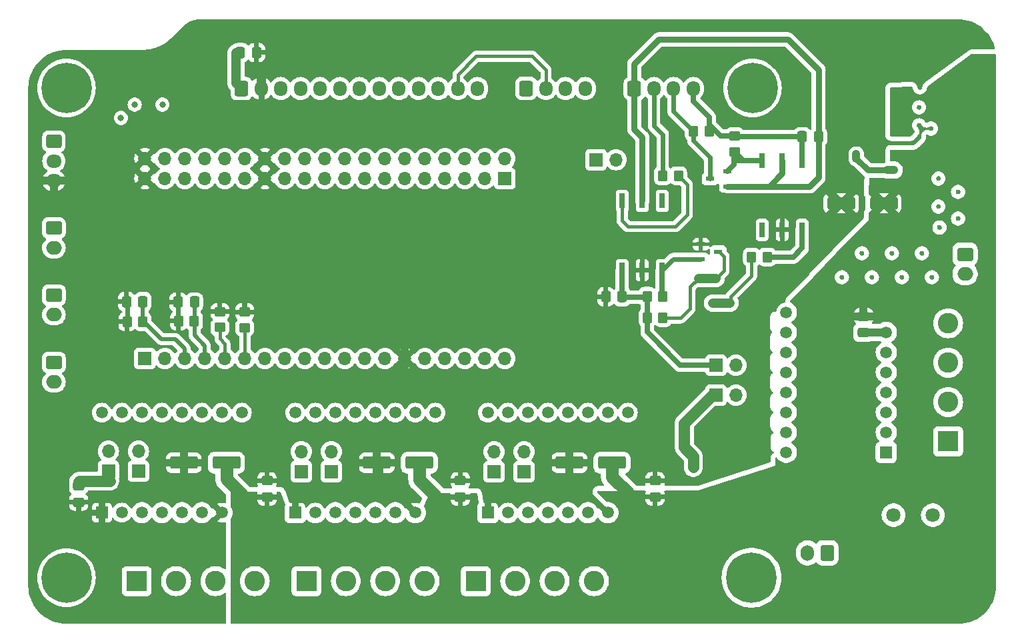
<source format=gbl>
G04 #@! TF.GenerationSoftware,KiCad,Pcbnew,7.0.7+dfsg-1*
G04 #@! TF.CreationDate,2024-09-08T18:11:18+02:00*
G04 #@! TF.ProjectId,motion-board-evoII,6d6f7469-6f6e-42d6-926f-6172642d6576,rev?*
G04 #@! TF.SameCoordinates,Original*
G04 #@! TF.FileFunction,Copper,L4,Bot*
G04 #@! TF.FilePolarity,Positive*
%FSLAX46Y46*%
G04 Gerber Fmt 4.6, Leading zero omitted, Abs format (unit mm)*
G04 Created by KiCad (PCBNEW 7.0.7+dfsg-1) date 2024-09-08 18:11:18*
%MOMM*%
%LPD*%
G01*
G04 APERTURE LIST*
G04 Aperture macros list*
%AMRoundRect*
0 Rectangle with rounded corners*
0 $1 Rounding radius*
0 $2 $3 $4 $5 $6 $7 $8 $9 X,Y pos of 4 corners*
0 Add a 4 corners polygon primitive as box body*
4,1,4,$2,$3,$4,$5,$6,$7,$8,$9,$2,$3,0*
0 Add four circle primitives for the rounded corners*
1,1,$1+$1,$2,$3*
1,1,$1+$1,$4,$5*
1,1,$1+$1,$6,$7*
1,1,$1+$1,$8,$9*
0 Add four rect primitives between the rounded corners*
20,1,$1+$1,$2,$3,$4,$5,0*
20,1,$1+$1,$4,$5,$6,$7,0*
20,1,$1+$1,$6,$7,$8,$9,0*
20,1,$1+$1,$8,$9,$2,$3,0*%
G04 Aperture macros list end*
G04 #@! TA.AperFunction,ComponentPad*
%ADD10R,1.700000X1.700000*%
G04 #@! TD*
G04 #@! TA.AperFunction,ComponentPad*
%ADD11O,1.700000X1.700000*%
G04 #@! TD*
G04 #@! TA.AperFunction,ComponentPad*
%ADD12R,1.508000X1.508000*%
G04 #@! TD*
G04 #@! TA.AperFunction,ComponentPad*
%ADD13C,1.508000*%
G04 #@! TD*
G04 #@! TA.AperFunction,ComponentPad*
%ADD14C,0.800000*%
G04 #@! TD*
G04 #@! TA.AperFunction,ComponentPad*
%ADD15C,6.400000*%
G04 #@! TD*
G04 #@! TA.AperFunction,ComponentPad*
%ADD16RoundRect,0.250000X-0.750000X0.600000X-0.750000X-0.600000X0.750000X-0.600000X0.750000X0.600000X0*%
G04 #@! TD*
G04 #@! TA.AperFunction,ComponentPad*
%ADD17O,2.000000X1.700000*%
G04 #@! TD*
G04 #@! TA.AperFunction,ComponentPad*
%ADD18R,2.600000X2.600000*%
G04 #@! TD*
G04 #@! TA.AperFunction,ComponentPad*
%ADD19C,2.600000*%
G04 #@! TD*
G04 #@! TA.AperFunction,ComponentPad*
%ADD20RoundRect,0.250000X-0.600000X-0.725000X0.600000X-0.725000X0.600000X0.725000X-0.600000X0.725000X0*%
G04 #@! TD*
G04 #@! TA.AperFunction,ComponentPad*
%ADD21O,1.700000X1.950000*%
G04 #@! TD*
G04 #@! TA.AperFunction,ComponentPad*
%ADD22RoundRect,0.250000X-0.725000X0.600000X-0.725000X-0.600000X0.725000X-0.600000X0.725000X0.600000X0*%
G04 #@! TD*
G04 #@! TA.AperFunction,ComponentPad*
%ADD23O,1.950000X1.700000*%
G04 #@! TD*
G04 #@! TA.AperFunction,ComponentPad*
%ADD24R,1.800000X1.800000*%
G04 #@! TD*
G04 #@! TA.AperFunction,ComponentPad*
%ADD25C,1.800000*%
G04 #@! TD*
G04 #@! TA.AperFunction,ComponentPad*
%ADD26RoundRect,0.250000X0.600000X0.750000X-0.600000X0.750000X-0.600000X-0.750000X0.600000X-0.750000X0*%
G04 #@! TD*
G04 #@! TA.AperFunction,ComponentPad*
%ADD27O,1.700000X2.000000*%
G04 #@! TD*
G04 #@! TA.AperFunction,SMDPad,CuDef*
%ADD28RoundRect,0.250000X-0.350000X-0.450000X0.350000X-0.450000X0.350000X0.450000X-0.350000X0.450000X0*%
G04 #@! TD*
G04 #@! TA.AperFunction,SMDPad,CuDef*
%ADD29RoundRect,0.250000X0.337500X0.475000X-0.337500X0.475000X-0.337500X-0.475000X0.337500X-0.475000X0*%
G04 #@! TD*
G04 #@! TA.AperFunction,SMDPad,CuDef*
%ADD30R,1.100000X0.600000*%
G04 #@! TD*
G04 #@! TA.AperFunction,SMDPad,CuDef*
%ADD31RoundRect,0.250000X-0.337500X-0.475000X0.337500X-0.475000X0.337500X0.475000X-0.337500X0.475000X0*%
G04 #@! TD*
G04 #@! TA.AperFunction,SMDPad,CuDef*
%ADD32RoundRect,0.250000X1.500000X0.550000X-1.500000X0.550000X-1.500000X-0.550000X1.500000X-0.550000X0*%
G04 #@! TD*
G04 #@! TA.AperFunction,SMDPad,CuDef*
%ADD33RoundRect,0.250000X0.350000X0.450000X-0.350000X0.450000X-0.350000X-0.450000X0.350000X-0.450000X0*%
G04 #@! TD*
G04 #@! TA.AperFunction,SMDPad,CuDef*
%ADD34RoundRect,0.250000X-0.475000X0.337500X-0.475000X-0.337500X0.475000X-0.337500X0.475000X0.337500X0*%
G04 #@! TD*
G04 #@! TA.AperFunction,SMDPad,CuDef*
%ADD35RoundRect,0.250000X0.475000X-0.337500X0.475000X0.337500X-0.475000X0.337500X-0.475000X-0.337500X0*%
G04 #@! TD*
G04 #@! TA.AperFunction,SMDPad,CuDef*
%ADD36RoundRect,0.250000X-0.450000X0.350000X-0.450000X-0.350000X0.450000X-0.350000X0.450000X0.350000X0*%
G04 #@! TD*
G04 #@! TA.AperFunction,SMDPad,CuDef*
%ADD37RoundRect,0.250000X0.450000X-0.350000X0.450000X0.350000X-0.450000X0.350000X-0.450000X-0.350000X0*%
G04 #@! TD*
G04 #@! TA.AperFunction,SMDPad,CuDef*
%ADD38R,0.650000X1.850000*%
G04 #@! TD*
G04 #@! TA.AperFunction,ViaPad*
%ADD39C,0.600000*%
G04 #@! TD*
G04 #@! TA.AperFunction,ViaPad*
%ADD40C,0.800000*%
G04 #@! TD*
G04 #@! TA.AperFunction,Conductor*
%ADD41C,0.400000*%
G04 #@! TD*
G04 #@! TA.AperFunction,Conductor*
%ADD42C,1.000000*%
G04 #@! TD*
G04 #@! TA.AperFunction,Conductor*
%ADD43C,0.600000*%
G04 #@! TD*
G04 #@! TA.AperFunction,Conductor*
%ADD44C,0.500000*%
G04 #@! TD*
G04 #@! TA.AperFunction,Conductor*
%ADD45C,0.800000*%
G04 #@! TD*
G04 #@! TA.AperFunction,Conductor*
%ADD46C,1.200000*%
G04 #@! TD*
G04 #@! TA.AperFunction,Conductor*
%ADD47C,0.700000*%
G04 #@! TD*
G04 #@! TA.AperFunction,Conductor*
%ADD48C,1.400000*%
G04 #@! TD*
G04 #@! TA.AperFunction,Conductor*
%ADD49C,1.600000*%
G04 #@! TD*
G04 APERTURE END LIST*
D10*
X105791000Y-42570400D03*
D11*
X105791000Y-40030400D03*
X103251000Y-42570400D03*
X103251000Y-40030400D03*
X100711000Y-42570400D03*
X100711000Y-40030400D03*
X98171000Y-42570400D03*
X98171000Y-40030400D03*
X95631000Y-42570400D03*
X95631000Y-40030400D03*
X93091000Y-42570400D03*
X93091000Y-40030400D03*
X90551000Y-42570400D03*
X90551000Y-40030400D03*
X88011000Y-42570400D03*
X88011000Y-40030400D03*
X85471000Y-42570400D03*
X85471000Y-40030400D03*
X82931000Y-42570400D03*
X82931000Y-40030400D03*
X80391000Y-42570400D03*
X80391000Y-40030400D03*
X77851000Y-42570400D03*
X77851000Y-40030400D03*
X75311000Y-42570400D03*
X75311000Y-40030400D03*
X72771000Y-42570400D03*
X72771000Y-40030400D03*
X70231000Y-42570400D03*
X70231000Y-40030400D03*
X67691000Y-42570400D03*
X67691000Y-40030400D03*
X65151000Y-42570400D03*
X65151000Y-40030400D03*
X62611000Y-42570400D03*
X62611000Y-40030400D03*
X60071000Y-42570400D03*
X60071000Y-40030400D03*
D12*
X154225400Y-77354400D03*
D13*
X154225400Y-74814400D03*
X154225400Y-72274400D03*
X154225400Y-69734400D03*
X154225400Y-67194400D03*
X154225400Y-64654400D03*
X154225400Y-62114400D03*
X154225400Y-59574400D03*
X141525400Y-77354400D03*
X141525400Y-74814400D03*
X141525400Y-72274400D03*
X141525400Y-69734400D03*
X141525400Y-67194400D03*
X141525400Y-64654400D03*
X141525400Y-62114400D03*
X141525400Y-59574400D03*
D14*
X47718000Y-93298000D03*
X48420944Y-91600944D03*
X48420944Y-94995056D03*
X50118000Y-90898000D03*
D15*
X50118000Y-93298000D03*
D14*
X50118000Y-95698000D03*
X51815056Y-91600944D03*
X51815056Y-94995056D03*
X52518000Y-93298000D03*
D16*
X164236400Y-52197000D03*
D17*
X164236400Y-54697000D03*
D16*
X48514000Y-65938400D03*
D17*
X48514000Y-68438400D03*
D14*
X134713000Y-93298000D03*
X135415944Y-91600944D03*
X135415944Y-94995056D03*
X137113000Y-90898000D03*
D15*
X137113000Y-93298000D03*
D14*
X137113000Y-95698000D03*
X138810056Y-91600944D03*
X138810056Y-94995056D03*
X139513000Y-93298000D03*
D18*
X80598000Y-93726000D03*
D19*
X85598000Y-93726000D03*
X90598000Y-93726000D03*
X95598000Y-93726000D03*
D12*
X79177000Y-85030000D03*
D13*
X81717000Y-85030000D03*
X84257000Y-85030000D03*
X86797000Y-85030000D03*
X89337000Y-85030000D03*
X91877000Y-85030000D03*
X94417000Y-85030000D03*
X96957000Y-85030000D03*
X79177000Y-72330000D03*
X81717000Y-72330000D03*
X84257000Y-72330000D03*
X86797000Y-72330000D03*
X89337000Y-72330000D03*
X91877000Y-72330000D03*
X94417000Y-72330000D03*
X96957000Y-72330000D03*
D20*
X108500000Y-31130000D03*
D21*
X111000000Y-31130000D03*
X113500000Y-31130000D03*
X116000000Y-31130000D03*
D16*
X48514000Y-48869600D03*
D17*
X48514000Y-51369600D03*
D10*
X132588000Y-66294000D03*
D11*
X135128000Y-66294000D03*
D22*
X48514000Y-37846000D03*
D23*
X48514000Y-40346000D03*
X48514000Y-42846000D03*
D10*
X60071000Y-65430400D03*
D11*
X62611000Y-65430400D03*
X65151000Y-65430400D03*
X67691000Y-65430400D03*
X70231000Y-65430400D03*
X72771000Y-65430400D03*
X75311000Y-65430400D03*
X77851000Y-65430400D03*
X80391000Y-65430400D03*
X82931000Y-65430400D03*
X85471000Y-65430400D03*
X88011000Y-65430400D03*
X90551000Y-65430400D03*
X93091000Y-65430400D03*
X95631000Y-65430400D03*
X98171000Y-65430400D03*
X100711000Y-65430400D03*
X103251000Y-65430400D03*
X105791000Y-65430400D03*
D24*
X155143200Y-88844000D03*
D25*
X160143200Y-88844000D03*
X155143200Y-85344000D03*
X160143200Y-85344000D03*
D18*
X59027000Y-93726000D03*
D19*
X64027000Y-93726000D03*
X69027000Y-93726000D03*
X74027000Y-93726000D03*
D10*
X108229400Y-79832200D03*
D11*
X108229400Y-77292200D03*
D12*
X103632000Y-85030000D03*
D13*
X106172000Y-85030000D03*
X108712000Y-85030000D03*
X111252000Y-85030000D03*
X113792000Y-85030000D03*
X116332000Y-85030000D03*
X118872000Y-85030000D03*
X121412000Y-85030000D03*
X103632000Y-72330000D03*
X106172000Y-72330000D03*
X108712000Y-72330000D03*
X111252000Y-72330000D03*
X113792000Y-72330000D03*
X116332000Y-72330000D03*
X118872000Y-72330000D03*
X121412000Y-72330000D03*
D10*
X132588000Y-70078600D03*
D11*
X135128000Y-70078600D03*
D20*
X122224800Y-31140400D03*
D21*
X124724800Y-31140400D03*
X127224800Y-31140400D03*
X129724800Y-31140400D03*
D10*
X104419400Y-79832200D03*
D11*
X104419400Y-77292200D03*
D10*
X117348000Y-40182800D03*
D11*
X119888000Y-40182800D03*
D14*
X134840000Y-31068000D03*
X135542944Y-29370944D03*
X135542944Y-32765056D03*
X137240000Y-28668000D03*
D15*
X137240000Y-31068000D03*
D14*
X137240000Y-33468000D03*
X138937056Y-29370944D03*
X138937056Y-32765056D03*
X139640000Y-31068000D03*
X47718000Y-31068000D03*
X48420944Y-29370944D03*
X48420944Y-32765056D03*
X50118000Y-28668000D03*
D15*
X50118000Y-31068000D03*
D14*
X50118000Y-33468000D03*
X51815056Y-29370944D03*
X51815056Y-32765056D03*
X52518000Y-31068000D03*
D10*
X55438200Y-79761000D03*
D11*
X55438200Y-77221000D03*
D20*
X72325000Y-31138000D03*
D21*
X74825000Y-31138000D03*
X77325000Y-31138000D03*
X79825000Y-31138000D03*
X82325000Y-31138000D03*
X84825000Y-31138000D03*
X87325000Y-31138000D03*
X89825000Y-31138000D03*
X92325000Y-31138000D03*
X94825000Y-31138000D03*
X97325000Y-31138000D03*
X99825000Y-31138000D03*
X102325000Y-31138000D03*
D16*
X48514000Y-57378600D03*
D17*
X48514000Y-59878600D03*
D26*
X146710400Y-90144600D03*
D27*
X144210400Y-90144600D03*
D12*
X54610000Y-85030000D03*
D13*
X57150000Y-85030000D03*
X59690000Y-85030000D03*
X62230000Y-85030000D03*
X64770000Y-85030000D03*
X67310000Y-85030000D03*
X69850000Y-85030000D03*
X72390000Y-85030000D03*
X54610000Y-72330000D03*
X57150000Y-72330000D03*
X59690000Y-72330000D03*
X62230000Y-72330000D03*
X64770000Y-72330000D03*
X67310000Y-72330000D03*
X69850000Y-72330000D03*
X72390000Y-72330000D03*
D10*
X83743800Y-79811800D03*
D11*
X83743800Y-77271800D03*
D18*
X102108000Y-93726000D03*
D19*
X107108000Y-93726000D03*
X112108000Y-93726000D03*
X117108000Y-93726000D03*
D10*
X59258200Y-79761000D03*
D11*
X59258200Y-77221000D03*
D18*
X162080600Y-75971400D03*
D19*
X162080600Y-70971400D03*
X162080600Y-65971400D03*
X162080600Y-60971400D03*
D10*
X79933800Y-79806800D03*
D11*
X79933800Y-77266800D03*
D28*
X129733800Y-36550600D03*
X131733800Y-36550600D03*
D29*
X59817000Y-58216800D03*
X57742000Y-58216800D03*
D30*
X130692800Y-52816800D03*
X130692800Y-50916800D03*
X132892800Y-51866800D03*
D31*
X118600400Y-57581800D03*
X120675400Y-57581800D03*
D28*
X125822200Y-42214800D03*
X127822200Y-42214800D03*
D32*
X153906200Y-45720000D03*
X148506200Y-45720000D03*
X70416400Y-78689200D03*
X65016400Y-78689200D03*
X94927400Y-78689200D03*
X89527400Y-78689200D03*
D33*
X59817000Y-60756800D03*
X57817000Y-60756800D03*
X125866400Y-60248800D03*
X123866400Y-60248800D03*
D28*
X123841000Y-57531000D03*
X125841000Y-57531000D03*
D29*
X66370200Y-58267600D03*
X64295200Y-58267600D03*
D34*
X51663600Y-81626400D03*
X51663600Y-83701400D03*
D30*
X134043600Y-41671200D03*
X134043600Y-43571200D03*
X131843600Y-42621200D03*
D35*
X124866400Y-83028700D03*
X124866400Y-80953700D03*
X100126800Y-83050200D03*
X100126800Y-80975200D03*
D36*
X135000000Y-37176200D03*
X135000000Y-39176200D03*
D37*
X72745600Y-61518800D03*
X72745600Y-59518800D03*
D34*
X151333200Y-60074900D03*
X151333200Y-62149900D03*
D28*
X137125200Y-52552600D03*
X139125200Y-52552600D03*
D37*
X69596000Y-61493400D03*
X69596000Y-59493400D03*
D33*
X66344800Y-60680600D03*
X64344800Y-60680600D03*
D38*
X143548100Y-49078600D03*
X141008100Y-49078600D03*
X138468100Y-49078600D03*
X138468100Y-40278600D03*
X141008100Y-40278600D03*
X143548100Y-40278600D03*
D31*
X72178400Y-26568400D03*
X74253400Y-26568400D03*
D35*
X75590400Y-83050200D03*
X75590400Y-80975200D03*
D32*
X119387600Y-78689200D03*
X113987600Y-78689200D03*
D38*
X120701400Y-45409400D03*
X123241400Y-45409400D03*
X125781400Y-45409400D03*
X125781400Y-54209400D03*
X123241400Y-54209400D03*
X120701400Y-54209400D03*
D29*
X145628000Y-37261800D03*
X143553000Y-37261800D03*
D39*
X163347400Y-44272200D03*
X86207600Y-53543200D03*
X148209000Y-35331400D03*
X158496000Y-30988000D03*
D40*
X115468400Y-63754000D03*
D39*
X101041200Y-53594000D03*
X79806800Y-46431200D03*
X148285200Y-40640000D03*
X148539200Y-31191200D03*
X156210000Y-55118000D03*
X77266800Y-54914800D03*
D40*
X64897000Y-27330400D03*
D39*
X158394400Y-33528000D03*
X68402200Y-55727600D03*
X52070000Y-45059600D03*
X91770200Y-56845200D03*
D40*
X158877000Y-28498800D03*
X125450600Y-74041000D03*
D39*
X158394400Y-37338000D03*
X71094600Y-48641000D03*
X111760000Y-47320200D03*
D40*
X134086600Y-45897800D03*
D39*
X61163200Y-50063400D03*
X152857200Y-39370000D03*
X105968800Y-56845200D03*
D40*
X118110000Y-61264800D03*
D39*
X148488400Y-33934400D03*
D40*
X153746200Y-23698200D03*
D39*
X86233000Y-60172600D03*
D40*
X68834000Y-23672800D03*
D39*
X160858200Y-46126400D03*
X148234400Y-37058600D03*
D40*
X106781600Y-23850600D03*
D39*
X158394400Y-35814000D03*
X86334600Y-34264600D03*
X150368000Y-32816800D03*
D40*
X83058000Y-23469600D03*
D39*
X150368000Y-31038800D03*
X57658000Y-47193200D03*
X75311000Y-37033200D03*
X106222800Y-53594000D03*
D40*
X150342600Y-23698200D03*
X128244600Y-39293800D03*
X112318800Y-23876000D03*
D39*
X159918400Y-36220400D03*
X68935600Y-51358800D03*
D40*
X145846800Y-23723600D03*
D39*
X66040000Y-48463200D03*
D40*
X118110000Y-63754000D03*
D39*
X91363800Y-34264600D03*
D40*
X138506200Y-45923200D03*
X157149800Y-23698200D03*
D39*
X76225400Y-47625000D03*
D40*
X160121600Y-24130000D03*
D39*
X90830400Y-60096400D03*
X160985200Y-48793400D03*
D40*
X143002000Y-32283400D03*
X142900400Y-34569400D03*
D39*
X96545400Y-56896000D03*
X151130000Y-52070000D03*
X150088600Y-43637200D03*
X81483200Y-60045600D03*
X57429400Y-50038000D03*
X81737200Y-34239200D03*
D40*
X76250800Y-23469600D03*
D39*
X152400000Y-55118000D03*
X152781000Y-38058200D03*
X95554800Y-53594000D03*
D40*
X158826200Y-26009600D03*
D39*
X111048800Y-56845200D03*
X86156800Y-27838400D03*
X101041200Y-56896000D03*
X100939600Y-60096400D03*
X49834800Y-62026800D03*
D40*
X62280800Y-28651200D03*
D39*
X111302800Y-53594000D03*
X81584800Y-53543200D03*
D40*
X75717400Y-73558400D03*
X103657400Y-23825200D03*
D39*
X160858200Y-42570400D03*
D40*
X135026400Y-49047400D03*
X89763600Y-23469600D03*
D39*
X63906400Y-51257200D03*
D40*
X115468400Y-61264800D03*
X58013600Y-28752800D03*
D39*
X51638200Y-49885600D03*
X95986600Y-27660600D03*
D40*
X96570800Y-23469600D03*
X56134000Y-29413200D03*
X141020800Y-45923200D03*
D39*
X149504400Y-41833800D03*
X78587600Y-27838400D03*
X163347400Y-47650400D03*
D40*
X137922000Y-77114400D03*
X155600400Y-26009600D03*
D39*
X160020000Y-55118000D03*
D40*
X113030000Y-61264800D03*
X135280400Y-77114400D03*
D39*
X116027200Y-56845200D03*
D40*
X148285200Y-26212800D03*
D39*
X146202400Y-51943000D03*
X90932000Y-53594000D03*
D40*
X162864800Y-24384000D03*
D39*
X143078200Y-54254400D03*
X154940000Y-52070000D03*
X148488400Y-32512000D03*
D40*
X118110000Y-66294000D03*
D39*
X152755600Y-32207200D03*
X112699800Y-37338000D03*
D40*
X132842000Y-77114400D03*
D39*
X116281200Y-53594000D03*
X65963800Y-53314600D03*
X81330800Y-56870600D03*
X95453200Y-60096400D03*
X148234400Y-38963600D03*
D40*
X151688800Y-26212800D03*
D39*
X151917400Y-31038800D03*
X106121200Y-60096400D03*
X86309200Y-56769000D03*
X72237600Y-54660800D03*
X148590000Y-55118000D03*
X110312200Y-60452000D03*
X73964800Y-51612800D03*
X158750000Y-52070000D03*
D40*
X161696400Y-26111200D03*
X143103600Y-29819600D03*
X139090400Y-56642000D03*
D39*
X76377800Y-58674000D03*
D40*
X100253800Y-73482200D03*
D39*
X153035000Y-34290000D03*
X151714200Y-33401000D03*
X61188600Y-47269400D03*
X108204000Y-41071800D03*
D40*
X62306200Y-33172400D03*
X58775600Y-33172400D03*
X57023000Y-34874200D03*
X128574800Y-76733400D03*
X129717800Y-79273400D03*
X165658800Y-33020000D03*
X159766000Y-40487600D03*
X165608000Y-36068000D03*
D39*
X155327800Y-35052000D03*
D40*
X165658800Y-28143200D03*
X166141400Y-30530800D03*
X163830000Y-29616400D03*
X165354000Y-38354000D03*
X166116000Y-41148000D03*
X162712400Y-40487600D03*
X130378200Y-55270400D03*
X132638800Y-55270400D03*
X134442200Y-58369200D03*
X132156200Y-58394600D03*
X150418800Y-39480600D03*
X155244800Y-41512600D03*
D41*
X74218800Y-26603000D02*
X74218800Y-28575000D01*
D42*
X93091000Y-67589400D02*
X94640400Y-69138800D01*
D41*
X104470200Y-82600800D02*
X111836200Y-82600800D01*
X103632000Y-83439000D02*
X104470200Y-82600800D01*
X118872000Y-85030000D02*
X118872000Y-84912200D01*
D43*
X57817000Y-60756800D02*
X57817000Y-58291800D01*
D44*
X156413200Y-38058200D02*
X157674200Y-38058200D01*
D42*
X154037500Y-62149900D02*
X154113700Y-62226100D01*
D41*
X113969800Y-78707000D02*
X113987600Y-78689200D01*
X94417000Y-85030000D02*
X90093800Y-80706800D01*
D42*
X151409400Y-62149900D02*
X154037500Y-62149900D01*
D44*
X153568400Y-34493200D02*
X153466800Y-34493200D01*
D41*
X113969800Y-80467200D02*
X113969800Y-78707000D01*
X57817000Y-58291800D02*
X57742000Y-58216800D01*
X79177000Y-83052800D02*
X79679800Y-82550000D01*
X89484200Y-78732400D02*
X89527400Y-78689200D01*
D44*
X156413200Y-38058200D02*
X157590600Y-38058200D01*
D45*
X75311000Y-37033200D02*
X74825000Y-36547200D01*
D46*
X74218800Y-28575000D02*
X74825000Y-29181200D01*
D41*
X90093800Y-80706800D02*
X90093800Y-79255600D01*
X118872000Y-84912200D02*
X114427000Y-80467200D01*
D44*
X154228800Y-38058200D02*
X156413200Y-38058200D01*
D45*
X74825000Y-36547200D02*
X74825000Y-31138000D01*
D42*
X93091000Y-65430400D02*
X93091000Y-60172600D01*
D41*
X79679800Y-82550000D02*
X87249000Y-82550000D01*
D46*
X74825000Y-29181200D02*
X74825000Y-31138000D01*
D41*
X87249000Y-82550000D02*
X89092200Y-80706800D01*
D42*
X114096800Y-78798400D02*
X113987600Y-78689200D01*
D41*
X129362800Y-50927000D02*
X129347600Y-50942200D01*
X74253400Y-26568400D02*
X74218800Y-26603000D01*
X114427000Y-80467200D02*
X113969800Y-80467200D01*
X103632000Y-85030000D02*
X103632000Y-83439000D01*
D42*
X93091000Y-65430400D02*
X93091000Y-67589400D01*
D41*
X154113700Y-62226100D02*
X154225400Y-62114400D01*
D42*
X151333200Y-62226100D02*
X151409400Y-62149900D01*
D41*
X90093800Y-79255600D02*
X89527400Y-78689200D01*
D42*
X97840800Y-69138800D02*
X100253800Y-71551800D01*
X94640400Y-69138800D02*
X97840800Y-69138800D01*
D41*
X89092200Y-80706800D02*
X90093800Y-80706800D01*
D44*
X152781000Y-38058200D02*
X154228800Y-38058200D01*
X157674200Y-38058200D02*
X158394400Y-37338000D01*
D42*
X100253800Y-71551800D02*
X100253800Y-73482200D01*
D41*
X93091000Y-60172600D02*
X93167200Y-60096400D01*
X79177000Y-85030000D02*
X79177000Y-83052800D01*
X111836200Y-82600800D02*
X113969800Y-80467200D01*
D47*
X120726800Y-57683400D02*
X120701400Y-57658000D01*
X132588000Y-66294000D02*
X128066800Y-66294000D01*
D41*
X120656400Y-54254400D02*
X120701400Y-54209400D01*
D46*
X71653400Y-30466400D02*
X71653400Y-26568400D01*
D48*
X128574800Y-73660000D02*
X132156200Y-70078600D01*
X55616000Y-81026000D02*
X51739000Y-81026000D01*
D47*
X123688600Y-57683400D02*
X120726800Y-57683400D01*
X123866400Y-62093600D02*
X123866400Y-57556400D01*
X123866400Y-57556400D02*
X123841000Y-57531000D01*
D46*
X72325000Y-31138000D02*
X71653400Y-30466400D01*
D48*
X129717800Y-79273400D02*
X129717800Y-77876400D01*
D47*
X123841000Y-57531000D02*
X123688600Y-57683400D01*
D48*
X132156200Y-70078600D02*
X132588000Y-70078600D01*
X129717800Y-77876400D02*
X128574800Y-76733400D01*
X132588000Y-70078600D02*
X132588000Y-70205600D01*
D47*
X128066800Y-66294000D02*
X123866400Y-62093600D01*
X120701400Y-57658000D02*
X120701400Y-54209400D01*
D48*
X51739000Y-81026000D02*
X51663600Y-81101400D01*
X128574800Y-76733400D02*
X128574800Y-73660000D01*
D49*
X94927400Y-80855800D02*
X94927400Y-78689200D01*
X121412000Y-82499200D02*
X119387600Y-80474800D01*
X96957000Y-82885400D02*
X94927400Y-80855800D01*
X96957000Y-85030000D02*
X96957000Y-82885400D01*
X72390000Y-85030000D02*
X72390000Y-82753200D01*
X72390000Y-82753200D02*
X70416400Y-80779600D01*
X121412000Y-85030000D02*
X121412000Y-82499200D01*
X119387600Y-80474800D02*
X119387600Y-78689200D01*
X70416400Y-80779600D02*
X70416400Y-78689200D01*
D41*
X126323600Y-60299600D02*
X128092200Y-60299600D01*
X132892800Y-51866800D02*
X132994400Y-51866800D01*
X129311400Y-56337200D02*
X130378200Y-55270400D01*
X133633900Y-54275300D02*
X132440100Y-55469100D01*
X132994400Y-51866800D02*
X133633900Y-52506300D01*
X128092200Y-60299600D02*
X129311400Y-59080400D01*
X129311400Y-59080400D02*
X129311400Y-56337200D01*
D46*
X130378200Y-55270400D02*
X132638800Y-55270400D01*
D41*
X133633900Y-52506300D02*
X133633900Y-54275300D01*
X137125200Y-52552600D02*
X137125200Y-54905400D01*
X134467600Y-58394600D02*
X134442200Y-58369200D01*
X134416800Y-58293000D02*
X134416800Y-58394600D01*
X134442200Y-57588400D02*
X134442200Y-58369200D01*
X137125200Y-54905400D02*
X134442200Y-57588400D01*
D46*
X132156200Y-58394600D02*
X134416800Y-58394600D01*
D44*
X66383900Y-57873700D02*
X66396400Y-57861200D01*
X67691000Y-65430400D02*
X67691000Y-63804800D01*
X66383900Y-62497700D02*
X66383900Y-57873700D01*
X67691000Y-63804800D02*
X66383900Y-62497700D01*
X62153800Y-62966600D02*
X63906400Y-62966600D01*
X59818200Y-57874300D02*
X59818200Y-60631000D01*
X65151000Y-64211200D02*
X65151000Y-65430400D01*
X59831300Y-57861200D02*
X59818200Y-57874300D01*
X63906400Y-62966600D02*
X65151000Y-64211200D01*
X59818200Y-60631000D02*
X62153800Y-62966600D01*
D41*
X69672200Y-61646400D02*
X69596000Y-61570200D01*
X69596000Y-62941200D02*
X70231000Y-63576200D01*
X70231000Y-63576200D02*
X70231000Y-65430400D01*
X69596000Y-61570200D02*
X69596000Y-62941200D01*
X111000000Y-28754800D02*
X111000000Y-31130000D01*
X99825000Y-29334000D02*
X102133400Y-27025600D01*
X109270800Y-27025600D02*
X111000000Y-28754800D01*
X99825000Y-31138000D02*
X99825000Y-29334000D01*
X102133400Y-27025600D02*
X109270800Y-27025600D01*
X72745600Y-61518800D02*
X72771000Y-61544200D01*
X72644000Y-61620400D02*
X72745600Y-61518800D01*
X72771000Y-61544200D02*
X72771000Y-65430400D01*
X72644000Y-61646400D02*
X72644000Y-61620400D01*
D47*
X143548100Y-49078600D02*
X143548100Y-51422300D01*
X142417800Y-52552600D02*
X139125200Y-52552600D01*
X143548100Y-51422300D02*
X142417800Y-52552600D01*
D45*
X145628000Y-28762600D02*
X145628000Y-39217600D01*
X144490400Y-43571200D02*
X134043600Y-43571200D01*
X122224800Y-31140400D02*
X122224800Y-28016200D01*
X122224800Y-36322000D02*
X123241400Y-37338600D01*
X145628000Y-37261800D02*
X145628000Y-42433600D01*
X122224800Y-31140400D02*
X122224800Y-36322000D01*
X125349000Y-24892000D02*
X141757400Y-24892000D01*
X134831000Y-43571200D02*
X139359600Y-43571200D01*
X141757400Y-24892000D02*
X145628000Y-28762600D01*
X122224800Y-28016200D02*
X125349000Y-24892000D01*
X123241400Y-37338600D02*
X123241400Y-45409400D01*
X145628000Y-42433600D02*
X144490400Y-43571200D01*
X139359600Y-43571200D02*
X141008100Y-41922700D01*
X141008100Y-41922700D02*
X141008100Y-40278600D01*
D47*
X132511800Y-36499800D02*
X132511800Y-36499200D01*
X132511800Y-36499200D02*
X131775800Y-35763200D01*
X132511800Y-36499800D02*
X133188200Y-37176200D01*
X131775800Y-34798600D02*
X131775800Y-35763200D01*
X129724800Y-32747600D02*
X131775800Y-34798600D01*
X129724800Y-31140400D02*
X129724800Y-32747600D01*
X143573500Y-37236400D02*
X143548100Y-37211000D01*
X131775800Y-35763200D02*
X131775800Y-36499800D01*
X131775800Y-36499800D02*
X132511800Y-36499800D01*
X135178800Y-37211000D02*
X143548100Y-37211000D01*
X143548100Y-40278600D02*
X143548100Y-37211000D01*
X133188200Y-37176200D02*
X135000000Y-37176200D01*
D41*
X128931600Y-47192600D02*
X128931600Y-43324200D01*
X127457800Y-48666400D02*
X128931600Y-47192600D01*
X120701400Y-45409400D02*
X120701400Y-47955200D01*
X121412600Y-48666400D02*
X127457800Y-48666400D01*
X128931600Y-43324200D02*
X127822200Y-42214800D01*
X120701400Y-47955200D02*
X121412600Y-48666400D01*
D43*
X127224800Y-31140400D02*
X127224800Y-34041600D01*
X129733800Y-37785800D02*
X131843600Y-39895600D01*
X129733800Y-36550600D02*
X129733800Y-37785800D01*
X127224800Y-34041600D02*
X129733800Y-36550600D01*
X131843600Y-39895600D02*
X131843600Y-42621200D01*
X124724800Y-31140400D02*
X124724800Y-35850200D01*
X125831600Y-36957000D02*
X125831600Y-42214800D01*
X124724800Y-35850200D02*
X125831600Y-36957000D01*
D47*
X138468100Y-40278600D02*
X136102400Y-40278600D01*
X136102400Y-40278600D02*
X135000000Y-39176200D01*
X134907200Y-40259000D02*
X134926800Y-40278600D01*
D41*
X135000000Y-39176200D02*
X135000000Y-39700200D01*
D47*
X136082800Y-40259000D02*
X134907200Y-40259000D01*
X134926800Y-40278600D02*
X138468100Y-40278600D01*
X134043600Y-41671200D02*
X134907200Y-40807600D01*
X136102400Y-40278600D02*
X136082800Y-40259000D01*
D41*
X134907200Y-39269000D02*
X135000000Y-39176200D01*
D47*
X134907200Y-40807600D02*
X134907200Y-40259000D01*
X134907200Y-40259000D02*
X134907200Y-39269000D01*
X125841000Y-57531000D02*
X125781400Y-57471400D01*
D43*
X127174000Y-52816800D02*
X125781400Y-54209400D01*
X130692800Y-52816800D02*
X127174000Y-52816800D01*
D47*
X125781400Y-57471400D02*
X125781400Y-54209400D01*
D45*
X151892000Y-41512600D02*
X154381200Y-41512600D01*
X150418800Y-40039400D02*
X151892000Y-41512600D01*
D42*
X150418800Y-40039400D02*
X150418800Y-39480600D01*
X154381200Y-41512600D02*
X155244800Y-41512600D01*
G04 #@! TA.AperFunction,Conductor*
G36*
X141400078Y-25812185D02*
G01*
X141420720Y-25828819D01*
X144691181Y-29099279D01*
X144724666Y-29160602D01*
X144727500Y-29186960D01*
X144727500Y-36237466D01*
X144707815Y-36304505D01*
X144700770Y-36314372D01*
X144697787Y-36318144D01*
X144696037Y-36320982D01*
X144694329Y-36322517D01*
X144693311Y-36323806D01*
X144693090Y-36323631D01*
X144644089Y-36367705D01*
X144575126Y-36378926D01*
X144511044Y-36351082D01*
X144484963Y-36320982D01*
X144483214Y-36318146D01*
X144359157Y-36194089D01*
X144359156Y-36194088D01*
X144226306Y-36112146D01*
X144209836Y-36101987D01*
X144209831Y-36101985D01*
X144162195Y-36086200D01*
X144043297Y-36046801D01*
X144043295Y-36046800D01*
X143940510Y-36036300D01*
X143165498Y-36036300D01*
X143165480Y-36036301D01*
X143062703Y-36046800D01*
X143062700Y-36046801D01*
X142896168Y-36101985D01*
X142896163Y-36101987D01*
X142746842Y-36194089D01*
X142617681Y-36323251D01*
X142615585Y-36321155D01*
X142569538Y-36353778D01*
X142529265Y-36360500D01*
X136097031Y-36360500D01*
X136029992Y-36340815D01*
X136009350Y-36324182D01*
X135967240Y-36282072D01*
X135918656Y-36233488D01*
X135818462Y-36171688D01*
X135769336Y-36141387D01*
X135769331Y-36141385D01*
X135752848Y-36135923D01*
X135602797Y-36086201D01*
X135602795Y-36086200D01*
X135500010Y-36075700D01*
X134499998Y-36075700D01*
X134499980Y-36075701D01*
X134397203Y-36086200D01*
X134397200Y-36086201D01*
X134230668Y-36141385D01*
X134230663Y-36141387D01*
X134081342Y-36233489D01*
X134025451Y-36289381D01*
X133964128Y-36322866D01*
X133937770Y-36325700D01*
X133591851Y-36325700D01*
X133524812Y-36306015D01*
X133504170Y-36289381D01*
X133350712Y-36135923D01*
X133183427Y-35968638D01*
X133178949Y-35963646D01*
X133178597Y-35963208D01*
X133148246Y-35932858D01*
X133136028Y-35920640D01*
X133132624Y-35916947D01*
X133100136Y-35878699D01*
X133091700Y-35872286D01*
X133076729Y-35858855D01*
X133065649Y-35847159D01*
X133065645Y-35847156D01*
X133065641Y-35847152D01*
X133064881Y-35846507D01*
X133047675Y-35832287D01*
X132662619Y-35447230D01*
X132629134Y-35385907D01*
X132626300Y-35359549D01*
X132626300Y-34835687D01*
X132626505Y-34830652D01*
X132631001Y-34775436D01*
X132620070Y-34695207D01*
X132611313Y-34614684D01*
X132611080Y-34613626D01*
X132606296Y-34593213D01*
X132606027Y-34592132D01*
X132578099Y-34516113D01*
X132574663Y-34505915D01*
X132552244Y-34439379D01*
X132552241Y-34439375D01*
X132552241Y-34439373D01*
X132551806Y-34438431D01*
X132542695Y-34419418D01*
X132542233Y-34418487D01*
X132542232Y-34418484D01*
X132498615Y-34350246D01*
X132456870Y-34280864D01*
X132456869Y-34280863D01*
X132456868Y-34280861D01*
X132456257Y-34280058D01*
X132443293Y-34263474D01*
X132442604Y-34262618D01*
X132442600Y-34262611D01*
X132385339Y-34205350D01*
X132329649Y-34146559D01*
X132328888Y-34145912D01*
X132311681Y-34131692D01*
X130627723Y-32447734D01*
X130594238Y-32386411D01*
X130599222Y-32316719D01*
X130627719Y-32272376D01*
X130763295Y-32136801D01*
X130898835Y-31943229D01*
X130998703Y-31729063D01*
X131059863Y-31500808D01*
X131075300Y-31324366D01*
X131075300Y-31068000D01*
X133534422Y-31068000D01*
X133554722Y-31455339D01*
X133598076Y-31729064D01*
X133615398Y-31838433D01*
X133708189Y-32184736D01*
X133715788Y-32213094D01*
X133854787Y-32575197D01*
X134030877Y-32920793D01*
X134242122Y-33246082D01*
X134378511Y-33414508D01*
X134486219Y-33547516D01*
X134760484Y-33821781D01*
X134789513Y-33845288D01*
X135061917Y-34065877D01*
X135387206Y-34277122D01*
X135387211Y-34277125D01*
X135732806Y-34453214D01*
X136094913Y-34592214D01*
X136469567Y-34692602D01*
X136852662Y-34753278D01*
X137218576Y-34772455D01*
X137239999Y-34773578D01*
X137240000Y-34773578D01*
X137240001Y-34773578D01*
X137260301Y-34772514D01*
X137627338Y-34753278D01*
X138010433Y-34692602D01*
X138385087Y-34592214D01*
X138747194Y-34453214D01*
X139092789Y-34277125D01*
X139418084Y-34065876D01*
X139719516Y-33821781D01*
X139993781Y-33547516D01*
X140237876Y-33246084D01*
X140449125Y-32920789D01*
X140625214Y-32575194D01*
X140764214Y-32213087D01*
X140864602Y-31838433D01*
X140925278Y-31455338D01*
X140945578Y-31068000D01*
X140925278Y-30680662D01*
X140864602Y-30297567D01*
X140764214Y-29922913D01*
X140625214Y-29560806D01*
X140449125Y-29215211D01*
X140410448Y-29155653D01*
X140237877Y-28889917D01*
X140020072Y-28620951D01*
X139993781Y-28588484D01*
X139719516Y-28314219D01*
X139630973Y-28242518D01*
X139418082Y-28070122D01*
X139092793Y-27858877D01*
X138747197Y-27682787D01*
X138385094Y-27543788D01*
X138307710Y-27523053D01*
X138010433Y-27443398D01*
X138010429Y-27443397D01*
X138010428Y-27443397D01*
X137627339Y-27382722D01*
X137240001Y-27362422D01*
X137239999Y-27362422D01*
X136852660Y-27382722D01*
X136469572Y-27443397D01*
X136469570Y-27443397D01*
X136094905Y-27543788D01*
X135732802Y-27682787D01*
X135387206Y-27858877D01*
X135061917Y-28070122D01*
X134760488Y-28314215D01*
X134760480Y-28314222D01*
X134486222Y-28588480D01*
X134486215Y-28588488D01*
X134242122Y-28889917D01*
X134030877Y-29215206D01*
X133854787Y-29560802D01*
X133715788Y-29922905D01*
X133615397Y-30297570D01*
X133615397Y-30297572D01*
X133554722Y-30680660D01*
X133534422Y-31067999D01*
X133534422Y-31068000D01*
X131075300Y-31068000D01*
X131075300Y-30956434D01*
X131059863Y-30779992D01*
X131007443Y-30584354D01*
X130998705Y-30551744D01*
X130998704Y-30551743D01*
X130998703Y-30551737D01*
X130898835Y-30337571D01*
X130897154Y-30335169D01*
X130763294Y-30143997D01*
X130596202Y-29976906D01*
X130596195Y-29976901D01*
X130593317Y-29974886D01*
X130474746Y-29891861D01*
X130402634Y-29841367D01*
X130402630Y-29841365D01*
X130362577Y-29822688D01*
X130188463Y-29741497D01*
X130188459Y-29741496D01*
X130188455Y-29741494D01*
X129960213Y-29680338D01*
X129960203Y-29680336D01*
X129724801Y-29659741D01*
X129724799Y-29659741D01*
X129489396Y-29680336D01*
X129489386Y-29680338D01*
X129261144Y-29741494D01*
X129261135Y-29741498D01*
X129046971Y-29841364D01*
X129046969Y-29841365D01*
X128853397Y-29976905D01*
X128686305Y-30143997D01*
X128576375Y-30300995D01*
X128521798Y-30344620D01*
X128452300Y-30351814D01*
X128389945Y-30320291D01*
X128373225Y-30300995D01*
X128263294Y-30143997D01*
X128096202Y-29976906D01*
X128096195Y-29976901D01*
X128093317Y-29974886D01*
X127974746Y-29891861D01*
X127902634Y-29841367D01*
X127902630Y-29841365D01*
X127862577Y-29822688D01*
X127688463Y-29741497D01*
X127688459Y-29741496D01*
X127688455Y-29741494D01*
X127460213Y-29680338D01*
X127460203Y-29680336D01*
X127224801Y-29659741D01*
X127224799Y-29659741D01*
X126989396Y-29680336D01*
X126989386Y-29680338D01*
X126761144Y-29741494D01*
X126761135Y-29741498D01*
X126546971Y-29841364D01*
X126546969Y-29841365D01*
X126353397Y-29976905D01*
X126186305Y-30143997D01*
X126076375Y-30300995D01*
X126021798Y-30344620D01*
X125952300Y-30351814D01*
X125889945Y-30320291D01*
X125873225Y-30300995D01*
X125763294Y-30143997D01*
X125596202Y-29976906D01*
X125596195Y-29976901D01*
X125593317Y-29974886D01*
X125474746Y-29891861D01*
X125402634Y-29841367D01*
X125402630Y-29841365D01*
X125362577Y-29822688D01*
X125188463Y-29741497D01*
X125188459Y-29741496D01*
X125188455Y-29741494D01*
X124960213Y-29680338D01*
X124960203Y-29680336D01*
X124724801Y-29659741D01*
X124724799Y-29659741D01*
X124489396Y-29680336D01*
X124489386Y-29680338D01*
X124261144Y-29741494D01*
X124261135Y-29741498D01*
X124046971Y-29841364D01*
X124046969Y-29841365D01*
X123853397Y-29976905D01*
X123706198Y-30124105D01*
X123644875Y-30157590D01*
X123575183Y-30152606D01*
X123519250Y-30110734D01*
X123512978Y-30101520D01*
X123503200Y-30085668D01*
X123417512Y-29946744D01*
X123293456Y-29822688D01*
X123184202Y-29755300D01*
X123137479Y-29703353D01*
X123125300Y-29649762D01*
X123125300Y-28440560D01*
X123144985Y-28373521D01*
X123161619Y-28352879D01*
X125685680Y-25828819D01*
X125747003Y-25795334D01*
X125773361Y-25792500D01*
X141333039Y-25792500D01*
X141400078Y-25812185D01*
G37*
G04 #@! TD.AperFunction*
G04 #@! TA.AperFunction,Conductor*
G36*
X74763009Y-40115219D02*
G01*
X74818942Y-40157091D01*
X74838652Y-40196466D01*
X74851505Y-40240240D01*
X74851506Y-40240241D01*
X74851507Y-40240244D01*
X74929239Y-40361198D01*
X75037900Y-40455352D01*
X75037901Y-40455352D01*
X75037903Y-40455354D01*
X75122667Y-40494064D01*
X75158527Y-40510441D01*
X75159537Y-40510902D01*
X75212341Y-40556656D01*
X75232026Y-40623696D01*
X75212342Y-40690735D01*
X75195707Y-40711377D01*
X74680929Y-41226154D01*
X74690225Y-41278870D01*
X74690225Y-41321934D01*
X74680930Y-41374645D01*
X75195707Y-41889422D01*
X75229192Y-41950745D01*
X75224208Y-42020437D01*
X75182336Y-42076370D01*
X75159538Y-42089897D01*
X75037901Y-42145447D01*
X75037900Y-42145448D01*
X74929239Y-42239601D01*
X74851505Y-42360559D01*
X74838652Y-42404334D01*
X74800877Y-42463112D01*
X74737321Y-42492136D01*
X74668163Y-42482192D01*
X74631994Y-42457079D01*
X74115245Y-41940330D01*
X74071293Y-41948080D01*
X74001854Y-41940336D01*
X73948343Y-41896862D01*
X73948140Y-41897005D01*
X73947639Y-41896289D01*
X73947626Y-41896279D01*
X73947575Y-41896199D01*
X73938696Y-41883519D01*
X73820558Y-41714798D01*
X73809494Y-41698997D01*
X73642402Y-41531906D01*
X73642396Y-41531901D01*
X73456842Y-41401975D01*
X73413217Y-41347398D01*
X73406023Y-41277900D01*
X73437546Y-41215545D01*
X73456842Y-41198825D01*
X73502740Y-41166687D01*
X73642401Y-41068895D01*
X73809495Y-40901801D01*
X73939425Y-40716242D01*
X73948140Y-40703796D01*
X73950370Y-40705358D01*
X73992453Y-40664873D01*
X74061000Y-40651345D01*
X74071296Y-40652719D01*
X74115245Y-40660468D01*
X74631994Y-40143720D01*
X74693317Y-40110235D01*
X74763009Y-40115219D01*
G37*
G04 #@! TD.AperFunction*
G04 #@! TA.AperFunction,Conductor*
G36*
X75953834Y-40118606D02*
G01*
X75990005Y-40143720D01*
X76506753Y-40660468D01*
X76550703Y-40652719D01*
X76620142Y-40660463D01*
X76673657Y-40703938D01*
X76673860Y-40703796D01*
X76674358Y-40704508D01*
X76674372Y-40704519D01*
X76674427Y-40704606D01*
X76719023Y-40768295D01*
X76812501Y-40901796D01*
X76812506Y-40901802D01*
X76979597Y-41068893D01*
X76979603Y-41068898D01*
X77165158Y-41198825D01*
X77208783Y-41253402D01*
X77215977Y-41322900D01*
X77184454Y-41385255D01*
X77165158Y-41401975D01*
X76979597Y-41531905D01*
X76812505Y-41698997D01*
X76673860Y-41897005D01*
X76671838Y-41895589D01*
X76628396Y-41936518D01*
X76559711Y-41949330D01*
X76550706Y-41948080D01*
X76506753Y-41940330D01*
X75990005Y-42457079D01*
X75928682Y-42490564D01*
X75858990Y-42485580D01*
X75803057Y-42443708D01*
X75783347Y-42404332D01*
X75771999Y-42365685D01*
X75770493Y-42360556D01*
X75692761Y-42239602D01*
X75584100Y-42145448D01*
X75584098Y-42145447D01*
X75462462Y-42089897D01*
X75409658Y-42044142D01*
X75389974Y-41977102D01*
X75409659Y-41910063D01*
X75426293Y-41889422D01*
X75941068Y-41374645D01*
X75931774Y-41321932D01*
X75931774Y-41278866D01*
X75941068Y-41226153D01*
X75426293Y-40711377D01*
X75392808Y-40650054D01*
X75397792Y-40580362D01*
X75439664Y-40524429D01*
X75462463Y-40510902D01*
X75463473Y-40510441D01*
X75529677Y-40480206D01*
X75584096Y-40455354D01*
X75584096Y-40455353D01*
X75584100Y-40455352D01*
X75692761Y-40361198D01*
X75770493Y-40240244D01*
X75783347Y-40196465D01*
X75821120Y-40137689D01*
X75884675Y-40108663D01*
X75953834Y-40118606D01*
G37*
G04 #@! TD.AperFunction*
G04 #@! TA.AperFunction,Conductor*
G36*
X60713834Y-40118607D02*
G01*
X60750005Y-40143721D01*
X61266753Y-40660468D01*
X61310703Y-40652719D01*
X61380142Y-40660463D01*
X61433657Y-40703938D01*
X61433860Y-40703796D01*
X61434358Y-40704508D01*
X61434372Y-40704519D01*
X61434427Y-40704606D01*
X61479023Y-40768295D01*
X61572501Y-40901796D01*
X61572506Y-40901802D01*
X61739597Y-41068893D01*
X61739603Y-41068898D01*
X61925158Y-41198825D01*
X61968783Y-41253402D01*
X61975977Y-41322900D01*
X61944454Y-41385255D01*
X61925158Y-41401975D01*
X61739597Y-41531905D01*
X61572505Y-41698997D01*
X61433860Y-41897005D01*
X61431838Y-41895589D01*
X61388396Y-41936518D01*
X61319711Y-41949330D01*
X61310706Y-41948080D01*
X61266753Y-41940330D01*
X60750005Y-42457078D01*
X60688682Y-42490563D01*
X60618990Y-42485579D01*
X60563057Y-42443707D01*
X60543347Y-42404331D01*
X60530495Y-42360560D01*
X60530493Y-42360557D01*
X60530493Y-42360556D01*
X60452761Y-42239602D01*
X60344100Y-42145448D01*
X60344098Y-42145447D01*
X60222461Y-42089896D01*
X60169657Y-42044141D01*
X60149973Y-41977101D01*
X60169658Y-41910062D01*
X60186292Y-41889421D01*
X60701068Y-41374645D01*
X60691774Y-41321932D01*
X60691774Y-41278866D01*
X60701068Y-41226153D01*
X60186293Y-40711377D01*
X60152808Y-40650054D01*
X60157792Y-40580362D01*
X60199664Y-40524429D01*
X60222463Y-40510902D01*
X60223473Y-40510441D01*
X60289677Y-40480206D01*
X60344096Y-40455354D01*
X60344096Y-40455353D01*
X60344100Y-40455352D01*
X60452761Y-40361198D01*
X60530493Y-40240244D01*
X60538586Y-40212681D01*
X60543347Y-40196468D01*
X60581120Y-40137690D01*
X60644676Y-40108664D01*
X60713834Y-40118607D01*
G37*
G04 #@! TD.AperFunction*
G04 #@! TA.AperFunction,Conductor*
G36*
X163236403Y-22350501D02*
G01*
X163238725Y-22350500D01*
X163238732Y-22350502D01*
X163356824Y-22350500D01*
X163772687Y-22368651D01*
X163778055Y-22369120D01*
X164188097Y-22423096D01*
X164193379Y-22424027D01*
X164486891Y-22489094D01*
X164597158Y-22513539D01*
X164602378Y-22514937D01*
X164996802Y-22639293D01*
X165001865Y-22641136D01*
X165383946Y-22799395D01*
X165388842Y-22801678D01*
X165521281Y-22870620D01*
X165755672Y-22992635D01*
X165760358Y-22995340D01*
X166109136Y-23217533D01*
X166113569Y-23220637D01*
X166441655Y-23472384D01*
X166445800Y-23475862D01*
X166560510Y-23580973D01*
X166750717Y-23755264D01*
X166754529Y-23759077D01*
X167018069Y-24046680D01*
X167033911Y-24063968D01*
X167037390Y-24068113D01*
X167289149Y-24396211D01*
X167292253Y-24400644D01*
X167514449Y-24749424D01*
X167517155Y-24754110D01*
X167659807Y-25028143D01*
X167689886Y-25085925D01*
X167708111Y-25120934D01*
X167710392Y-25125827D01*
X167719380Y-25147525D01*
X167868650Y-25507899D01*
X167870501Y-25512984D01*
X167994855Y-25907392D01*
X167996255Y-25912619D01*
X168015774Y-26000661D01*
X168011066Y-26070372D01*
X167969417Y-26126472D01*
X167904050Y-26151148D01*
X167894713Y-26151500D01*
X165117775Y-26151500D01*
X165101305Y-26151993D01*
X165068794Y-26153841D01*
X165068791Y-26153841D01*
X164914351Y-26187502D01*
X164914350Y-26187502D01*
X164848612Y-26211163D01*
X164841145Y-26213951D01*
X164835115Y-26216203D01*
X164835112Y-26216204D01*
X164835111Y-26216205D01*
X164696419Y-26292006D01*
X164696412Y-26292010D01*
X164696407Y-26292013D01*
X164696400Y-26292018D01*
X159094347Y-30385856D01*
X159094343Y-30385859D01*
X158989698Y-30483227D01*
X158989695Y-30483230D01*
X158952106Y-30527578D01*
X158952105Y-30527580D01*
X158866876Y-30659707D01*
X158818386Y-30810160D01*
X158805992Y-30877932D01*
X158805870Y-30878598D01*
X158805381Y-30881275D01*
X158803436Y-30885139D01*
X158802009Y-30898715D01*
X158801337Y-30903384D01*
X158800521Y-30907845D01*
X158800250Y-30915450D01*
X158787505Y-31036711D01*
X158782115Y-31062068D01*
X158771010Y-31096246D01*
X158760465Y-31119929D01*
X158742487Y-31151067D01*
X158727252Y-31172037D01*
X158703200Y-31198750D01*
X158683933Y-31216098D01*
X158654859Y-31237221D01*
X158632410Y-31250182D01*
X158599564Y-31264806D01*
X158574911Y-31272816D01*
X158539750Y-31280290D01*
X158513970Y-31283000D01*
X158478027Y-31283000D01*
X158452248Y-31280290D01*
X158428202Y-31275179D01*
X158417085Y-31272816D01*
X158392432Y-31264805D01*
X158359589Y-31250182D01*
X158337142Y-31237223D01*
X158326219Y-31229287D01*
X158308060Y-31216094D01*
X158288801Y-31198753D01*
X158264744Y-31172034D01*
X158249510Y-31151066D01*
X158231532Y-31119927D01*
X158220988Y-31096244D01*
X158209884Y-31062068D01*
X158204494Y-31036713D01*
X158198100Y-30975880D01*
X158178268Y-30873352D01*
X158178267Y-30873351D01*
X158178267Y-30873349D01*
X158166595Y-30832360D01*
X158123004Y-30721837D01*
X158033121Y-30591813D01*
X157986229Y-30540017D01*
X157966393Y-30519128D01*
X157878879Y-30451687D01*
X157841193Y-30422645D01*
X157841190Y-30422643D01*
X157756923Y-30387534D01*
X157695280Y-30361851D01*
X157627830Y-30343628D01*
X157613866Y-30340033D01*
X157456739Y-30322813D01*
X157456738Y-30322813D01*
X154826860Y-30380006D01*
X154705079Y-30395092D01*
X154656360Y-30406230D01*
X154656347Y-30406234D01*
X154527093Y-30451686D01*
X154527092Y-30451687D01*
X154395082Y-30538635D01*
X154395081Y-30538635D01*
X154360823Y-30568280D01*
X154342249Y-30584354D01*
X154320911Y-30603725D01*
X154225600Y-30721838D01*
X154221645Y-30726739D01*
X154157603Y-30871245D01*
X154157602Y-30871248D01*
X154137872Y-30938275D01*
X154133969Y-30952138D01*
X154133967Y-30952151D01*
X154113232Y-31108840D01*
X154112426Y-32318529D01*
X154111621Y-33527597D01*
X154111621Y-33527997D01*
X154109687Y-36431150D01*
X154109252Y-37083216D01*
X154123047Y-37212126D01*
X154123050Y-37212143D01*
X154133045Y-37258164D01*
X154134254Y-37263727D01*
X154181318Y-37399781D01*
X154268352Y-37531730D01*
X154268355Y-37531734D01*
X154268359Y-37531739D01*
X154298129Y-37566095D01*
X154314107Y-37584534D01*
X154333489Y-37605854D01*
X154456566Y-37705038D01*
X154601119Y-37768987D01*
X154601120Y-37768987D01*
X154601122Y-37768988D01*
X154661813Y-37786809D01*
X154668158Y-37788672D01*
X154682037Y-37792568D01*
X154838752Y-37813200D01*
X154838759Y-37813200D01*
X157286763Y-37813200D01*
X157286766Y-37813200D01*
X157319155Y-37811464D01*
X157319163Y-37811463D01*
X157319165Y-37811463D01*
X157329078Y-37810397D01*
X157361637Y-37806896D01*
X157361640Y-37806895D01*
X157361644Y-37806895D01*
X157361646Y-37806895D01*
X157421355Y-37796488D01*
X157439660Y-37793298D01*
X157587093Y-37736300D01*
X157648416Y-37702815D01*
X157660983Y-37695758D01*
X157786385Y-37599532D01*
X158007851Y-37378065D01*
X158033983Y-37348267D01*
X158033985Y-37348265D01*
X158033984Y-37348267D01*
X158077612Y-37291412D01*
X158077825Y-37291135D01*
X158077825Y-37291133D01*
X158077831Y-37291127D01*
X158096139Y-37263727D01*
X158099856Y-37258164D01*
X158147909Y-37174931D01*
X158163142Y-37153965D01*
X158242850Y-37065443D01*
X158268983Y-37027424D01*
X158279568Y-37018812D01*
X158329839Y-36940589D01*
X158332476Y-36936355D01*
X158338883Y-36926070D01*
X158402187Y-36781233D01*
X158425848Y-36624947D01*
X158427200Y-36555091D01*
X158427071Y-36526272D01*
X158402021Y-36370202D01*
X158383416Y-36328646D01*
X158337438Y-36225948D01*
X158337430Y-36225933D01*
X158336371Y-36224213D01*
X158333923Y-36219852D01*
X158332379Y-36216820D01*
X158327907Y-36210315D01*
X158326203Y-36207697D01*
X158292832Y-36153490D01*
X158289590Y-36151637D01*
X158276784Y-36135930D01*
X158242852Y-36086559D01*
X158163141Y-35998032D01*
X158147911Y-35977067D01*
X158129933Y-35945929D01*
X158119391Y-35922254D01*
X158108281Y-35888063D01*
X158102895Y-35862721D01*
X158099136Y-35826947D01*
X158099136Y-35801045D01*
X158102894Y-35765283D01*
X158108283Y-35739931D01*
X158119391Y-35705744D01*
X158129930Y-35682074D01*
X158147910Y-35650930D01*
X158163142Y-35629966D01*
X158187205Y-35603240D01*
X158206460Y-35585905D01*
X158235544Y-35564774D01*
X158257989Y-35551815D01*
X158290822Y-35537195D01*
X158315480Y-35529184D01*
X158350649Y-35521709D01*
X158376429Y-35519000D01*
X158412373Y-35519000D01*
X158438153Y-35521709D01*
X158473308Y-35529181D01*
X158497962Y-35537192D01*
X158530809Y-35551816D01*
X158553257Y-35564776D01*
X158582333Y-35585900D01*
X158601599Y-35603247D01*
X158625656Y-35629965D01*
X158640892Y-35650936D01*
X158696622Y-35747463D01*
X158698064Y-35749948D01*
X158794883Y-35874893D01*
X158841294Y-35920866D01*
X158853754Y-35932861D01*
X158982292Y-36024857D01*
X159130260Y-36080450D01*
X159130266Y-36080451D01*
X159130270Y-36080453D01*
X159180867Y-36092219D01*
X159198313Y-36096276D01*
X159226532Y-36102134D01*
X159384401Y-36110033D01*
X159538936Y-36076803D01*
X159604743Y-36053324D01*
X159618258Y-36048320D01*
X159757171Y-35972898D01*
X159759528Y-35971185D01*
X159781985Y-35958217D01*
X159814828Y-35943593D01*
X159839484Y-35935582D01*
X159852305Y-35932858D01*
X159874652Y-35928109D01*
X159900428Y-35925400D01*
X159936373Y-35925400D01*
X159962153Y-35928109D01*
X159992899Y-35934644D01*
X159997308Y-35935581D01*
X160021963Y-35943592D01*
X160054807Y-35958215D01*
X160077256Y-35971176D01*
X160106334Y-35992302D01*
X160125601Y-36009650D01*
X160149654Y-36036364D01*
X160164889Y-36057334D01*
X160182863Y-36088465D01*
X160193407Y-36112146D01*
X160204514Y-36146328D01*
X160209905Y-36171688D01*
X160213662Y-36207439D01*
X160213662Y-36233359D01*
X160209905Y-36269110D01*
X160204515Y-36294468D01*
X160193410Y-36328646D01*
X160182865Y-36352329D01*
X160164887Y-36383467D01*
X160149652Y-36404437D01*
X160125600Y-36431150D01*
X160106333Y-36448498D01*
X160077259Y-36469621D01*
X160054810Y-36482582D01*
X160021964Y-36497206D01*
X159997311Y-36505216D01*
X159962150Y-36512690D01*
X159936370Y-36515400D01*
X159900427Y-36515400D01*
X159874648Y-36512690D01*
X159850602Y-36507579D01*
X159839485Y-36505216D01*
X159814833Y-36497206D01*
X159760668Y-36473090D01*
X159711952Y-36451400D01*
X159711951Y-36451400D01*
X159705132Y-36448364D01*
X159667436Y-36430387D01*
X159667434Y-36430386D01*
X159667431Y-36430385D01*
X159667432Y-36430385D01*
X159633983Y-36422018D01*
X159618453Y-36416887D01*
X159617370Y-36416596D01*
X159614323Y-36416191D01*
X159610047Y-36415624D01*
X159603168Y-36414311D01*
X159514098Y-36392032D01*
X159514094Y-36392031D01*
X159514093Y-36392031D01*
X159514091Y-36392030D01*
X159514076Y-36392028D01*
X159444678Y-36384069D01*
X159415980Y-36381466D01*
X159258236Y-36391623D01*
X159258233Y-36391624D01*
X159108506Y-36442257D01*
X159108486Y-36442265D01*
X159045800Y-36473090D01*
X159020243Y-36486421D01*
X159020240Y-36486423D01*
X158893036Y-36580247D01*
X158893035Y-36580247D01*
X158794446Y-36703801D01*
X158794437Y-36703814D01*
X158758368Y-36763636D01*
X158744086Y-36788648D01*
X158744084Y-36788652D01*
X158744084Y-36788653D01*
X158687793Y-36936357D01*
X158671649Y-37093598D01*
X158671649Y-37093602D01*
X158671649Y-37093604D01*
X158673848Y-37170516D01*
X158673542Y-37171676D01*
X158673761Y-37173754D01*
X158674075Y-37178457D01*
X158674405Y-37189992D01*
X158677056Y-37205097D01*
X158689662Y-37325038D01*
X158689662Y-37350959D01*
X158685905Y-37386710D01*
X158680515Y-37412068D01*
X158669410Y-37446246D01*
X158658865Y-37469929D01*
X158640887Y-37501067D01*
X158625651Y-37522039D01*
X158601601Y-37548749D01*
X158582336Y-37566095D01*
X158533489Y-37601584D01*
X158527336Y-37605522D01*
X158463707Y-37641156D01*
X158426472Y-37666747D01*
X158341273Y-37737605D01*
X157902803Y-38176077D01*
X157902802Y-38176078D01*
X157902799Y-38176082D01*
X157899432Y-38179784D01*
X157884377Y-38196338D01*
X157881148Y-38199634D01*
X157871034Y-38209216D01*
X157845090Y-38233793D01*
X157836961Y-38241922D01*
X157813214Y-38260485D01*
X157803352Y-38266420D01*
X157793655Y-38272617D01*
X157766479Y-38285640D01*
X157755579Y-38289313D01*
X157744769Y-38293284D01*
X157715428Y-38300160D01*
X157711803Y-38300554D01*
X157703970Y-38301407D01*
X157698619Y-38302135D01*
X157692126Y-38303020D01*
X157670351Y-38304051D01*
X157649435Y-38303200D01*
X157649434Y-38303200D01*
X154837452Y-38303200D01*
X154837451Y-38303200D01*
X154708942Y-38316994D01*
X154657508Y-38328165D01*
X154521809Y-38375054D01*
X154389802Y-38462001D01*
X154389801Y-38462001D01*
X154336969Y-38507720D01*
X154315637Y-38527084D01*
X154315635Y-38527087D01*
X154216369Y-38650097D01*
X154152322Y-38794612D01*
X154136709Y-38847653D01*
X154134146Y-38856365D01*
X154132595Y-38861633D01*
X154128688Y-38875509D01*
X154128687Y-38875513D01*
X154107952Y-39032204D01*
X154107116Y-40287616D01*
X154120911Y-40416526D01*
X154120912Y-40416534D01*
X154123125Y-40426720D01*
X154118118Y-40496411D01*
X154076229Y-40552331D01*
X154039073Y-40571353D01*
X153984615Y-40588439D01*
X153984602Y-40588445D01*
X153970059Y-40596518D01*
X153909881Y-40612100D01*
X152316361Y-40612100D01*
X152249322Y-40592415D01*
X152228680Y-40575781D01*
X151455619Y-39802719D01*
X151422134Y-39741396D01*
X151419300Y-39715038D01*
X151419300Y-39429856D01*
X151403874Y-39278160D01*
X151342962Y-39084020D01*
X151342960Y-39084016D01*
X151342959Y-39084012D01*
X151244209Y-38906098D01*
X151244208Y-38906097D01*
X151244207Y-38906095D01*
X151111667Y-38751706D01*
X151111665Y-38751704D01*
X150950762Y-38627154D01*
X150950759Y-38627153D01*
X150950758Y-38627152D01*
X150768071Y-38537540D01*
X150571085Y-38486537D01*
X150571087Y-38486537D01*
X150435604Y-38479666D01*
X150367864Y-38476231D01*
X150367863Y-38476231D01*
X150367861Y-38476231D01*
X150166736Y-38507042D01*
X150166724Y-38507045D01*
X149975918Y-38577711D01*
X149975911Y-38577715D01*
X149803232Y-38685345D01*
X149803227Y-38685349D01*
X149655749Y-38825538D01*
X149655747Y-38825540D01*
X149655747Y-38825541D01*
X149636565Y-38853100D01*
X149539505Y-38992549D01*
X149459259Y-39179543D01*
X149418300Y-39378858D01*
X149418300Y-40090143D01*
X149433725Y-40241839D01*
X149494637Y-40435979D01*
X149494644Y-40435994D01*
X149593389Y-40613899D01*
X149593392Y-40613904D01*
X149725932Y-40768293D01*
X149725934Y-40768295D01*
X149886837Y-40892845D01*
X149886840Y-40892846D01*
X149886842Y-40892848D01*
X150069529Y-40982460D01*
X150069535Y-40982461D01*
X150074007Y-40984118D01*
X150118618Y-41012717D01*
X151198235Y-42092334D01*
X151210872Y-42107129D01*
X151219113Y-42118472D01*
X151270722Y-42164941D01*
X151273078Y-42167177D01*
X151288619Y-42182718D01*
X151305702Y-42196552D01*
X151308170Y-42198660D01*
X151359781Y-42245131D01*
X151359782Y-42245131D01*
X151359784Y-42245133D01*
X151371918Y-42252138D01*
X151387955Y-42263160D01*
X151398849Y-42271982D01*
X151398851Y-42271983D01*
X151409355Y-42277334D01*
X151460152Y-42325307D01*
X151476949Y-42393127D01*
X151471750Y-42423728D01*
X151460558Y-42460722D01*
X151456547Y-42474570D01*
X151443131Y-42570398D01*
X151434629Y-42631114D01*
X151421208Y-44267234D01*
X151421167Y-44272197D01*
X151419996Y-44415034D01*
X151419006Y-44535720D01*
X151419006Y-44535726D01*
X151436060Y-44683466D01*
X151493066Y-44830900D01*
X151498727Y-44841266D01*
X151505766Y-44853799D01*
X151505770Y-44853806D01*
X151546918Y-44907431D01*
X151572112Y-44972601D01*
X151568877Y-45012841D01*
X151558518Y-45054497D01*
X151558517Y-45054500D01*
X151555700Y-45096045D01*
X151555700Y-46343955D01*
X151558517Y-46385499D01*
X151558518Y-46385502D01*
X151566744Y-46418581D01*
X151563819Y-46488390D01*
X151551505Y-46514315D01*
X151539836Y-46532950D01*
X151529301Y-46542296D01*
X151511145Y-46570417D01*
X151485839Y-46609544D01*
X151483860Y-46613578D01*
X151483079Y-46614844D01*
X151475423Y-46632903D01*
X151466376Y-46650278D01*
X151465483Y-46651704D01*
X151465476Y-46651718D01*
X151452361Y-46680427D01*
X151452445Y-46681597D01*
X151445449Y-46703619D01*
X151421391Y-46760378D01*
X151421390Y-46760384D01*
X151399472Y-46916926D01*
X151398668Y-47015031D01*
X151394637Y-47506360D01*
X151374403Y-47573236D01*
X151359795Y-47591526D01*
X151338380Y-47613680D01*
X151302886Y-47650397D01*
X150604775Y-48372557D01*
X150197949Y-48793397D01*
X147437289Y-51649157D01*
X147030463Y-52069997D01*
X144490791Y-54697157D01*
X144423256Y-54767018D01*
X144083965Y-55117997D01*
X141595861Y-57691813D01*
X141583801Y-57704288D01*
X141583801Y-57704287D01*
X141526693Y-57772815D01*
X141526694Y-57772814D01*
X141505497Y-57802441D01*
X141505497Y-57802442D01*
X141452653Y-57891530D01*
X141452651Y-57891535D01*
X141403104Y-58041633D01*
X141390050Y-58110273D01*
X141385341Y-58138701D01*
X141385340Y-58138708D01*
X141384578Y-58219400D01*
X141364261Y-58286250D01*
X141311027Y-58331504D01*
X141292679Y-58338002D01*
X141094697Y-58391053D01*
X141094692Y-58391055D01*
X141094689Y-58391056D01*
X140895757Y-58483819D01*
X140895749Y-58483823D01*
X140715947Y-58609722D01*
X140715941Y-58609727D01*
X140560727Y-58764941D01*
X140560722Y-58764947D01*
X140434823Y-58944749D01*
X140434819Y-58944757D01*
X140342055Y-59143691D01*
X140342053Y-59143695D01*
X140342053Y-59143697D01*
X140324034Y-59210945D01*
X140285239Y-59355725D01*
X140283583Y-59374650D01*
X140258128Y-59439718D01*
X140201536Y-59480694D01*
X140161618Y-59487828D01*
X140120869Y-59488341D01*
X140120854Y-59488342D01*
X140051707Y-59498333D01*
X140023297Y-59503129D01*
X139873352Y-59553149D01*
X139873349Y-59553150D01*
X139741458Y-59640275D01*
X139688688Y-59686064D01*
X139667380Y-59705460D01*
X139568283Y-59828601D01*
X139568282Y-59828602D01*
X139568282Y-59828603D01*
X139504431Y-59973200D01*
X139490287Y-60021490D01*
X139484792Y-60040250D01*
X139480905Y-60054129D01*
X139480902Y-60054141D01*
X139460378Y-60210865D01*
X139461240Y-61476952D01*
X139461240Y-61476957D01*
X139476105Y-61609891D01*
X139488098Y-61663012D01*
X139488099Y-61663016D01*
X139538130Y-61802393D01*
X139617452Y-61918801D01*
X139627142Y-61933022D01*
X139673686Y-61985132D01*
X139693383Y-62006155D01*
X139708936Y-62018308D01*
X139749643Y-62075093D01*
X139753187Y-62144873D01*
X139718443Y-62205491D01*
X139713860Y-62209673D01*
X139706454Y-62216100D01*
X139690420Y-62230013D01*
X139683755Y-62236079D01*
X139669111Y-62249409D01*
X139570011Y-62372556D01*
X139506161Y-62517154D01*
X139506160Y-62517156D01*
X139486523Y-62584204D01*
X139482635Y-62598089D01*
X139462110Y-62754815D01*
X139462896Y-63907587D01*
X139463291Y-64014503D01*
X139478355Y-64146496D01*
X139478355Y-64146498D01*
X139490344Y-64199232D01*
X139540174Y-64337721D01*
X139629181Y-64468348D01*
X139675722Y-64520456D01*
X139695429Y-64541491D01*
X139695433Y-64541495D01*
X139724140Y-64563925D01*
X139764847Y-64620712D01*
X139768390Y-64690492D01*
X139733644Y-64751110D01*
X139729344Y-64755046D01*
X139694826Y-64785181D01*
X139673570Y-64804648D01*
X139673562Y-64804657D01*
X139574842Y-64928096D01*
X139574838Y-64928102D01*
X139511430Y-65072892D01*
X139491997Y-65139999D01*
X139488153Y-65153886D01*
X139488151Y-65153896D01*
X139468105Y-65310664D01*
X139468104Y-65310684D01*
X139472642Y-66533200D01*
X139487706Y-66665186D01*
X139499696Y-66717923D01*
X139549518Y-66856391D01*
X139549523Y-66856400D01*
X139638524Y-66987024D01*
X139638529Y-66987030D01*
X139685067Y-67039136D01*
X139704770Y-67060166D01*
X139704772Y-67060168D01*
X139759900Y-67103244D01*
X139800605Y-67160032D01*
X139804147Y-67229812D01*
X139769401Y-67290429D01*
X139758828Y-67299490D01*
X139756974Y-67300906D01*
X139704334Y-67346861D01*
X139683086Y-67366320D01*
X139683073Y-67366334D01*
X139584355Y-67489770D01*
X139584354Y-67489771D01*
X139520940Y-67634569D01*
X139501507Y-67701675D01*
X139497661Y-67715568D01*
X139477614Y-67872342D01*
X139477613Y-67872361D01*
X139481992Y-69051885D01*
X139497056Y-69183871D01*
X139509046Y-69236608D01*
X139558868Y-69375076D01*
X139558873Y-69375085D01*
X139647874Y-69505709D01*
X139647879Y-69505715D01*
X139694417Y-69557821D01*
X139714120Y-69578851D01*
X139714122Y-69578853D01*
X139798956Y-69645141D01*
X139839661Y-69701929D01*
X139843203Y-69771709D01*
X139808457Y-69832326D01*
X139791268Y-69846106D01*
X139766482Y-69862587D01*
X139766478Y-69862589D01*
X139713843Y-69908541D01*
X139692591Y-69928004D01*
X139692586Y-69928009D01*
X139593866Y-70051449D01*
X139593861Y-70051456D01*
X139530453Y-70196238D01*
X139530452Y-70196238D01*
X139511016Y-70263353D01*
X139507170Y-70277248D01*
X139487123Y-70434023D01*
X139487122Y-70434042D01*
X139489038Y-70950001D01*
X139491345Y-71571534D01*
X139501360Y-71678978D01*
X139509334Y-71722265D01*
X139543495Y-71839624D01*
X139621381Y-71977157D01*
X139621390Y-71977171D01*
X139663460Y-72032952D01*
X139681362Y-72055548D01*
X139797434Y-72162840D01*
X139816548Y-72172896D01*
X139866712Y-72221531D01*
X139882619Y-72289566D01*
X139859218Y-72355400D01*
X139827472Y-72385891D01*
X139775982Y-72420128D01*
X139775972Y-72420135D01*
X139723338Y-72466086D01*
X139702074Y-72485560D01*
X139603356Y-72608999D01*
X139603352Y-72609006D01*
X139539945Y-72753790D01*
X139539944Y-72753791D01*
X139520509Y-72820906D01*
X139516665Y-72834793D01*
X139496618Y-72991569D01*
X139496617Y-72991589D01*
X139500795Y-74117137D01*
X139500795Y-74117136D01*
X139501071Y-74120944D01*
X139503796Y-74158562D01*
X139511474Y-74212706D01*
X139532859Y-74307719D01*
X139599154Y-74451212D01*
X139599156Y-74451216D01*
X139636486Y-74510272D01*
X139652449Y-74534245D01*
X139759284Y-74650742D01*
X139759286Y-74650743D01*
X139860759Y-74715333D01*
X139906744Y-74767938D01*
X139916989Y-74837052D01*
X139888241Y-74900734D01*
X139862835Y-74923196D01*
X139785457Y-74974647D01*
X139785454Y-74974650D01*
X139732820Y-75020600D01*
X139721725Y-75030761D01*
X139711564Y-75040066D01*
X139711561Y-75040069D01*
X139612842Y-75163508D01*
X139612841Y-75163508D01*
X139549425Y-75308310D01*
X139529994Y-75375410D01*
X139526150Y-75389295D01*
X139526148Y-75389307D01*
X139506100Y-75546082D01*
X139506099Y-75546100D01*
X139510170Y-76642796D01*
X139510170Y-76642795D01*
X139511778Y-76664987D01*
X139513172Y-76684226D01*
X139513173Y-76684232D01*
X139513173Y-76684233D01*
X139520851Y-76738372D01*
X139542230Y-76833357D01*
X139542231Y-76833360D01*
X139542232Y-76833362D01*
X139608525Y-76976856D01*
X139645856Y-77035916D01*
X139661825Y-77059898D01*
X139761813Y-77168928D01*
X139768662Y-77176396D01*
X139768664Y-77176397D01*
X139892370Y-77255135D01*
X139938353Y-77307736D01*
X139948600Y-77376850D01*
X139919854Y-77440532D01*
X139894446Y-77462997D01*
X139794940Y-77529162D01*
X139794937Y-77529165D01*
X139742303Y-77575115D01*
X139731208Y-77585276D01*
X139721047Y-77594581D01*
X139721044Y-77594584D01*
X139622325Y-77718023D01*
X139622324Y-77718023D01*
X139613562Y-77738031D01*
X139558912Y-77862816D01*
X139558911Y-77862819D01*
X139558909Y-77862824D01*
X139539476Y-77929926D01*
X139535630Y-77943821D01*
X139515583Y-78100595D01*
X139515582Y-78100615D01*
X139517120Y-78514964D01*
X139497685Y-78582076D01*
X139445051Y-78628026D01*
X139431439Y-78633355D01*
X130274629Y-81608537D01*
X130236642Y-81614606D01*
X126192812Y-81625399D01*
X126125720Y-81605893D01*
X126079825Y-81553211D01*
X126069696Y-81484080D01*
X126074776Y-81462392D01*
X126080905Y-81443896D01*
X126080906Y-81443890D01*
X126091399Y-81341186D01*
X126091400Y-81341173D01*
X126091400Y-81253700D01*
X123641401Y-81253700D01*
X123641401Y-81341186D01*
X123651894Y-81443897D01*
X123660367Y-81469467D01*
X123662769Y-81539296D01*
X123627037Y-81599338D01*
X123564516Y-81630530D01*
X123542992Y-81632471D01*
X122579856Y-81635041D01*
X122512764Y-81615535D01*
X122490871Y-81596352D01*
X122490315Y-81596909D01*
X122455411Y-81562005D01*
X122412831Y-81519425D01*
X122340621Y-81444082D01*
X122340620Y-81444081D01*
X122340619Y-81444080D01*
X122336008Y-81440670D01*
X122322062Y-81428656D01*
X121547106Y-80653700D01*
X123641400Y-80653700D01*
X124566400Y-80653700D01*
X124566400Y-79866200D01*
X125166400Y-79866200D01*
X125166400Y-80653700D01*
X126091399Y-80653700D01*
X126091399Y-80566228D01*
X126091398Y-80566213D01*
X126080905Y-80463502D01*
X126025758Y-80297080D01*
X126025756Y-80297075D01*
X125933715Y-80147854D01*
X125809745Y-80023884D01*
X125660524Y-79931843D01*
X125660519Y-79931841D01*
X125494097Y-79876694D01*
X125494090Y-79876693D01*
X125391386Y-79866200D01*
X125166400Y-79866200D01*
X124566400Y-79866200D01*
X124341429Y-79866200D01*
X124341412Y-79866201D01*
X124238702Y-79876694D01*
X124072280Y-79931841D01*
X124072275Y-79931843D01*
X123923054Y-80023884D01*
X123799084Y-80147854D01*
X123707043Y-80297075D01*
X123707041Y-80297080D01*
X123651894Y-80463502D01*
X123651893Y-80463509D01*
X123641400Y-80566213D01*
X123641400Y-80653700D01*
X121547106Y-80653700D01*
X121139175Y-80245769D01*
X121105690Y-80184446D01*
X121110674Y-80114754D01*
X121152546Y-80058821D01*
X121176809Y-80045650D01*
X121176598Y-80045224D01*
X121182625Y-80042235D01*
X121348353Y-79960042D01*
X121492540Y-79844140D01*
X121608442Y-79699953D01*
X121690637Y-79534221D01*
X121735283Y-79354695D01*
X121738100Y-79313154D01*
X121738100Y-78065246D01*
X121735283Y-78023705D01*
X121690637Y-77844179D01*
X121608442Y-77678447D01*
X121558545Y-77616373D01*
X121492540Y-77534259D01*
X121390385Y-77452145D01*
X121348353Y-77418358D01*
X121348351Y-77418357D01*
X121348350Y-77418356D01*
X121182623Y-77336164D01*
X121182621Y-77336163D01*
X121003097Y-77291517D01*
X121003101Y-77291517D01*
X120961555Y-77288700D01*
X120961554Y-77288700D01*
X119480873Y-77288700D01*
X119472990Y-77288197D01*
X119447249Y-77284901D01*
X119357846Y-77288700D01*
X117813645Y-77288700D01*
X117772100Y-77291517D01*
X117592578Y-77336163D01*
X117592576Y-77336164D01*
X117426849Y-77418356D01*
X117282659Y-77534259D01*
X117166756Y-77678449D01*
X117084564Y-77844176D01*
X117084563Y-77844178D01*
X117039917Y-78023700D01*
X117037100Y-78065245D01*
X117037100Y-79313155D01*
X117039917Y-79354699D01*
X117084563Y-79534221D01*
X117084564Y-79534223D01*
X117166756Y-79699950D01*
X117166757Y-79699951D01*
X117166758Y-79699953D01*
X117200545Y-79741985D01*
X117282659Y-79844140D01*
X117349904Y-79898193D01*
X117426847Y-79960042D01*
X117592579Y-80042237D01*
X117772101Y-80086882D01*
X117772102Y-80086882D01*
X117772105Y-80086883D01*
X117806671Y-80089227D01*
X117813645Y-80089700D01*
X117813646Y-80089700D01*
X117863100Y-80089700D01*
X117930139Y-80109385D01*
X117975894Y-80162189D01*
X117987099Y-80213699D01*
X117987099Y-80352645D01*
X117987099Y-80428211D01*
X117986973Y-80432156D01*
X117982353Y-80504633D01*
X117982353Y-80504636D01*
X117993405Y-80608377D01*
X118002252Y-80712334D01*
X118002253Y-80712338D01*
X118003699Y-80717892D01*
X118006999Y-80735985D01*
X118007607Y-80741689D01*
X118007607Y-80741690D01*
X118036037Y-80842091D01*
X118062322Y-80943042D01*
X118062323Y-80943043D01*
X118062325Y-80943049D01*
X118064687Y-80948274D01*
X118070997Y-80965550D01*
X118072559Y-80971065D01*
X118072560Y-80971070D01*
X118117557Y-81065236D01*
X118159172Y-81157299D01*
X118160523Y-81160286D01*
X118163731Y-81165032D01*
X118172877Y-81181005D01*
X118175347Y-81186176D01*
X118201455Y-81223090D01*
X118235604Y-81271373D01*
X118271203Y-81324043D01*
X118294021Y-81357803D01*
X118294024Y-81357807D01*
X118297991Y-81361946D01*
X118309697Y-81376133D01*
X118313009Y-81380815D01*
X118313013Y-81380820D01*
X118367029Y-81434836D01*
X118400514Y-81496159D01*
X118395530Y-81565851D01*
X118353658Y-81621784D01*
X118288194Y-81646201D01*
X118279681Y-81646516D01*
X117656409Y-81648180D01*
X117632543Y-81648244D01*
X117613608Y-81648948D01*
X117578550Y-81651272D01*
X117578547Y-81651272D01*
X117424509Y-81686706D01*
X117424506Y-81686706D01*
X117424506Y-81686707D01*
X117394009Y-81698082D01*
X117359042Y-81711124D01*
X117332298Y-81721830D01*
X117196355Y-81802485D01*
X117085930Y-81915567D01*
X117085917Y-81915582D01*
X117044049Y-81971511D01*
X117027321Y-81995001D01*
X116956572Y-82136345D01*
X116924814Y-82291185D01*
X116924812Y-82291195D01*
X116919830Y-82360880D01*
X116918458Y-82389653D01*
X116918458Y-82389655D01*
X116923071Y-82432557D01*
X116935356Y-82546825D01*
X116960011Y-82610599D01*
X116992353Y-82694256D01*
X116992353Y-82694257D01*
X117025839Y-82755581D01*
X117032897Y-82768149D01*
X117129118Y-82893546D01*
X117129124Y-82893553D01*
X117433979Y-83198407D01*
X118314374Y-84078802D01*
X118338504Y-84100477D01*
X118371774Y-84127287D01*
X118371780Y-84127291D01*
X118371781Y-84127292D01*
X118371782Y-84127293D01*
X118380578Y-84133478D01*
X118436554Y-84172838D01*
X118581107Y-84236787D01*
X118581109Y-84236787D01*
X118581110Y-84236788D01*
X118589566Y-84239271D01*
X118640447Y-84254211D01*
X118693191Y-84285506D01*
X118756707Y-84349022D01*
X118790192Y-84410345D01*
X118785208Y-84480037D01*
X118743336Y-84535970D01*
X118720538Y-84549497D01*
X118598901Y-84605047D01*
X118598900Y-84605048D01*
X118490239Y-84699201D01*
X118412505Y-84820159D01*
X118399652Y-84863934D01*
X118361877Y-84922712D01*
X118298321Y-84951736D01*
X118229163Y-84941792D01*
X118192994Y-84916679D01*
X117748484Y-84472169D01*
X117725343Y-84476250D01*
X117724314Y-84477419D01*
X117657120Y-84496568D01*
X117590239Y-84476350D01*
X117544907Y-84423183D01*
X117544552Y-84422382D01*
X117527329Y-84383118D01*
X117460611Y-84281000D01*
X117404554Y-84195198D01*
X117252522Y-84030047D01*
X117252517Y-84030043D01*
X117252515Y-84030041D01*
X117075388Y-83892177D01*
X117075382Y-83892173D01*
X116877962Y-83785334D01*
X116877953Y-83785331D01*
X116665652Y-83712447D01*
X116444237Y-83675500D01*
X116219763Y-83675500D01*
X115998347Y-83712447D01*
X115786046Y-83785331D01*
X115786037Y-83785334D01*
X115588617Y-83892173D01*
X115588611Y-83892177D01*
X115411484Y-84030041D01*
X115411481Y-84030044D01*
X115259447Y-84195196D01*
X115259444Y-84195200D01*
X115165808Y-84338520D01*
X115112662Y-84383877D01*
X115043430Y-84393300D01*
X114980095Y-84363797D01*
X114958192Y-84338520D01*
X114881111Y-84220541D01*
X114864554Y-84195198D01*
X114712522Y-84030047D01*
X114712517Y-84030043D01*
X114712515Y-84030041D01*
X114535388Y-83892177D01*
X114535382Y-83892173D01*
X114337962Y-83785334D01*
X114337953Y-83785331D01*
X114125652Y-83712447D01*
X113904237Y-83675500D01*
X113679763Y-83675500D01*
X113458347Y-83712447D01*
X113246046Y-83785331D01*
X113246037Y-83785334D01*
X113048617Y-83892173D01*
X113048611Y-83892177D01*
X112871484Y-84030041D01*
X112871481Y-84030044D01*
X112719447Y-84195196D01*
X112719444Y-84195200D01*
X112625808Y-84338520D01*
X112572662Y-84383877D01*
X112503430Y-84393300D01*
X112440095Y-84363797D01*
X112418192Y-84338520D01*
X112341111Y-84220541D01*
X112324554Y-84195198D01*
X112172522Y-84030047D01*
X112172517Y-84030043D01*
X112172515Y-84030041D01*
X111995388Y-83892177D01*
X111995382Y-83892173D01*
X111797962Y-83785334D01*
X111797953Y-83785331D01*
X111585652Y-83712447D01*
X111364237Y-83675500D01*
X111139763Y-83675500D01*
X110918347Y-83712447D01*
X110706046Y-83785331D01*
X110706037Y-83785334D01*
X110508617Y-83892173D01*
X110508611Y-83892177D01*
X110331484Y-84030041D01*
X110331481Y-84030044D01*
X110179447Y-84195196D01*
X110179444Y-84195200D01*
X110085808Y-84338520D01*
X110032662Y-84383877D01*
X109963430Y-84393300D01*
X109900095Y-84363797D01*
X109878192Y-84338520D01*
X109801111Y-84220541D01*
X109784554Y-84195198D01*
X109632522Y-84030047D01*
X109632517Y-84030043D01*
X109632515Y-84030041D01*
X109455388Y-83892177D01*
X109455382Y-83892173D01*
X109257962Y-83785334D01*
X109257953Y-83785331D01*
X109045652Y-83712447D01*
X108824237Y-83675500D01*
X108599763Y-83675500D01*
X108378347Y-83712447D01*
X108166046Y-83785331D01*
X108166037Y-83785334D01*
X107968617Y-83892173D01*
X107968611Y-83892177D01*
X107791484Y-84030041D01*
X107791481Y-84030044D01*
X107639447Y-84195196D01*
X107639444Y-84195200D01*
X107516669Y-84383119D01*
X107499713Y-84421775D01*
X107454756Y-84475260D01*
X107388020Y-84495949D01*
X107320692Y-84477273D01*
X107274150Y-84425162D01*
X107273863Y-84424553D01*
X107262579Y-84400354D01*
X107262576Y-84400350D01*
X107262576Y-84400349D01*
X107136677Y-84220547D01*
X107136672Y-84220541D01*
X106981458Y-84065327D01*
X106981452Y-84065322D01*
X106801650Y-83939423D01*
X106801642Y-83939419D01*
X106602708Y-83846655D01*
X106602706Y-83846654D01*
X106602703Y-83846653D01*
X106451885Y-83806240D01*
X106390675Y-83789839D01*
X106390668Y-83789838D01*
X106172002Y-83770708D01*
X106171998Y-83770708D01*
X105953331Y-83789838D01*
X105953324Y-83789839D01*
X105844878Y-83818898D01*
X105741297Y-83846653D01*
X105741295Y-83846653D01*
X105741291Y-83846655D01*
X105542357Y-83939419D01*
X105542349Y-83939423D01*
X105362547Y-84065322D01*
X105362541Y-84065327D01*
X105207327Y-84220541D01*
X105207322Y-84220548D01*
X105111575Y-84357289D01*
X105056998Y-84400914D01*
X104987500Y-84408107D01*
X104925145Y-84376585D01*
X104889731Y-84316355D01*
X104886000Y-84286166D01*
X104886000Y-84228172D01*
X104885999Y-84228155D01*
X104879598Y-84168627D01*
X104879596Y-84168620D01*
X104829354Y-84033913D01*
X104829350Y-84033906D01*
X104743190Y-83918812D01*
X104743187Y-83918809D01*
X104628093Y-83832649D01*
X104628086Y-83832645D01*
X104493379Y-83782403D01*
X104493372Y-83782401D01*
X104433844Y-83776000D01*
X104032000Y-83776000D01*
X104032000Y-84470053D01*
X104012315Y-84537092D01*
X103959511Y-84582847D01*
X103890353Y-84592791D01*
X103856489Y-84582847D01*
X103774319Y-84545321D01*
X103774311Y-84545319D01*
X103694701Y-84533873D01*
X103667763Y-84530000D01*
X103596237Y-84530000D01*
X103489688Y-84545319D01*
X103489680Y-84545321D01*
X103407511Y-84582847D01*
X103338353Y-84592791D01*
X103274797Y-84563766D01*
X103237023Y-84504988D01*
X103232000Y-84470053D01*
X103232000Y-83776000D01*
X103193007Y-83776000D01*
X103125968Y-83756315D01*
X103080213Y-83703511D01*
X103069535Y-83663428D01*
X103069300Y-83660895D01*
X103069300Y-83660888D01*
X102890934Y-82539410D01*
X102890935Y-82539410D01*
X102881607Y-82498906D01*
X102865698Y-82446545D01*
X102829990Y-82355957D01*
X102742460Y-82224340D01*
X102696504Y-82171706D01*
X102677038Y-82150455D01*
X102677034Y-82150451D01*
X102677033Y-82150450D01*
X102677031Y-82150448D01*
X102553578Y-82051733D01*
X102532192Y-82042369D01*
X102408781Y-81988333D01*
X102408783Y-81988333D01*
X102341672Y-81968904D01*
X102327787Y-81965063D01*
X102327786Y-81965062D01*
X102327783Y-81965062D01*
X102170991Y-81945024D01*
X102170989Y-81945024D01*
X101473044Y-81947667D01*
X101473025Y-81947668D01*
X101345486Y-81961747D01*
X101327157Y-81965771D01*
X101257456Y-81960917D01*
X101201444Y-81919150D01*
X101176905Y-81853732D01*
X101191629Y-81785431D01*
X101195034Y-81779557D01*
X101286153Y-81631830D01*
X101286158Y-81631819D01*
X101341305Y-81465397D01*
X101341306Y-81465390D01*
X101351799Y-81362686D01*
X101351800Y-81362673D01*
X101351800Y-81275200D01*
X98901801Y-81275200D01*
X98901801Y-81362686D01*
X98912294Y-81465397D01*
X98967441Y-81631819D01*
X98967443Y-81631824D01*
X99063275Y-81787191D01*
X99062112Y-81787908D01*
X99085338Y-81845473D01*
X99072301Y-81914115D01*
X99024223Y-81964813D01*
X98956367Y-81981469D01*
X98936278Y-81978286D01*
X98936175Y-81978799D01*
X98931836Y-81977926D01*
X98931831Y-81977925D01*
X98931830Y-81977925D01*
X98775038Y-81957887D01*
X98775036Y-81957887D01*
X98064615Y-81960577D01*
X97997502Y-81941146D01*
X97976465Y-81924259D01*
X97957831Y-81905625D01*
X97900180Y-81845473D01*
X97885621Y-81830282D01*
X97885620Y-81830281D01*
X97885619Y-81830280D01*
X97881008Y-81826870D01*
X97867062Y-81814856D01*
X96727406Y-80675200D01*
X98901800Y-80675200D01*
X99826800Y-80675200D01*
X99826800Y-79887700D01*
X100426800Y-79887700D01*
X100426800Y-80675200D01*
X101351799Y-80675200D01*
X101351799Y-80587728D01*
X101351798Y-80587713D01*
X101341305Y-80485002D01*
X101286158Y-80318580D01*
X101286156Y-80318575D01*
X101194115Y-80169354D01*
X101070145Y-80045384D01*
X100920924Y-79953343D01*
X100920919Y-79953341D01*
X100754497Y-79898194D01*
X100754490Y-79898193D01*
X100651786Y-79887700D01*
X100426800Y-79887700D01*
X99826800Y-79887700D01*
X99601829Y-79887700D01*
X99601812Y-79887701D01*
X99499102Y-79898194D01*
X99332680Y-79953341D01*
X99332675Y-79953343D01*
X99183454Y-80045384D01*
X99059484Y-80169354D01*
X98967443Y-80318575D01*
X98967441Y-80318580D01*
X98912294Y-80485002D01*
X98912293Y-80485009D01*
X98901800Y-80587713D01*
X98901800Y-80675200D01*
X96727406Y-80675200D01*
X96364219Y-80312013D01*
X96330734Y-80250690D01*
X96327900Y-80224332D01*
X96327900Y-80213700D01*
X96347585Y-80146661D01*
X96400389Y-80100906D01*
X96451900Y-80089700D01*
X96501355Y-80089700D01*
X96504891Y-80089460D01*
X96542895Y-80086883D01*
X96722421Y-80042237D01*
X96888153Y-79960042D01*
X97032340Y-79844140D01*
X97148242Y-79699953D01*
X97230437Y-79534221D01*
X97275083Y-79354695D01*
X97277900Y-79313154D01*
X97277900Y-78065246D01*
X97275083Y-78023705D01*
X97230437Y-77844179D01*
X97148242Y-77678447D01*
X97098345Y-77616373D01*
X97032340Y-77534259D01*
X96930185Y-77452145D01*
X96888153Y-77418358D01*
X96888151Y-77418357D01*
X96888150Y-77418356D01*
X96722423Y-77336164D01*
X96722421Y-77336163D01*
X96545643Y-77292200D01*
X103063741Y-77292200D01*
X103084336Y-77527603D01*
X103084338Y-77527613D01*
X103145494Y-77755855D01*
X103145496Y-77755859D01*
X103145497Y-77755863D01*
X103215304Y-77905564D01*
X103245365Y-77970030D01*
X103245367Y-77970034D01*
X103312035Y-78065245D01*
X103380901Y-78163596D01*
X103380906Y-78163602D01*
X103502830Y-78285526D01*
X103536315Y-78346849D01*
X103531331Y-78416541D01*
X103489459Y-78472474D01*
X103458483Y-78489389D01*
X103327069Y-78538403D01*
X103327064Y-78538406D01*
X103211855Y-78624652D01*
X103211852Y-78624655D01*
X103125606Y-78739864D01*
X103125602Y-78739871D01*
X103075308Y-78874717D01*
X103071093Y-78913927D01*
X103068901Y-78934323D01*
X103068900Y-78934335D01*
X103068900Y-80730070D01*
X103068901Y-80730076D01*
X103075308Y-80789683D01*
X103125602Y-80924528D01*
X103125606Y-80924535D01*
X103211852Y-81039744D01*
X103211855Y-81039747D01*
X103327064Y-81125993D01*
X103327071Y-81125997D01*
X103461917Y-81176291D01*
X103461916Y-81176291D01*
X103468844Y-81177035D01*
X103521527Y-81182700D01*
X105317272Y-81182699D01*
X105376883Y-81176291D01*
X105511731Y-81125996D01*
X105626946Y-81039746D01*
X105713196Y-80924531D01*
X105763491Y-80789683D01*
X105769900Y-80730073D01*
X105769899Y-78934328D01*
X105763491Y-78874717D01*
X105759171Y-78863135D01*
X105713197Y-78739871D01*
X105713193Y-78739864D01*
X105626947Y-78624655D01*
X105626944Y-78624652D01*
X105511735Y-78538406D01*
X105511728Y-78538402D01*
X105380317Y-78489389D01*
X105324383Y-78447518D01*
X105299966Y-78382053D01*
X105314818Y-78313780D01*
X105335963Y-78285532D01*
X105457895Y-78163601D01*
X105593435Y-77970030D01*
X105693303Y-77755863D01*
X105754463Y-77527608D01*
X105775059Y-77292200D01*
X106873741Y-77292200D01*
X106894336Y-77527603D01*
X106894338Y-77527613D01*
X106955494Y-77755855D01*
X106955496Y-77755859D01*
X106955497Y-77755863D01*
X107025304Y-77905564D01*
X107055365Y-77970030D01*
X107055367Y-77970034D01*
X107122035Y-78065245D01*
X107190901Y-78163596D01*
X107190906Y-78163602D01*
X107312830Y-78285526D01*
X107346315Y-78346849D01*
X107341331Y-78416541D01*
X107299459Y-78472474D01*
X107268483Y-78489389D01*
X107137069Y-78538403D01*
X107137064Y-78538406D01*
X107021855Y-78624652D01*
X107021852Y-78624655D01*
X106935606Y-78739864D01*
X106935602Y-78739871D01*
X106885308Y-78874717D01*
X106881093Y-78913927D01*
X106878901Y-78934323D01*
X106878900Y-78934335D01*
X106878900Y-80730070D01*
X106878901Y-80730076D01*
X106885308Y-80789683D01*
X106935602Y-80924528D01*
X106935606Y-80924535D01*
X107021852Y-81039744D01*
X107021855Y-81039747D01*
X107137064Y-81125993D01*
X107137071Y-81125997D01*
X107271917Y-81176291D01*
X107271916Y-81176291D01*
X107278844Y-81177035D01*
X107331527Y-81182700D01*
X109127272Y-81182699D01*
X109186883Y-81176291D01*
X109321731Y-81125996D01*
X109436946Y-81039746D01*
X109523196Y-80924531D01*
X109573491Y-80789683D01*
X109579900Y-80730073D01*
X109579899Y-79189200D01*
X111737601Y-79189200D01*
X111737601Y-79289186D01*
X111748094Y-79391897D01*
X111803241Y-79558319D01*
X111803243Y-79558324D01*
X111895284Y-79707545D01*
X112019254Y-79831515D01*
X112168475Y-79923556D01*
X112168480Y-79923558D01*
X112334902Y-79978705D01*
X112334909Y-79978706D01*
X112437619Y-79989199D01*
X113487599Y-79989199D01*
X113487600Y-79989198D01*
X113487600Y-79189200D01*
X114487600Y-79189200D01*
X114487600Y-79989199D01*
X115537572Y-79989199D01*
X115537586Y-79989198D01*
X115640297Y-79978705D01*
X115806719Y-79923558D01*
X115806724Y-79923556D01*
X115955945Y-79831515D01*
X116079915Y-79707545D01*
X116171956Y-79558324D01*
X116171958Y-79558319D01*
X116227105Y-79391897D01*
X116227106Y-79391890D01*
X116237599Y-79289186D01*
X116237600Y-79289173D01*
X116237600Y-79189200D01*
X114487600Y-79189200D01*
X113487600Y-79189200D01*
X111737601Y-79189200D01*
X109579899Y-79189200D01*
X109579899Y-78934328D01*
X109573491Y-78874717D01*
X109569171Y-78863135D01*
X109523197Y-78739871D01*
X109523193Y-78739864D01*
X109436947Y-78624655D01*
X109436944Y-78624652D01*
X109321735Y-78538406D01*
X109321728Y-78538402D01*
X109190317Y-78489389D01*
X109134383Y-78447518D01*
X109109966Y-78382053D01*
X109124818Y-78313780D01*
X109145963Y-78285532D01*
X109242296Y-78189200D01*
X111737600Y-78189200D01*
X113487600Y-78189200D01*
X113487600Y-77389200D01*
X114487600Y-77389200D01*
X114487600Y-78189200D01*
X116237599Y-78189200D01*
X116237599Y-78089228D01*
X116237598Y-78089213D01*
X116227105Y-77986502D01*
X116171958Y-77820080D01*
X116171956Y-77820075D01*
X116079915Y-77670854D01*
X115955945Y-77546884D01*
X115806724Y-77454843D01*
X115806719Y-77454841D01*
X115640297Y-77399694D01*
X115640290Y-77399693D01*
X115537586Y-77389200D01*
X114487600Y-77389200D01*
X113487600Y-77389200D01*
X112437628Y-77389200D01*
X112437612Y-77389201D01*
X112334902Y-77399694D01*
X112168480Y-77454841D01*
X112168475Y-77454843D01*
X112019254Y-77546884D01*
X111895284Y-77670854D01*
X111803243Y-77820075D01*
X111803241Y-77820080D01*
X111748094Y-77986502D01*
X111748093Y-77986509D01*
X111737600Y-78089213D01*
X111737600Y-78189200D01*
X109242296Y-78189200D01*
X109267895Y-78163601D01*
X109403435Y-77970030D01*
X109503303Y-77755863D01*
X109564463Y-77527608D01*
X109585059Y-77292200D01*
X109584420Y-77284902D01*
X109574274Y-77168928D01*
X109564463Y-77056792D01*
X109504596Y-76833362D01*
X109503305Y-76828544D01*
X109503304Y-76828543D01*
X109503303Y-76828537D01*
X109484906Y-76789084D01*
X127370444Y-76789084D01*
X127381780Y-76870350D01*
X127382110Y-76873194D01*
X127389684Y-76954935D01*
X127396147Y-76977649D01*
X127397921Y-76986059D01*
X127401181Y-77009431D01*
X127401182Y-77009433D01*
X127419525Y-77064164D01*
X127427259Y-77087237D01*
X127428105Y-77089970D01*
X127450571Y-77168928D01*
X127461095Y-77190063D01*
X127464380Y-77197995D01*
X127471885Y-77220387D01*
X127471886Y-77220389D01*
X127511824Y-77292090D01*
X127513160Y-77294624D01*
X127549737Y-77368079D01*
X127549744Y-77368092D01*
X127563970Y-77386931D01*
X127568656Y-77394123D01*
X127580148Y-77414753D01*
X127620210Y-77462997D01*
X127632582Y-77477896D01*
X127634360Y-77480142D01*
X127683816Y-77545633D01*
X127683818Y-77545636D01*
X127744473Y-77600930D01*
X127746545Y-77602908D01*
X128480981Y-78337344D01*
X128514466Y-78398667D01*
X128517300Y-78425025D01*
X128517300Y-79328899D01*
X128532684Y-79494935D01*
X128532685Y-79494937D01*
X128593569Y-79708923D01*
X128593575Y-79708938D01*
X128692738Y-79908083D01*
X128692743Y-79908091D01*
X128826820Y-80085638D01*
X128991237Y-80235523D01*
X128991239Y-80235525D01*
X129180395Y-80352645D01*
X129180396Y-80352645D01*
X129180399Y-80352647D01*
X129387860Y-80433018D01*
X129606557Y-80473900D01*
X129606559Y-80473900D01*
X129829041Y-80473900D01*
X129829043Y-80473900D01*
X130047740Y-80433018D01*
X130255201Y-80352647D01*
X130444362Y-80235524D01*
X130608781Y-80085636D01*
X130742858Y-79908089D01*
X130842029Y-79708928D01*
X130902915Y-79494936D01*
X130918300Y-79328903D01*
X130918299Y-77905563D01*
X130918365Y-77902700D01*
X130918801Y-77893257D01*
X130922156Y-77820719D01*
X130910812Y-77739401D01*
X130910491Y-77736635D01*
X130902915Y-77654864D01*
X130896452Y-77632149D01*
X130894677Y-77623734D01*
X130891419Y-77600374D01*
X130891418Y-77600373D01*
X130891418Y-77600367D01*
X130865334Y-77522543D01*
X130864501Y-77519854D01*
X130842029Y-77440872D01*
X130831505Y-77419739D01*
X130828220Y-77411808D01*
X130820715Y-77389415D01*
X130820714Y-77389412D01*
X130780764Y-77317691D01*
X130779449Y-77315196D01*
X130742858Y-77241711D01*
X130742857Y-77241710D01*
X130742857Y-77241709D01*
X130728631Y-77222871D01*
X130723938Y-77215669D01*
X130712452Y-77195047D01*
X130660010Y-77131894D01*
X130658237Y-77129656D01*
X130608779Y-77064161D01*
X130548124Y-77008868D01*
X130546053Y-77006890D01*
X129811618Y-76272455D01*
X129778133Y-76211132D01*
X129775299Y-76184774D01*
X129775299Y-75308301D01*
X129775299Y-74208621D01*
X129794984Y-74141586D01*
X129811613Y-74120949D01*
X132467144Y-71465417D01*
X132528467Y-71431933D01*
X132554825Y-71429099D01*
X133485871Y-71429099D01*
X133485872Y-71429099D01*
X133545483Y-71422691D01*
X133680331Y-71372396D01*
X133795546Y-71286146D01*
X133881796Y-71170931D01*
X133930810Y-71039516D01*
X133972681Y-70983584D01*
X134038145Y-70959166D01*
X134106418Y-70974017D01*
X134134673Y-70995169D01*
X134256599Y-71117095D01*
X134353384Y-71184865D01*
X134450165Y-71252632D01*
X134450167Y-71252633D01*
X134450170Y-71252635D01*
X134664337Y-71352503D01*
X134892592Y-71413663D01*
X135080918Y-71430139D01*
X135127999Y-71434259D01*
X135128000Y-71434259D01*
X135128001Y-71434259D01*
X135167234Y-71430826D01*
X135363408Y-71413663D01*
X135591663Y-71352503D01*
X135805830Y-71252635D01*
X135999401Y-71117095D01*
X136166495Y-70950001D01*
X136302035Y-70756430D01*
X136401903Y-70542263D01*
X136463063Y-70314008D01*
X136483659Y-70078600D01*
X136463063Y-69843192D01*
X136401903Y-69614937D01*
X136302035Y-69400771D01*
X136284048Y-69375082D01*
X136166494Y-69207197D01*
X135999402Y-69040106D01*
X135999395Y-69040101D01*
X135805834Y-68904567D01*
X135805830Y-68904565D01*
X135800447Y-68902055D01*
X135591663Y-68804697D01*
X135591659Y-68804696D01*
X135591655Y-68804694D01*
X135363413Y-68743538D01*
X135363403Y-68743536D01*
X135128001Y-68722941D01*
X135127999Y-68722941D01*
X134892596Y-68743536D01*
X134892586Y-68743538D01*
X134664344Y-68804694D01*
X134664335Y-68804698D01*
X134450171Y-68904564D01*
X134450169Y-68904565D01*
X134256600Y-69040103D01*
X134134673Y-69162030D01*
X134073350Y-69195514D01*
X134003658Y-69190530D01*
X133947725Y-69148658D01*
X133930810Y-69117681D01*
X133881797Y-68986271D01*
X133881793Y-68986264D01*
X133795547Y-68871055D01*
X133795544Y-68871052D01*
X133680335Y-68784806D01*
X133680328Y-68784802D01*
X133545482Y-68734508D01*
X133545483Y-68734508D01*
X133485883Y-68728101D01*
X133485881Y-68728100D01*
X133485873Y-68728100D01*
X133485864Y-68728100D01*
X131690129Y-68728100D01*
X131690123Y-68728101D01*
X131630516Y-68734508D01*
X131495671Y-68784802D01*
X131495664Y-68784806D01*
X131380455Y-68871052D01*
X131380452Y-68871055D01*
X131294206Y-68986264D01*
X131294202Y-68986271D01*
X131243908Y-69121117D01*
X131237501Y-69180716D01*
X131237499Y-69180736D01*
X131237499Y-69248176D01*
X131217813Y-69315215D01*
X131201180Y-69335855D01*
X127746544Y-72790492D01*
X127744473Y-72792469D01*
X127683822Y-72847760D01*
X127634364Y-72913251D01*
X127632587Y-72915495D01*
X127580150Y-72978644D01*
X127580144Y-72978652D01*
X127568660Y-72999271D01*
X127563972Y-73006465D01*
X127556375Y-73016525D01*
X127549743Y-73025309D01*
X127513150Y-73098793D01*
X127511815Y-73101325D01*
X127471883Y-73173017D01*
X127464382Y-73195399D01*
X127461094Y-73203337D01*
X127450573Y-73224466D01*
X127450571Y-73224473D01*
X127428106Y-73303425D01*
X127427259Y-73306160D01*
X127401182Y-73383962D01*
X127401180Y-73383973D01*
X127397919Y-73407344D01*
X127396146Y-73415750D01*
X127389685Y-73438458D01*
X127389685Y-73438462D01*
X127382110Y-73520204D01*
X127381780Y-73523048D01*
X127370444Y-73604314D01*
X127370444Y-73604316D01*
X127374233Y-73686301D01*
X127374299Y-73689163D01*
X127374299Y-76704235D01*
X127374233Y-76707097D01*
X127370444Y-76789084D01*
X109484906Y-76789084D01*
X109403435Y-76614371D01*
X109395992Y-76603740D01*
X109267894Y-76420797D01*
X109100802Y-76253706D01*
X109100795Y-76253701D01*
X109064527Y-76228306D01*
X109030119Y-76204213D01*
X108907234Y-76118167D01*
X108907230Y-76118165D01*
X108852764Y-76092767D01*
X108693063Y-76018297D01*
X108693059Y-76018296D01*
X108693055Y-76018294D01*
X108464813Y-75957138D01*
X108464803Y-75957136D01*
X108229401Y-75936541D01*
X108229399Y-75936541D01*
X107993996Y-75957136D01*
X107993986Y-75957138D01*
X107765744Y-76018294D01*
X107765735Y-76018298D01*
X107551571Y-76118164D01*
X107551569Y-76118165D01*
X107357997Y-76253705D01*
X107190905Y-76420797D01*
X107055365Y-76614369D01*
X107055364Y-76614371D01*
X106955498Y-76828535D01*
X106955494Y-76828544D01*
X106894338Y-77056786D01*
X106894336Y-77056796D01*
X106873741Y-77292199D01*
X106873741Y-77292200D01*
X105775059Y-77292200D01*
X105774420Y-77284902D01*
X105764274Y-77168928D01*
X105754463Y-77056792D01*
X105694596Y-76833362D01*
X105693305Y-76828544D01*
X105693304Y-76828543D01*
X105693303Y-76828537D01*
X105593435Y-76614371D01*
X105585992Y-76603740D01*
X105457894Y-76420797D01*
X105290802Y-76253706D01*
X105290795Y-76253701D01*
X105254527Y-76228306D01*
X105220119Y-76204213D01*
X105097234Y-76118167D01*
X105097230Y-76118165D01*
X105042764Y-76092767D01*
X104883063Y-76018297D01*
X104883059Y-76018296D01*
X104883055Y-76018294D01*
X104654813Y-75957138D01*
X104654803Y-75957136D01*
X104419401Y-75936541D01*
X104419399Y-75936541D01*
X104183996Y-75957136D01*
X104183986Y-75957138D01*
X103955744Y-76018294D01*
X103955735Y-76018298D01*
X103741571Y-76118164D01*
X103741569Y-76118165D01*
X103547997Y-76253705D01*
X103380905Y-76420797D01*
X103245365Y-76614369D01*
X103245364Y-76614371D01*
X103145498Y-76828535D01*
X103145494Y-76828544D01*
X103084338Y-77056786D01*
X103084336Y-77056796D01*
X103063741Y-77292199D01*
X103063741Y-77292200D01*
X96545643Y-77292200D01*
X96542897Y-77291517D01*
X96542901Y-77291517D01*
X96501355Y-77288700D01*
X96501354Y-77288700D01*
X95020673Y-77288700D01*
X95012790Y-77288197D01*
X94987049Y-77284901D01*
X94897646Y-77288700D01*
X93353445Y-77288700D01*
X93311900Y-77291517D01*
X93132378Y-77336163D01*
X93132376Y-77336164D01*
X92966649Y-77418356D01*
X92822459Y-77534259D01*
X92706556Y-77678449D01*
X92624364Y-77844176D01*
X92624363Y-77844178D01*
X92579717Y-78023700D01*
X92576900Y-78065245D01*
X92576900Y-79313155D01*
X92579717Y-79354699D01*
X92624363Y-79534221D01*
X92624364Y-79534223D01*
X92706556Y-79699950D01*
X92706557Y-79699951D01*
X92706558Y-79699953D01*
X92740345Y-79741985D01*
X92822459Y-79844140D01*
X92889704Y-79898193D01*
X92966647Y-79960042D01*
X93132379Y-80042237D01*
X93311901Y-80086882D01*
X93311902Y-80086882D01*
X93311905Y-80086883D01*
X93346471Y-80089227D01*
X93353445Y-80089700D01*
X93353446Y-80089700D01*
X93402900Y-80089700D01*
X93469939Y-80109385D01*
X93515694Y-80162189D01*
X93526900Y-80213700D01*
X93526900Y-80809208D01*
X93526774Y-80813154D01*
X93522153Y-80885633D01*
X93522153Y-80885636D01*
X93533205Y-80989377D01*
X93542052Y-81093334D01*
X93542053Y-81093338D01*
X93543499Y-81098892D01*
X93546799Y-81116985D01*
X93547407Y-81122689D01*
X93547407Y-81122690D01*
X93575837Y-81223091D01*
X93602122Y-81324042D01*
X93602123Y-81324043D01*
X93602125Y-81324049D01*
X93604487Y-81329274D01*
X93610797Y-81346550D01*
X93612359Y-81352065D01*
X93612360Y-81352070D01*
X93657357Y-81446236D01*
X93675243Y-81485805D01*
X93700323Y-81541286D01*
X93703531Y-81546032D01*
X93712677Y-81562005D01*
X93715147Y-81567176D01*
X93737894Y-81599338D01*
X93775404Y-81652373D01*
X93806298Y-81698082D01*
X93833821Y-81738803D01*
X93833824Y-81738807D01*
X93837791Y-81742946D01*
X93849497Y-81757133D01*
X93852808Y-81761814D01*
X93852809Y-81761815D01*
X93852810Y-81761816D01*
X93926568Y-81835574D01*
X93998779Y-81910918D01*
X94003102Y-81914115D01*
X94003390Y-81914328D01*
X94017338Y-81926344D01*
X95228078Y-83137084D01*
X95261563Y-83198407D01*
X95256579Y-83268099D01*
X95252117Y-83278567D01*
X95007465Y-83786589D01*
X94960642Y-83838448D01*
X94893215Y-83856761D01*
X94853163Y-83847462D01*
X94852613Y-83848974D01*
X94847524Y-83847121D01*
X94635592Y-83790335D01*
X94635582Y-83790333D01*
X94417001Y-83771210D01*
X94416999Y-83771210D01*
X94198417Y-83790333D01*
X94198407Y-83790335D01*
X93986475Y-83847121D01*
X93986466Y-83847125D01*
X93859170Y-83906484D01*
X94301707Y-84349021D01*
X94335192Y-84410344D01*
X94330208Y-84480036D01*
X94288336Y-84535969D01*
X94265539Y-84549496D01*
X94143899Y-84605048D01*
X94035239Y-84699201D01*
X93957505Y-84820159D01*
X93944652Y-84863934D01*
X93906877Y-84922712D01*
X93843321Y-84951736D01*
X93774163Y-84941792D01*
X93737994Y-84916679D01*
X93293484Y-84472169D01*
X93270343Y-84476250D01*
X93269314Y-84477419D01*
X93202120Y-84496568D01*
X93135239Y-84476350D01*
X93089907Y-84423183D01*
X93089552Y-84422382D01*
X93072329Y-84383118D01*
X93005611Y-84281000D01*
X92949554Y-84195198D01*
X92797522Y-84030047D01*
X92797517Y-84030043D01*
X92797515Y-84030041D01*
X92620388Y-83892177D01*
X92620382Y-83892173D01*
X92422962Y-83785334D01*
X92422953Y-83785331D01*
X92210652Y-83712447D01*
X91989237Y-83675500D01*
X91764763Y-83675500D01*
X91543347Y-83712447D01*
X91331046Y-83785331D01*
X91331037Y-83785334D01*
X91133617Y-83892173D01*
X91133611Y-83892177D01*
X90956484Y-84030041D01*
X90956481Y-84030044D01*
X90804447Y-84195196D01*
X90804444Y-84195200D01*
X90710808Y-84338520D01*
X90657662Y-84383877D01*
X90588430Y-84393300D01*
X90525095Y-84363797D01*
X90503192Y-84338520D01*
X90426111Y-84220541D01*
X90409554Y-84195198D01*
X90257522Y-84030047D01*
X90257517Y-84030043D01*
X90257515Y-84030041D01*
X90080388Y-83892177D01*
X90080382Y-83892173D01*
X89882962Y-83785334D01*
X89882953Y-83785331D01*
X89670652Y-83712447D01*
X89449237Y-83675500D01*
X89224763Y-83675500D01*
X89003347Y-83712447D01*
X88791046Y-83785331D01*
X88791037Y-83785334D01*
X88593617Y-83892173D01*
X88593611Y-83892177D01*
X88416484Y-84030041D01*
X88416481Y-84030044D01*
X88264447Y-84195196D01*
X88264444Y-84195200D01*
X88170808Y-84338520D01*
X88117662Y-84383877D01*
X88048430Y-84393300D01*
X87985095Y-84363797D01*
X87963192Y-84338520D01*
X87886111Y-84220541D01*
X87869554Y-84195198D01*
X87717522Y-84030047D01*
X87717517Y-84030043D01*
X87717515Y-84030041D01*
X87540388Y-83892177D01*
X87540382Y-83892173D01*
X87342962Y-83785334D01*
X87342953Y-83785331D01*
X87130652Y-83712447D01*
X86909237Y-83675500D01*
X86684763Y-83675500D01*
X86463347Y-83712447D01*
X86251046Y-83785331D01*
X86251037Y-83785334D01*
X86053617Y-83892173D01*
X86053611Y-83892177D01*
X85876484Y-84030041D01*
X85876481Y-84030044D01*
X85724447Y-84195196D01*
X85724444Y-84195200D01*
X85630808Y-84338520D01*
X85577662Y-84383877D01*
X85508430Y-84393300D01*
X85445095Y-84363797D01*
X85423192Y-84338520D01*
X85346111Y-84220541D01*
X85329554Y-84195198D01*
X85177522Y-84030047D01*
X85177517Y-84030043D01*
X85177515Y-84030041D01*
X85000388Y-83892177D01*
X85000382Y-83892173D01*
X84802962Y-83785334D01*
X84802953Y-83785331D01*
X84590652Y-83712447D01*
X84369237Y-83675500D01*
X84144763Y-83675500D01*
X83923347Y-83712447D01*
X83711046Y-83785331D01*
X83711037Y-83785334D01*
X83513617Y-83892173D01*
X83513611Y-83892177D01*
X83336484Y-84030041D01*
X83336481Y-84030044D01*
X83184447Y-84195196D01*
X83184444Y-84195200D01*
X83061669Y-84383119D01*
X83044713Y-84421775D01*
X82999756Y-84475260D01*
X82933020Y-84495949D01*
X82865692Y-84477273D01*
X82819150Y-84425162D01*
X82818863Y-84424553D01*
X82807579Y-84400354D01*
X82807576Y-84400350D01*
X82807576Y-84400349D01*
X82681677Y-84220547D01*
X82681672Y-84220541D01*
X82526458Y-84065327D01*
X82526452Y-84065322D01*
X82346650Y-83939423D01*
X82346642Y-83939419D01*
X82147708Y-83846655D01*
X82147706Y-83846654D01*
X82147703Y-83846653D01*
X81996885Y-83806240D01*
X81935675Y-83789839D01*
X81935668Y-83789838D01*
X81717002Y-83770708D01*
X81716998Y-83770708D01*
X81498331Y-83789838D01*
X81498324Y-83789839D01*
X81389878Y-83818898D01*
X81286297Y-83846653D01*
X81286295Y-83846653D01*
X81286291Y-83846655D01*
X81087357Y-83939419D01*
X81087349Y-83939423D01*
X80907547Y-84065322D01*
X80907541Y-84065327D01*
X80752327Y-84220541D01*
X80752322Y-84220548D01*
X80656575Y-84357289D01*
X80601998Y-84400914D01*
X80532500Y-84408107D01*
X80470145Y-84376585D01*
X80434731Y-84316355D01*
X80431000Y-84286166D01*
X80431000Y-84228172D01*
X80430999Y-84228155D01*
X80424598Y-84168627D01*
X80424596Y-84168620D01*
X80374354Y-84033913D01*
X80374350Y-84033906D01*
X80288190Y-83918812D01*
X80288187Y-83918809D01*
X80173093Y-83832649D01*
X80173086Y-83832645D01*
X80038379Y-83782403D01*
X80038372Y-83782401D01*
X79978844Y-83776000D01*
X79577000Y-83776000D01*
X79577000Y-84470053D01*
X79557315Y-84537092D01*
X79504511Y-84582847D01*
X79435353Y-84592791D01*
X79401489Y-84582847D01*
X79319319Y-84545321D01*
X79319311Y-84545319D01*
X79239701Y-84533873D01*
X79212763Y-84530000D01*
X79141237Y-84530000D01*
X79034688Y-84545319D01*
X79034680Y-84545321D01*
X78952511Y-84582847D01*
X78883353Y-84592791D01*
X78819797Y-84563766D01*
X78782023Y-84504988D01*
X78777000Y-84470053D01*
X78777000Y-83776000D01*
X78538690Y-83776000D01*
X78471651Y-83756315D01*
X78425896Y-83703511D01*
X78422178Y-83694437D01*
X77886738Y-82224363D01*
X77878180Y-82203553D01*
X77862107Y-82167801D01*
X77818414Y-82101945D01*
X77774722Y-82036088D01*
X77728826Y-81983406D01*
X77723817Y-81977925D01*
X77709393Y-81962141D01*
X77709389Y-81962138D01*
X77709388Y-81962137D01*
X77586047Y-81863282D01*
X77586044Y-81863280D01*
X77586043Y-81863280D01*
X77441334Y-81799723D01*
X77441317Y-81799717D01*
X77374232Y-81780213D01*
X77360343Y-81776353D01*
X77360338Y-81776352D01*
X77203575Y-81756140D01*
X77203574Y-81756140D01*
X77152306Y-81756276D01*
X76895967Y-81756960D01*
X76885544Y-81757443D01*
X76817665Y-81740882D01*
X76769516Y-81690252D01*
X76756383Y-81621627D01*
X76762100Y-81594571D01*
X76804905Y-81465394D01*
X76804906Y-81465390D01*
X76815399Y-81362686D01*
X76815400Y-81362673D01*
X76815400Y-81275200D01*
X74365401Y-81275200D01*
X74365401Y-81362686D01*
X74375894Y-81465397D01*
X74422151Y-81604989D01*
X74424553Y-81674817D01*
X74388821Y-81734859D01*
X74326301Y-81766052D01*
X74288592Y-81766975D01*
X74265371Y-81763981D01*
X74265361Y-81763981D01*
X74204499Y-81764143D01*
X73437139Y-81766190D01*
X73370047Y-81746684D01*
X73347285Y-81727990D01*
X73341383Y-81721832D01*
X73318621Y-81698082D01*
X73318619Y-81698080D01*
X73314008Y-81694670D01*
X73300062Y-81682656D01*
X72292606Y-80675200D01*
X74365400Y-80675200D01*
X75290400Y-80675200D01*
X75290400Y-79887700D01*
X75890400Y-79887700D01*
X75890400Y-80675200D01*
X76815399Y-80675200D01*
X76815399Y-80587728D01*
X76815398Y-80587713D01*
X76804905Y-80485002D01*
X76749758Y-80318580D01*
X76749756Y-80318575D01*
X76657715Y-80169354D01*
X76533745Y-80045384D01*
X76384524Y-79953343D01*
X76384519Y-79953341D01*
X76218097Y-79898194D01*
X76218090Y-79898193D01*
X76115386Y-79887700D01*
X75890400Y-79887700D01*
X75290400Y-79887700D01*
X75065429Y-79887700D01*
X75065412Y-79887701D01*
X74962702Y-79898194D01*
X74796280Y-79953341D01*
X74796275Y-79953343D01*
X74647054Y-80045384D01*
X74523084Y-80169354D01*
X74431043Y-80318575D01*
X74431041Y-80318580D01*
X74375894Y-80485002D01*
X74375893Y-80485009D01*
X74365400Y-80587713D01*
X74365400Y-80675200D01*
X72292606Y-80675200D01*
X71918030Y-80300624D01*
X71884545Y-80239301D01*
X71889529Y-80169609D01*
X71931401Y-80113676D01*
X71996865Y-80089259D01*
X71997088Y-80089243D01*
X72031895Y-80086883D01*
X72211421Y-80042237D01*
X72377153Y-79960042D01*
X72521340Y-79844140D01*
X72637242Y-79699953D01*
X72719437Y-79534221D01*
X72764083Y-79354695D01*
X72766900Y-79313154D01*
X72766900Y-78065246D01*
X72764083Y-78023705D01*
X72719437Y-77844179D01*
X72637242Y-77678447D01*
X72587345Y-77616373D01*
X72521340Y-77534259D01*
X72419185Y-77452145D01*
X72377153Y-77418358D01*
X72377151Y-77418357D01*
X72377150Y-77418356D01*
X72211423Y-77336164D01*
X72211421Y-77336163D01*
X72031897Y-77291517D01*
X72031901Y-77291517D01*
X71990355Y-77288700D01*
X71990354Y-77288700D01*
X70509673Y-77288700D01*
X70501790Y-77288197D01*
X70476049Y-77284901D01*
X70386646Y-77288700D01*
X68842445Y-77288700D01*
X68800900Y-77291517D01*
X68621378Y-77336163D01*
X68621376Y-77336164D01*
X68455649Y-77418356D01*
X68311459Y-77534259D01*
X68195556Y-77678449D01*
X68113364Y-77844176D01*
X68113363Y-77844178D01*
X68068717Y-78023700D01*
X68065900Y-78065245D01*
X68065900Y-79313155D01*
X68068717Y-79354699D01*
X68113363Y-79534221D01*
X68113364Y-79534223D01*
X68195556Y-79699950D01*
X68195557Y-79699951D01*
X68195558Y-79699953D01*
X68229345Y-79741985D01*
X68311459Y-79844140D01*
X68378704Y-79898193D01*
X68455647Y-79960042D01*
X68621379Y-80042237D01*
X68800901Y-80086882D01*
X68800902Y-80086882D01*
X68800905Y-80086883D01*
X68835471Y-80089227D01*
X68842445Y-80089700D01*
X68842446Y-80089700D01*
X68891900Y-80089700D01*
X68958939Y-80109385D01*
X69004694Y-80162189D01*
X69015900Y-80213700D01*
X69015900Y-80733008D01*
X69015774Y-80736954D01*
X69011153Y-80809433D01*
X69011153Y-80809436D01*
X69022205Y-80913177D01*
X69031052Y-81017134D01*
X69031053Y-81017138D01*
X69032499Y-81022692D01*
X69035799Y-81040785D01*
X69036407Y-81046489D01*
X69036407Y-81046490D01*
X69064837Y-81146891D01*
X69091122Y-81247842D01*
X69091123Y-81247843D01*
X69091125Y-81247849D01*
X69093487Y-81253074D01*
X69099797Y-81270350D01*
X69101359Y-81275865D01*
X69101360Y-81275870D01*
X69146357Y-81370036D01*
X69179827Y-81444080D01*
X69189323Y-81465086D01*
X69192531Y-81469832D01*
X69201677Y-81485805D01*
X69204147Y-81490976D01*
X69207813Y-81496159D01*
X69264404Y-81576173D01*
X69302455Y-81632471D01*
X69322821Y-81662603D01*
X69322824Y-81662607D01*
X69326791Y-81666746D01*
X69338497Y-81680933D01*
X69341808Y-81685614D01*
X69341809Y-81685615D01*
X69341810Y-81685616D01*
X69415568Y-81759374D01*
X69487779Y-81834718D01*
X69492390Y-81838128D01*
X69506338Y-81850144D01*
X70335781Y-82679587D01*
X70369266Y-82740910D01*
X70372100Y-82767268D01*
X70372100Y-83710059D01*
X70352415Y-83777098D01*
X70299611Y-83822853D01*
X70230453Y-83832797D01*
X70216007Y-83829834D01*
X70068592Y-83790335D01*
X70068582Y-83790333D01*
X69850001Y-83771210D01*
X69849999Y-83771210D01*
X69631417Y-83790333D01*
X69631407Y-83790335D01*
X69419475Y-83847121D01*
X69419466Y-83847125D01*
X69292169Y-83906484D01*
X69734707Y-84349022D01*
X69768192Y-84410345D01*
X69763208Y-84480037D01*
X69721336Y-84535970D01*
X69698538Y-84549497D01*
X69576901Y-84605047D01*
X69576900Y-84605048D01*
X69468239Y-84699201D01*
X69390505Y-84820159D01*
X69377652Y-84863934D01*
X69339877Y-84922712D01*
X69276322Y-84951737D01*
X69207163Y-84941793D01*
X69170994Y-84916680D01*
X68726483Y-84472169D01*
X68703343Y-84476250D01*
X68702314Y-84477419D01*
X68635120Y-84496568D01*
X68568239Y-84476350D01*
X68522907Y-84423183D01*
X68522552Y-84422382D01*
X68505329Y-84383118D01*
X68438611Y-84281000D01*
X68382554Y-84195198D01*
X68230522Y-84030047D01*
X68230517Y-84030043D01*
X68230515Y-84030041D01*
X68053388Y-83892177D01*
X68053382Y-83892173D01*
X67855962Y-83785334D01*
X67855953Y-83785331D01*
X67643652Y-83712447D01*
X67422237Y-83675500D01*
X67197763Y-83675500D01*
X66976347Y-83712447D01*
X66764046Y-83785331D01*
X66764037Y-83785334D01*
X66566617Y-83892173D01*
X66566611Y-83892177D01*
X66389484Y-84030041D01*
X66389481Y-84030044D01*
X66237447Y-84195196D01*
X66237444Y-84195200D01*
X66143808Y-84338520D01*
X66090662Y-84383877D01*
X66021430Y-84393300D01*
X65958095Y-84363797D01*
X65936192Y-84338520D01*
X65859111Y-84220541D01*
X65842554Y-84195198D01*
X65690522Y-84030047D01*
X65690517Y-84030043D01*
X65690515Y-84030041D01*
X65513388Y-83892177D01*
X65513382Y-83892173D01*
X65315962Y-83785334D01*
X65315953Y-83785331D01*
X65103652Y-83712447D01*
X64882237Y-83675500D01*
X64657763Y-83675500D01*
X64436347Y-83712447D01*
X64224046Y-83785331D01*
X64224037Y-83785334D01*
X64026617Y-83892173D01*
X64026611Y-83892177D01*
X63849484Y-84030041D01*
X63849481Y-84030044D01*
X63697447Y-84195196D01*
X63697444Y-84195200D01*
X63603808Y-84338520D01*
X63550662Y-84383877D01*
X63481430Y-84393300D01*
X63418095Y-84363797D01*
X63396192Y-84338520D01*
X63319111Y-84220541D01*
X63302554Y-84195198D01*
X63150522Y-84030047D01*
X63150517Y-84030043D01*
X63150515Y-84030041D01*
X62973388Y-83892177D01*
X62973382Y-83892173D01*
X62775962Y-83785334D01*
X62775953Y-83785331D01*
X62563652Y-83712447D01*
X62342237Y-83675500D01*
X62117763Y-83675500D01*
X61896347Y-83712447D01*
X61684046Y-83785331D01*
X61684037Y-83785334D01*
X61486617Y-83892173D01*
X61486611Y-83892177D01*
X61309484Y-84030041D01*
X61309481Y-84030044D01*
X61157447Y-84195196D01*
X61157444Y-84195200D01*
X61063808Y-84338520D01*
X61010662Y-84383877D01*
X60941430Y-84393300D01*
X60878095Y-84363797D01*
X60856192Y-84338520D01*
X60779111Y-84220541D01*
X60762554Y-84195198D01*
X60610522Y-84030047D01*
X60610517Y-84030043D01*
X60610515Y-84030041D01*
X60433388Y-83892177D01*
X60433382Y-83892173D01*
X60235962Y-83785334D01*
X60235953Y-83785331D01*
X60023652Y-83712447D01*
X59802237Y-83675500D01*
X59577763Y-83675500D01*
X59356347Y-83712447D01*
X59144046Y-83785331D01*
X59144037Y-83785334D01*
X58946617Y-83892173D01*
X58946611Y-83892177D01*
X58769484Y-84030041D01*
X58769481Y-84030044D01*
X58617447Y-84195196D01*
X58617444Y-84195200D01*
X58494669Y-84383119D01*
X58477713Y-84421775D01*
X58432756Y-84475260D01*
X58366020Y-84495949D01*
X58298692Y-84477273D01*
X58252150Y-84425162D01*
X58251863Y-84424553D01*
X58240579Y-84400354D01*
X58240576Y-84400350D01*
X58240576Y-84400349D01*
X58114677Y-84220547D01*
X58114672Y-84220541D01*
X57959458Y-84065327D01*
X57959452Y-84065322D01*
X57779650Y-83939423D01*
X57779642Y-83939419D01*
X57580708Y-83846655D01*
X57580706Y-83846654D01*
X57580703Y-83846653D01*
X57429885Y-83806240D01*
X57368675Y-83789839D01*
X57368668Y-83789838D01*
X57150002Y-83770708D01*
X57149998Y-83770708D01*
X56931331Y-83789838D01*
X56931324Y-83789839D01*
X56822878Y-83818898D01*
X56719297Y-83846653D01*
X56719295Y-83846653D01*
X56719291Y-83846655D01*
X56520357Y-83939419D01*
X56520349Y-83939423D01*
X56340547Y-84065322D01*
X56340541Y-84065327D01*
X56185327Y-84220541D01*
X56185326Y-84220543D01*
X56089574Y-84357290D01*
X56034996Y-84400915D01*
X55965498Y-84408107D01*
X55903143Y-84376585D01*
X55867730Y-84316355D01*
X55863999Y-84286164D01*
X55863999Y-84228155D01*
X55857598Y-84168627D01*
X55857596Y-84168620D01*
X55807354Y-84033913D01*
X55807350Y-84033906D01*
X55721190Y-83918812D01*
X55721187Y-83918809D01*
X55606093Y-83832649D01*
X55606086Y-83832645D01*
X55471379Y-83782403D01*
X55471372Y-83782401D01*
X55411844Y-83776000D01*
X55010000Y-83776000D01*
X55010000Y-84470053D01*
X54990315Y-84537092D01*
X54937511Y-84582847D01*
X54868353Y-84592791D01*
X54834489Y-84582847D01*
X54752319Y-84545321D01*
X54752311Y-84545319D01*
X54672701Y-84533873D01*
X54645763Y-84530000D01*
X54574237Y-84530000D01*
X54467688Y-84545319D01*
X54467680Y-84545321D01*
X54385511Y-84582847D01*
X54316353Y-84592791D01*
X54252797Y-84563766D01*
X54215023Y-84504988D01*
X54210000Y-84470053D01*
X54210000Y-83776000D01*
X53808155Y-83776000D01*
X53748627Y-83782401D01*
X53748620Y-83782403D01*
X53613913Y-83832645D01*
X53613906Y-83832649D01*
X53498812Y-83918809D01*
X53498809Y-83918812D01*
X53412649Y-84033906D01*
X53412645Y-84033913D01*
X53362403Y-84168620D01*
X53362401Y-84168627D01*
X53356000Y-84228155D01*
X53356000Y-84630000D01*
X54045624Y-84630000D01*
X54112663Y-84649685D01*
X54158418Y-84702489D01*
X54168362Y-84771647D01*
X54153409Y-84811737D01*
X54154189Y-84812094D01*
X54150506Y-84820157D01*
X54110000Y-84958110D01*
X54110000Y-85101889D01*
X54150506Y-85239842D01*
X54154189Y-85247906D01*
X54152758Y-85248559D01*
X54169624Y-85306006D01*
X54149936Y-85373044D01*
X54097130Y-85418797D01*
X54045624Y-85430000D01*
X53356000Y-85430000D01*
X53356000Y-85831844D01*
X53362401Y-85891372D01*
X53362403Y-85891379D01*
X53412645Y-86026086D01*
X53412649Y-86026093D01*
X53498809Y-86141187D01*
X53498812Y-86141190D01*
X53613906Y-86227350D01*
X53613913Y-86227354D01*
X53748620Y-86277596D01*
X53748627Y-86277598D01*
X53808155Y-86283999D01*
X53808172Y-86284000D01*
X54210000Y-86284000D01*
X54210000Y-85589946D01*
X54229685Y-85522907D01*
X54282489Y-85477152D01*
X54351647Y-85467208D01*
X54385508Y-85477151D01*
X54467685Y-85514680D01*
X54574237Y-85530000D01*
X54574238Y-85530000D01*
X54645762Y-85530000D01*
X54645763Y-85530000D01*
X54752315Y-85514680D01*
X54834489Y-85477151D01*
X54903646Y-85467208D01*
X54967202Y-85496232D01*
X55004977Y-85555010D01*
X55010000Y-85589946D01*
X55010000Y-86284000D01*
X55411828Y-86284000D01*
X55411844Y-86283999D01*
X55471372Y-86277598D01*
X55471379Y-86277596D01*
X55606086Y-86227354D01*
X55606093Y-86227350D01*
X55721187Y-86141190D01*
X55721190Y-86141187D01*
X55807350Y-86026093D01*
X55807354Y-86026086D01*
X55857596Y-85891379D01*
X55857598Y-85891372D01*
X55863999Y-85831844D01*
X55863999Y-85773835D01*
X55883682Y-85706795D01*
X55936486Y-85661039D01*
X56005644Y-85651095D01*
X56069200Y-85680119D01*
X56089574Y-85702709D01*
X56185326Y-85839457D01*
X56185327Y-85839458D01*
X56340541Y-85994672D01*
X56340547Y-85994677D01*
X56520349Y-86120576D01*
X56520351Y-86120577D01*
X56520354Y-86120579D01*
X56719297Y-86213347D01*
X56931326Y-86270161D01*
X57087521Y-86283825D01*
X57149998Y-86289292D01*
X57150000Y-86289292D01*
X57150002Y-86289292D01*
X57210501Y-86283999D01*
X57368674Y-86270161D01*
X57580703Y-86213347D01*
X57779646Y-86120579D01*
X57959457Y-85994674D01*
X58114674Y-85839457D01*
X58240579Y-85659646D01*
X58251777Y-85635631D01*
X58297945Y-85583194D01*
X58365138Y-85564040D01*
X58432020Y-85584254D01*
X58477356Y-85637417D01*
X58477713Y-85638225D01*
X58494668Y-85676878D01*
X58600887Y-85839457D01*
X58617446Y-85864802D01*
X58769478Y-86029953D01*
X58769481Y-86029955D01*
X58769484Y-86029958D01*
X58946611Y-86167822D01*
X58946617Y-86167826D01*
X58946620Y-86167828D01*
X59078134Y-86239000D01*
X59135714Y-86270161D01*
X59144039Y-86274666D01*
X59356350Y-86347553D01*
X59577763Y-86384500D01*
X59802237Y-86384500D01*
X60023650Y-86347553D01*
X60235961Y-86274666D01*
X60433380Y-86167828D01*
X60435182Y-86166426D01*
X60494089Y-86120576D01*
X60610522Y-86029953D01*
X60762554Y-85864802D01*
X60856191Y-85721479D01*
X60909338Y-85676123D01*
X60978569Y-85666699D01*
X61041905Y-85696201D01*
X61063808Y-85721479D01*
X61126518Y-85817464D01*
X61157446Y-85864802D01*
X61309478Y-86029953D01*
X61309481Y-86029955D01*
X61309484Y-86029958D01*
X61486611Y-86167822D01*
X61486617Y-86167826D01*
X61486620Y-86167828D01*
X61618134Y-86239000D01*
X61675714Y-86270161D01*
X61684039Y-86274666D01*
X61896350Y-86347553D01*
X62117763Y-86384500D01*
X62342237Y-86384500D01*
X62563650Y-86347553D01*
X62775961Y-86274666D01*
X62973380Y-86167828D01*
X62975182Y-86166426D01*
X63034089Y-86120576D01*
X63150522Y-86029953D01*
X63302554Y-85864802D01*
X63396191Y-85721479D01*
X63449338Y-85676123D01*
X63518569Y-85666699D01*
X63581905Y-85696201D01*
X63603808Y-85721479D01*
X63666518Y-85817464D01*
X63697446Y-85864802D01*
X63849478Y-86029953D01*
X63849481Y-86029955D01*
X63849484Y-86029958D01*
X64026611Y-86167822D01*
X64026617Y-86167826D01*
X64026620Y-86167828D01*
X64158134Y-86239000D01*
X64215714Y-86270161D01*
X64224039Y-86274666D01*
X64436350Y-86347553D01*
X64657763Y-86384500D01*
X64882237Y-86384500D01*
X65103650Y-86347553D01*
X65315961Y-86274666D01*
X65513380Y-86167828D01*
X65515182Y-86166426D01*
X65574089Y-86120576D01*
X65690522Y-86029953D01*
X65842554Y-85864802D01*
X65936191Y-85721479D01*
X65989338Y-85676123D01*
X66058569Y-85666699D01*
X66121905Y-85696201D01*
X66143808Y-85721479D01*
X66206518Y-85817464D01*
X66237446Y-85864802D01*
X66389478Y-86029953D01*
X66389481Y-86029955D01*
X66389484Y-86029958D01*
X66566611Y-86167822D01*
X66566617Y-86167826D01*
X66566620Y-86167828D01*
X66698134Y-86239000D01*
X66755714Y-86270161D01*
X66764039Y-86274666D01*
X66976350Y-86347553D01*
X67197763Y-86384500D01*
X67422237Y-86384500D01*
X67643650Y-86347553D01*
X67855961Y-86274666D01*
X68053380Y-86167828D01*
X68055182Y-86166426D01*
X68114089Y-86120576D01*
X68230522Y-86029953D01*
X68382554Y-85864802D01*
X68505330Y-85676880D01*
X68522552Y-85637615D01*
X68567507Y-85584132D01*
X68634243Y-85563441D01*
X68701571Y-85582115D01*
X68702971Y-85583683D01*
X68726484Y-85587829D01*
X69170994Y-85143320D01*
X69232317Y-85109835D01*
X69302009Y-85114819D01*
X69357942Y-85156691D01*
X69377652Y-85196066D01*
X69390505Y-85239840D01*
X69390506Y-85239842D01*
X69390507Y-85239844D01*
X69468239Y-85360798D01*
X69576900Y-85454952D01*
X69576901Y-85454952D01*
X69576903Y-85454954D01*
X69698537Y-85510502D01*
X69751341Y-85556256D01*
X69771026Y-85623296D01*
X69751342Y-85690335D01*
X69734707Y-85710977D01*
X69292170Y-86153514D01*
X69419471Y-86212876D01*
X69419475Y-86212878D01*
X69631407Y-86269664D01*
X69631417Y-86269666D01*
X69849999Y-86288790D01*
X69850001Y-86288790D01*
X70068582Y-86269666D01*
X70068592Y-86269664D01*
X70216007Y-86230165D01*
X70285856Y-86231828D01*
X70343719Y-86270991D01*
X70371223Y-86335219D01*
X70372100Y-86349940D01*
X70372100Y-92111189D01*
X70352415Y-92178228D01*
X70299611Y-92223983D01*
X70230453Y-92233927D01*
X70173790Y-92210456D01*
X70057115Y-92123114D01*
X70057107Y-92123109D01*
X69818518Y-91992830D01*
X69818519Y-91992830D01*
X69768920Y-91974330D01*
X69563801Y-91897825D01*
X69563794Y-91897823D01*
X69563793Y-91897823D01*
X69298167Y-91840040D01*
X69298160Y-91840039D01*
X69027001Y-91820645D01*
X69026999Y-91820645D01*
X68755839Y-91840039D01*
X68755832Y-91840040D01*
X68490206Y-91897823D01*
X68490202Y-91897824D01*
X68490199Y-91897825D01*
X68362843Y-91945326D01*
X68235480Y-91992830D01*
X67996892Y-92123109D01*
X67996891Y-92123110D01*
X67779259Y-92286028D01*
X67779247Y-92286038D01*
X67587038Y-92478247D01*
X67587028Y-92478259D01*
X67424110Y-92695891D01*
X67424109Y-92695892D01*
X67293830Y-92934480D01*
X67246326Y-93061843D01*
X67198825Y-93189199D01*
X67198824Y-93189202D01*
X67198823Y-93189206D01*
X67141040Y-93454832D01*
X67141039Y-93454839D01*
X67121645Y-93725998D01*
X67121645Y-93726001D01*
X67141039Y-93997160D01*
X67141040Y-93997167D01*
X67180793Y-94179908D01*
X67198825Y-94262801D01*
X67266071Y-94443094D01*
X67293830Y-94517519D01*
X67424109Y-94756107D01*
X67424110Y-94756108D01*
X67424113Y-94756113D01*
X67587029Y-94973742D01*
X67587033Y-94973746D01*
X67587038Y-94973752D01*
X67779247Y-95165961D01*
X67779253Y-95165966D01*
X67779258Y-95165971D01*
X67996887Y-95328887D01*
X67996891Y-95328889D01*
X67996892Y-95328890D01*
X68235481Y-95459169D01*
X68235480Y-95459169D01*
X68235484Y-95459170D01*
X68235487Y-95459172D01*
X68490199Y-95554175D01*
X68755840Y-95611961D01*
X69007605Y-95629967D01*
X69026999Y-95631355D01*
X69027000Y-95631355D01*
X69027001Y-95631355D01*
X69045100Y-95630060D01*
X69298160Y-95611961D01*
X69563801Y-95554175D01*
X69818513Y-95459172D01*
X69818517Y-95459169D01*
X69818519Y-95459169D01*
X69937812Y-95394029D01*
X70057113Y-95328887D01*
X70173791Y-95241542D01*
X70239253Y-95217126D01*
X70307526Y-95231978D01*
X70356932Y-95281383D01*
X70372100Y-95340810D01*
X70372100Y-99023500D01*
X70352415Y-99090539D01*
X70299611Y-99136294D01*
X70248100Y-99147500D01*
X50118000Y-99147500D01*
X49698041Y-99129164D01*
X49692650Y-99128692D01*
X49278584Y-99074179D01*
X49273255Y-99073239D01*
X48865499Y-98982842D01*
X48860272Y-98981442D01*
X48461953Y-98855852D01*
X48456879Y-98854006D01*
X48071012Y-98694175D01*
X48066115Y-98691892D01*
X47695657Y-98499043D01*
X47690971Y-98496337D01*
X47338721Y-98271930D01*
X47334288Y-98268826D01*
X47002946Y-98014579D01*
X46998801Y-98011100D01*
X46690882Y-97728943D01*
X46687056Y-97725117D01*
X46675320Y-97712310D01*
X46404899Y-97417198D01*
X46401420Y-97413053D01*
X46147173Y-97081711D01*
X46144069Y-97077278D01*
X45919662Y-96725028D01*
X45916956Y-96720342D01*
X45724102Y-96349874D01*
X45721824Y-96344987D01*
X45561988Y-95959107D01*
X45560147Y-95954046D01*
X45504488Y-95777519D01*
X45434552Y-95555711D01*
X45433157Y-95550500D01*
X45342760Y-95142744D01*
X45341822Y-95137428D01*
X45287305Y-94723331D01*
X45286836Y-94717979D01*
X45268500Y-94298000D01*
X45268500Y-94179908D01*
X45268500Y-94179907D01*
X45268500Y-93298000D01*
X46412422Y-93298000D01*
X46432722Y-93685339D01*
X46482111Y-93997167D01*
X46493398Y-94068433D01*
X46545476Y-94262793D01*
X46593788Y-94443094D01*
X46732787Y-94805197D01*
X46908877Y-95150793D01*
X47120122Y-95476082D01*
X47245860Y-95631355D01*
X47364219Y-95777516D01*
X47638484Y-96051781D01*
X47638488Y-96051784D01*
X47939917Y-96295877D01*
X48023093Y-96349892D01*
X48265211Y-96507125D01*
X48610806Y-96683214D01*
X48972913Y-96822214D01*
X49347567Y-96922602D01*
X49730662Y-96983278D01*
X50096576Y-97002455D01*
X50117999Y-97003578D01*
X50118000Y-97003578D01*
X50118001Y-97003578D01*
X50138301Y-97002514D01*
X50505338Y-96983278D01*
X50888433Y-96922602D01*
X51263087Y-96822214D01*
X51625194Y-96683214D01*
X51970789Y-96507125D01*
X52296084Y-96295876D01*
X52597516Y-96051781D01*
X52871781Y-95777516D01*
X53115876Y-95476084D01*
X53327125Y-95150789D01*
X53370652Y-95065363D01*
X57126500Y-95065363D01*
X57141953Y-95182753D01*
X57141956Y-95182762D01*
X57202464Y-95328841D01*
X57298718Y-95454282D01*
X57424159Y-95550536D01*
X57570238Y-95611044D01*
X57687639Y-95626500D01*
X60366360Y-95626499D01*
X60366363Y-95626499D01*
X60483753Y-95611046D01*
X60483757Y-95611044D01*
X60483762Y-95611044D01*
X60629841Y-95550536D01*
X60755282Y-95454282D01*
X60851536Y-95328841D01*
X60912044Y-95182762D01*
X60927500Y-95065361D01*
X60927500Y-93726001D01*
X62121645Y-93726001D01*
X62141039Y-93997160D01*
X62141040Y-93997167D01*
X62180793Y-94179908D01*
X62198825Y-94262801D01*
X62266071Y-94443094D01*
X62293830Y-94517519D01*
X62424109Y-94756107D01*
X62424110Y-94756108D01*
X62424113Y-94756113D01*
X62587029Y-94973742D01*
X62587033Y-94973746D01*
X62587038Y-94973752D01*
X62779247Y-95165961D01*
X62779253Y-95165966D01*
X62779258Y-95165971D01*
X62996887Y-95328887D01*
X62996891Y-95328889D01*
X62996892Y-95328890D01*
X63235481Y-95459169D01*
X63235480Y-95459169D01*
X63235484Y-95459170D01*
X63235487Y-95459172D01*
X63490199Y-95554175D01*
X63755840Y-95611961D01*
X64007605Y-95629967D01*
X64026999Y-95631355D01*
X64027000Y-95631355D01*
X64027001Y-95631355D01*
X64045100Y-95630060D01*
X64298160Y-95611961D01*
X64563801Y-95554175D01*
X64818513Y-95459172D01*
X64818517Y-95459169D01*
X64818519Y-95459169D01*
X64937812Y-95394029D01*
X65057113Y-95328887D01*
X65274742Y-95165971D01*
X65466971Y-94973742D01*
X65629887Y-94756113D01*
X65695974Y-94635084D01*
X65760169Y-94517519D01*
X65760169Y-94517517D01*
X65760172Y-94517513D01*
X65855175Y-94262801D01*
X65912961Y-93997160D01*
X65932355Y-93726000D01*
X65912961Y-93454840D01*
X65855175Y-93189199D01*
X65760172Y-92934487D01*
X65760170Y-92934484D01*
X65760169Y-92934480D01*
X65629890Y-92695892D01*
X65629889Y-92695891D01*
X65629887Y-92695887D01*
X65466971Y-92478258D01*
X65466966Y-92478253D01*
X65466961Y-92478247D01*
X65274752Y-92286038D01*
X65274746Y-92286033D01*
X65274742Y-92286029D01*
X65057113Y-92123113D01*
X65057108Y-92123110D01*
X65057107Y-92123109D01*
X64818518Y-91992830D01*
X64818519Y-91992830D01*
X64768920Y-91974330D01*
X64563801Y-91897825D01*
X64563794Y-91897823D01*
X64563793Y-91897823D01*
X64298167Y-91840040D01*
X64298160Y-91840039D01*
X64027001Y-91820645D01*
X64026999Y-91820645D01*
X63755839Y-91840039D01*
X63755832Y-91840040D01*
X63490206Y-91897823D01*
X63490202Y-91897824D01*
X63490199Y-91897825D01*
X63362843Y-91945326D01*
X63235480Y-91992830D01*
X62996892Y-92123109D01*
X62996891Y-92123110D01*
X62779259Y-92286028D01*
X62779247Y-92286038D01*
X62587038Y-92478247D01*
X62587028Y-92478259D01*
X62424110Y-92695891D01*
X62424109Y-92695892D01*
X62293830Y-92934480D01*
X62246326Y-93061843D01*
X62198825Y-93189199D01*
X62198824Y-93189202D01*
X62198823Y-93189206D01*
X62141040Y-93454832D01*
X62141039Y-93454839D01*
X62121645Y-93725998D01*
X62121645Y-93726001D01*
X60927500Y-93726001D01*
X60927499Y-92386640D01*
X60927499Y-92386639D01*
X60927499Y-92386636D01*
X60912046Y-92269246D01*
X60912044Y-92269239D01*
X60912044Y-92269238D01*
X60851536Y-92123159D01*
X60755282Y-91997718D01*
X60629841Y-91901464D01*
X60483762Y-91840956D01*
X60483760Y-91840955D01*
X60366370Y-91825501D01*
X60366367Y-91825500D01*
X60366361Y-91825500D01*
X60366354Y-91825500D01*
X57687636Y-91825500D01*
X57570246Y-91840953D01*
X57570237Y-91840956D01*
X57424160Y-91901463D01*
X57298718Y-91997718D01*
X57202463Y-92123160D01*
X57141956Y-92269237D01*
X57141955Y-92269239D01*
X57126928Y-92383387D01*
X57126501Y-92386636D01*
X57126500Y-92386645D01*
X57126500Y-95065363D01*
X53370652Y-95065363D01*
X53503214Y-94805194D01*
X53642214Y-94443087D01*
X53742602Y-94068433D01*
X53803278Y-93685338D01*
X53823578Y-93298000D01*
X53803278Y-92910662D01*
X53742602Y-92527567D01*
X53642214Y-92152913D01*
X53630792Y-92123159D01*
X53580763Y-91992828D01*
X53503214Y-91790806D01*
X53327125Y-91445211D01*
X53115876Y-91119916D01*
X52871781Y-90818484D01*
X52597516Y-90544219D01*
X52363164Y-90354444D01*
X52296082Y-90300122D01*
X51970793Y-90088877D01*
X51625197Y-89912787D01*
X51263094Y-89773788D01*
X51263087Y-89773786D01*
X50888433Y-89673398D01*
X50888429Y-89673397D01*
X50888428Y-89673397D01*
X50505339Y-89612722D01*
X50118001Y-89592422D01*
X50117999Y-89592422D01*
X49730660Y-89612722D01*
X49347572Y-89673397D01*
X49347570Y-89673397D01*
X48972905Y-89773788D01*
X48610802Y-89912787D01*
X48265206Y-90088877D01*
X47939917Y-90300122D01*
X47638488Y-90544215D01*
X47638480Y-90544222D01*
X47364222Y-90818480D01*
X47364215Y-90818488D01*
X47120122Y-91119917D01*
X46908877Y-91445206D01*
X46732787Y-91790802D01*
X46593788Y-92152905D01*
X46493397Y-92527570D01*
X46493397Y-92527572D01*
X46432722Y-92910660D01*
X46412422Y-93297999D01*
X46412422Y-93298000D01*
X45268500Y-93298000D01*
X45268500Y-84001400D01*
X50438601Y-84001400D01*
X50438601Y-84088886D01*
X50449094Y-84191597D01*
X50504241Y-84358019D01*
X50504243Y-84358024D01*
X50596284Y-84507245D01*
X50720254Y-84631215D01*
X50869475Y-84723256D01*
X50869480Y-84723258D01*
X51035902Y-84778405D01*
X51035909Y-84778406D01*
X51138619Y-84788899D01*
X51363599Y-84788899D01*
X51363600Y-84788898D01*
X51363600Y-84001400D01*
X51963600Y-84001400D01*
X51963600Y-84788899D01*
X52188572Y-84788899D01*
X52188586Y-84788898D01*
X52291297Y-84778405D01*
X52457719Y-84723258D01*
X52457724Y-84723256D01*
X52606945Y-84631215D01*
X52730915Y-84507245D01*
X52822956Y-84358024D01*
X52822958Y-84358019D01*
X52878105Y-84191597D01*
X52878106Y-84191590D01*
X52888599Y-84088886D01*
X52888600Y-84088873D01*
X52888600Y-84001400D01*
X51963600Y-84001400D01*
X51363600Y-84001400D01*
X50438601Y-84001400D01*
X45268500Y-84001400D01*
X45268500Y-82013901D01*
X50438100Y-82013901D01*
X50438101Y-82013919D01*
X50448600Y-82116696D01*
X50448601Y-82116699D01*
X50484278Y-82224363D01*
X50503786Y-82283234D01*
X50595888Y-82432556D01*
X50719944Y-82556612D01*
X50723228Y-82558637D01*
X50723253Y-82558653D01*
X50725045Y-82560646D01*
X50725611Y-82561093D01*
X50725534Y-82561189D01*
X50769979Y-82610599D01*
X50781203Y-82679561D01*
X50753361Y-82743644D01*
X50723265Y-82769726D01*
X50720260Y-82771579D01*
X50720255Y-82771583D01*
X50596284Y-82895554D01*
X50504243Y-83044775D01*
X50504241Y-83044780D01*
X50449094Y-83211202D01*
X50449093Y-83211209D01*
X50438600Y-83313913D01*
X50438600Y-83401400D01*
X52888599Y-83401400D01*
X52888599Y-83313928D01*
X52888598Y-83313913D01*
X52878105Y-83211202D01*
X52822958Y-83044780D01*
X52822956Y-83044775D01*
X52730915Y-82895554D01*
X52606944Y-82771583D01*
X52606941Y-82771581D01*
X52603939Y-82769729D01*
X52602313Y-82767921D01*
X52601277Y-82767102D01*
X52601417Y-82766924D01*
X52557217Y-82717780D01*
X52545997Y-82648817D01*
X52573843Y-82584736D01*
X52603944Y-82558654D01*
X52607256Y-82556612D01*
X52731312Y-82432556D01*
X52822076Y-82285402D01*
X52874024Y-82238679D01*
X52927615Y-82226500D01*
X55671499Y-82226500D01*
X55671503Y-82226500D01*
X55837536Y-82211115D01*
X56051528Y-82150229D01*
X56250689Y-82051058D01*
X56428236Y-81916981D01*
X56429512Y-81915582D01*
X56473594Y-81867226D01*
X56578124Y-81752562D01*
X56695247Y-81563401D01*
X56775618Y-81355940D01*
X56816500Y-81137243D01*
X56816500Y-80914757D01*
X56784732Y-80744818D01*
X56783333Y-80708789D01*
X56788700Y-80658873D01*
X56788699Y-78863128D01*
X56782291Y-78803517D01*
X56750941Y-78719464D01*
X56731997Y-78668671D01*
X56731993Y-78668664D01*
X56645747Y-78553455D01*
X56645744Y-78553452D01*
X56530535Y-78467206D01*
X56530528Y-78467202D01*
X56399117Y-78418189D01*
X56343183Y-78376318D01*
X56318766Y-78310853D01*
X56333618Y-78242580D01*
X56354763Y-78214332D01*
X56476695Y-78092401D01*
X56612235Y-77898830D01*
X56712103Y-77684663D01*
X56773263Y-77456408D01*
X56793859Y-77221000D01*
X57902541Y-77221000D01*
X57923136Y-77456403D01*
X57923138Y-77456413D01*
X57984294Y-77684655D01*
X57984296Y-77684659D01*
X57984297Y-77684663D01*
X58047441Y-77820075D01*
X58084165Y-77898830D01*
X58084167Y-77898834D01*
X58171600Y-78023700D01*
X58219701Y-78092396D01*
X58219706Y-78092402D01*
X58341630Y-78214326D01*
X58375115Y-78275649D01*
X58370131Y-78345341D01*
X58328259Y-78401274D01*
X58297283Y-78418189D01*
X58165869Y-78467203D01*
X58165864Y-78467206D01*
X58050655Y-78553452D01*
X58050652Y-78553455D01*
X57964406Y-78668664D01*
X57964402Y-78668671D01*
X57914108Y-78803517D01*
X57908647Y-78854316D01*
X57907701Y-78863123D01*
X57907700Y-78863135D01*
X57907700Y-80658870D01*
X57907701Y-80658876D01*
X57914108Y-80718483D01*
X57964402Y-80853328D01*
X57964406Y-80853335D01*
X58050652Y-80968544D01*
X58050655Y-80968547D01*
X58165864Y-81054793D01*
X58165871Y-81054797D01*
X58300717Y-81105091D01*
X58300716Y-81105091D01*
X58305386Y-81105593D01*
X58360327Y-81111500D01*
X60156072Y-81111499D01*
X60215683Y-81105091D01*
X60350531Y-81054796D01*
X60465746Y-80968546D01*
X60551996Y-80853331D01*
X60602291Y-80718483D01*
X60608700Y-80658873D01*
X60608699Y-79189200D01*
X62766401Y-79189200D01*
X62766401Y-79289186D01*
X62776894Y-79391897D01*
X62832041Y-79558319D01*
X62832043Y-79558324D01*
X62924084Y-79707545D01*
X63048054Y-79831515D01*
X63197275Y-79923556D01*
X63197280Y-79923558D01*
X63363702Y-79978705D01*
X63363709Y-79978706D01*
X63466419Y-79989199D01*
X64516399Y-79989199D01*
X64516400Y-79989198D01*
X64516400Y-79189200D01*
X65516400Y-79189200D01*
X65516400Y-79989199D01*
X66566372Y-79989199D01*
X66566386Y-79989198D01*
X66669097Y-79978705D01*
X66835519Y-79923558D01*
X66835524Y-79923556D01*
X66984745Y-79831515D01*
X67108715Y-79707545D01*
X67200756Y-79558324D01*
X67200758Y-79558319D01*
X67255905Y-79391897D01*
X67255906Y-79391890D01*
X67266399Y-79289186D01*
X67266400Y-79289173D01*
X67266400Y-79189200D01*
X65516400Y-79189200D01*
X64516400Y-79189200D01*
X62766401Y-79189200D01*
X60608699Y-79189200D01*
X60608699Y-78863128D01*
X60602291Y-78803517D01*
X60570941Y-78719464D01*
X60551997Y-78668671D01*
X60551993Y-78668664D01*
X60465747Y-78553455D01*
X60465744Y-78553452D01*
X60350535Y-78467206D01*
X60350528Y-78467202D01*
X60219117Y-78418189D01*
X60163183Y-78376318D01*
X60138766Y-78310853D01*
X60153618Y-78242580D01*
X60174763Y-78214332D01*
X60199895Y-78189200D01*
X62766400Y-78189200D01*
X64516400Y-78189200D01*
X64516400Y-77389200D01*
X65516400Y-77389200D01*
X65516400Y-78189200D01*
X67266399Y-78189200D01*
X67266399Y-78089228D01*
X67266398Y-78089213D01*
X67255905Y-77986502D01*
X67200758Y-77820080D01*
X67200756Y-77820075D01*
X67108715Y-77670854D01*
X66984745Y-77546884D01*
X66835524Y-77454843D01*
X66835519Y-77454841D01*
X66669097Y-77399694D01*
X66669090Y-77399693D01*
X66566386Y-77389200D01*
X65516400Y-77389200D01*
X64516400Y-77389200D01*
X63466428Y-77389200D01*
X63466412Y-77389201D01*
X63363702Y-77399694D01*
X63197280Y-77454841D01*
X63197275Y-77454843D01*
X63048054Y-77546884D01*
X62924084Y-77670854D01*
X62832043Y-77820075D01*
X62832041Y-77820080D01*
X62776894Y-77986502D01*
X62776893Y-77986509D01*
X62766400Y-78089213D01*
X62766400Y-78189200D01*
X60199895Y-78189200D01*
X60296695Y-78092401D01*
X60432235Y-77898830D01*
X60532103Y-77684663D01*
X60593263Y-77456408D01*
X60609852Y-77266800D01*
X78578141Y-77266800D01*
X78598736Y-77502203D01*
X78598738Y-77502213D01*
X78659894Y-77730455D01*
X78659896Y-77730459D01*
X78659897Y-77730463D01*
X78721618Y-77862824D01*
X78759765Y-77944630D01*
X78759767Y-77944634D01*
X78844221Y-78065246D01*
X78895301Y-78138196D01*
X78895306Y-78138202D01*
X79017230Y-78260126D01*
X79050715Y-78321449D01*
X79045731Y-78391141D01*
X79003859Y-78447074D01*
X78972883Y-78463989D01*
X78841469Y-78513003D01*
X78841464Y-78513006D01*
X78726255Y-78599252D01*
X78726252Y-78599255D01*
X78640006Y-78714464D01*
X78640002Y-78714471D01*
X78589708Y-78849317D01*
X78583301Y-78908916D01*
X78583301Y-78908923D01*
X78583300Y-78908935D01*
X78583300Y-80704670D01*
X78583301Y-80704676D01*
X78589708Y-80764283D01*
X78640002Y-80899128D01*
X78640006Y-80899135D01*
X78726252Y-81014344D01*
X78726255Y-81014347D01*
X78841464Y-81100593D01*
X78841471Y-81100597D01*
X78976317Y-81150891D01*
X78976316Y-81150891D01*
X78983244Y-81151635D01*
X79035927Y-81157300D01*
X80831672Y-81157299D01*
X80891283Y-81150891D01*
X81026131Y-81100596D01*
X81141346Y-81014346D01*
X81227596Y-80899131D01*
X81277891Y-80764283D01*
X81284300Y-80704673D01*
X81284299Y-78908928D01*
X81279099Y-78860557D01*
X81277891Y-78849316D01*
X81227597Y-78714471D01*
X81227593Y-78714464D01*
X81141347Y-78599255D01*
X81141344Y-78599252D01*
X81026135Y-78513006D01*
X81026128Y-78513002D01*
X80894717Y-78463989D01*
X80838783Y-78422118D01*
X80814366Y-78356653D01*
X80829218Y-78288380D01*
X80850363Y-78260132D01*
X80972295Y-78138201D01*
X81107835Y-77944630D01*
X81207703Y-77730463D01*
X81268863Y-77502208D01*
X81289022Y-77271800D01*
X82388141Y-77271800D01*
X82408736Y-77507203D01*
X82408738Y-77507213D01*
X82469894Y-77735455D01*
X82469896Y-77735459D01*
X82469897Y-77735463D01*
X82529283Y-77862816D01*
X82569765Y-77949630D01*
X82569767Y-77949634D01*
X82650720Y-78065246D01*
X82705301Y-78143196D01*
X82705306Y-78143202D01*
X82827230Y-78265126D01*
X82860715Y-78326449D01*
X82855731Y-78396141D01*
X82813859Y-78452074D01*
X82782883Y-78468989D01*
X82651469Y-78518003D01*
X82651464Y-78518006D01*
X82536255Y-78604252D01*
X82536252Y-78604255D01*
X82450006Y-78719464D01*
X82450002Y-78719471D01*
X82399708Y-78854317D01*
X82393301Y-78913916D01*
X82393301Y-78913923D01*
X82393300Y-78913935D01*
X82393300Y-80709670D01*
X82393301Y-80709676D01*
X82399708Y-80769283D01*
X82450002Y-80904128D01*
X82450006Y-80904135D01*
X82536252Y-81019344D01*
X82536255Y-81019347D01*
X82651464Y-81105593D01*
X82651471Y-81105597D01*
X82786317Y-81155891D01*
X82786316Y-81155891D01*
X82793244Y-81156635D01*
X82845927Y-81162300D01*
X84641672Y-81162299D01*
X84701283Y-81155891D01*
X84836131Y-81105596D01*
X84951346Y-81019346D01*
X85037596Y-80904131D01*
X85087891Y-80769283D01*
X85094300Y-80709673D01*
X85094299Y-79189200D01*
X87277401Y-79189200D01*
X87277401Y-79289186D01*
X87287894Y-79391897D01*
X87343041Y-79558319D01*
X87343043Y-79558324D01*
X87435084Y-79707545D01*
X87559054Y-79831515D01*
X87708275Y-79923556D01*
X87708280Y-79923558D01*
X87874702Y-79978705D01*
X87874709Y-79978706D01*
X87977419Y-79989199D01*
X89027399Y-79989199D01*
X89027400Y-79989198D01*
X89027400Y-79189200D01*
X90027400Y-79189200D01*
X90027400Y-79989199D01*
X91077372Y-79989199D01*
X91077386Y-79989198D01*
X91180097Y-79978705D01*
X91346519Y-79923558D01*
X91346524Y-79923556D01*
X91495745Y-79831515D01*
X91619715Y-79707545D01*
X91711756Y-79558324D01*
X91711758Y-79558319D01*
X91766905Y-79391897D01*
X91766906Y-79391890D01*
X91777399Y-79289186D01*
X91777400Y-79289173D01*
X91777400Y-79189200D01*
X90027400Y-79189200D01*
X89027400Y-79189200D01*
X87277401Y-79189200D01*
X85094299Y-79189200D01*
X85094299Y-78913928D01*
X85087891Y-78854317D01*
X85068943Y-78803516D01*
X85037597Y-78719471D01*
X85037593Y-78719464D01*
X84951347Y-78604255D01*
X84951344Y-78604252D01*
X84836135Y-78518006D01*
X84836128Y-78518002D01*
X84704717Y-78468989D01*
X84648783Y-78427118D01*
X84624366Y-78361653D01*
X84639218Y-78293380D01*
X84660363Y-78265132D01*
X84736296Y-78189200D01*
X87277400Y-78189200D01*
X89027400Y-78189200D01*
X89027400Y-78189199D01*
X89027399Y-77389200D01*
X90027400Y-77389200D01*
X90027400Y-78189200D01*
X91777399Y-78189200D01*
X91777399Y-78089228D01*
X91777398Y-78089213D01*
X91766905Y-77986502D01*
X91711758Y-77820080D01*
X91711756Y-77820075D01*
X91619715Y-77670854D01*
X91495745Y-77546884D01*
X91346524Y-77454843D01*
X91346519Y-77454841D01*
X91180097Y-77399694D01*
X91180090Y-77399693D01*
X91077386Y-77389200D01*
X90027400Y-77389200D01*
X89027399Y-77389200D01*
X87977428Y-77389200D01*
X87977412Y-77389201D01*
X87874702Y-77399694D01*
X87708280Y-77454841D01*
X87708275Y-77454843D01*
X87559054Y-77546884D01*
X87435084Y-77670854D01*
X87343043Y-77820075D01*
X87343041Y-77820080D01*
X87287894Y-77986502D01*
X87287893Y-77986509D01*
X87277400Y-78089213D01*
X87277400Y-78189200D01*
X84736296Y-78189200D01*
X84782295Y-78143201D01*
X84917835Y-77949630D01*
X85017703Y-77735463D01*
X85078863Y-77507208D01*
X85099459Y-77271800D01*
X85099021Y-77266799D01*
X85083551Y-77089973D01*
X85078863Y-77036392D01*
X85017703Y-76808137D01*
X84917835Y-76593971D01*
X84882264Y-76543169D01*
X84782294Y-76400397D01*
X84615202Y-76233306D01*
X84615195Y-76233301D01*
X84608061Y-76228306D01*
X84542651Y-76182505D01*
X84421634Y-76097767D01*
X84421630Y-76097765D01*
X84361063Y-76069522D01*
X84207463Y-75997897D01*
X84207459Y-75997896D01*
X84207455Y-75997894D01*
X83979213Y-75936738D01*
X83979203Y-75936736D01*
X83743801Y-75916141D01*
X83743799Y-75916141D01*
X83508396Y-75936736D01*
X83508386Y-75936738D01*
X83280144Y-75997894D01*
X83280135Y-75997898D01*
X83065971Y-76097764D01*
X83065969Y-76097765D01*
X82872397Y-76233305D01*
X82705305Y-76400397D01*
X82569765Y-76593969D01*
X82569764Y-76593971D01*
X82493582Y-76757344D01*
X82472230Y-76803135D01*
X82469898Y-76808135D01*
X82469894Y-76808144D01*
X82408738Y-77036386D01*
X82408736Y-77036396D01*
X82388141Y-77271799D01*
X82388141Y-77271800D01*
X81289022Y-77271800D01*
X81289459Y-77266800D01*
X81268863Y-77031392D01*
X81207703Y-76803137D01*
X81107835Y-76588971D01*
X81075765Y-76543169D01*
X80972294Y-76395397D01*
X80805202Y-76228306D01*
X80805195Y-76228301D01*
X80611634Y-76092767D01*
X80611630Y-76092765D01*
X80564552Y-76070812D01*
X80397463Y-75992897D01*
X80397459Y-75992896D01*
X80397455Y-75992894D01*
X80169213Y-75931738D01*
X80169203Y-75931736D01*
X79933801Y-75911141D01*
X79933799Y-75911141D01*
X79698396Y-75931736D01*
X79698386Y-75931738D01*
X79470144Y-75992894D01*
X79470135Y-75992898D01*
X79255971Y-76092764D01*
X79255969Y-76092765D01*
X79062397Y-76228305D01*
X78895305Y-76395397D01*
X78759765Y-76588969D01*
X78759764Y-76588971D01*
X78659898Y-76803135D01*
X78659894Y-76803144D01*
X78598738Y-77031386D01*
X78598736Y-77031396D01*
X78578141Y-77266799D01*
X78578141Y-77266800D01*
X60609852Y-77266800D01*
X60613859Y-77221000D01*
X60593263Y-76985592D01*
X60544374Y-76803135D01*
X60532105Y-76757344D01*
X60532104Y-76757343D01*
X60532103Y-76757337D01*
X60432235Y-76543171D01*
X60409750Y-76511058D01*
X60296694Y-76349597D01*
X60129602Y-76182506D01*
X60129595Y-76182501D01*
X59936034Y-76046967D01*
X59936030Y-76046965D01*
X59916832Y-76038013D01*
X59721863Y-75947097D01*
X59721859Y-75947096D01*
X59721855Y-75947094D01*
X59493613Y-75885938D01*
X59493603Y-75885936D01*
X59258201Y-75865341D01*
X59258199Y-75865341D01*
X59022796Y-75885936D01*
X59022786Y-75885938D01*
X58794544Y-75947094D01*
X58794535Y-75947098D01*
X58580371Y-76046964D01*
X58580369Y-76046965D01*
X58386797Y-76182505D01*
X58219705Y-76349597D01*
X58084165Y-76543169D01*
X58084164Y-76543171D01*
X57984298Y-76757335D01*
X57984294Y-76757344D01*
X57923138Y-76985586D01*
X57923136Y-76985596D01*
X57902541Y-77220999D01*
X57902541Y-77221000D01*
X56793859Y-77221000D01*
X56773263Y-76985592D01*
X56724374Y-76803135D01*
X56712105Y-76757344D01*
X56712104Y-76757343D01*
X56712103Y-76757337D01*
X56612235Y-76543171D01*
X56589750Y-76511058D01*
X56476694Y-76349597D01*
X56309602Y-76182506D01*
X56309595Y-76182501D01*
X56116034Y-76046967D01*
X56116030Y-76046965D01*
X56096832Y-76038013D01*
X55901863Y-75947097D01*
X55901859Y-75947096D01*
X55901855Y-75947094D01*
X55673613Y-75885938D01*
X55673603Y-75885936D01*
X55438201Y-75865341D01*
X55438199Y-75865341D01*
X55202796Y-75885936D01*
X55202786Y-75885938D01*
X54974544Y-75947094D01*
X54974535Y-75947098D01*
X54760371Y-76046964D01*
X54760369Y-76046965D01*
X54566797Y-76182505D01*
X54399705Y-76349597D01*
X54264165Y-76543169D01*
X54264164Y-76543171D01*
X54164298Y-76757335D01*
X54164294Y-76757344D01*
X54103138Y-76985586D01*
X54103136Y-76985596D01*
X54082541Y-77220999D01*
X54082541Y-77221000D01*
X54103136Y-77456403D01*
X54103138Y-77456413D01*
X54164294Y-77684655D01*
X54164296Y-77684659D01*
X54164297Y-77684663D01*
X54227441Y-77820075D01*
X54264165Y-77898830D01*
X54264167Y-77898834D01*
X54351600Y-78023700D01*
X54399701Y-78092396D01*
X54399706Y-78092402D01*
X54521630Y-78214326D01*
X54555115Y-78275649D01*
X54550131Y-78345341D01*
X54508259Y-78401274D01*
X54477283Y-78418189D01*
X54345869Y-78467203D01*
X54345864Y-78467206D01*
X54230655Y-78553452D01*
X54230652Y-78553455D01*
X54144406Y-78668664D01*
X54144402Y-78668671D01*
X54094108Y-78803517D01*
X54088647Y-78854316D01*
X54087700Y-78863127D01*
X54087700Y-79328903D01*
X54087701Y-79701500D01*
X54068017Y-79768539D01*
X54015213Y-79814294D01*
X53963701Y-79825500D01*
X51768185Y-79825500D01*
X51765322Y-79825434D01*
X51731095Y-79823851D01*
X51683319Y-79821643D01*
X51683317Y-79821643D01*
X51683314Y-79821643D01*
X51602027Y-79832982D01*
X51599183Y-79833312D01*
X51517463Y-79840885D01*
X51517456Y-79840886D01*
X51494752Y-79847346D01*
X51486352Y-79849118D01*
X51462968Y-79852381D01*
X51462966Y-79852381D01*
X51462958Y-79852383D01*
X51385158Y-79878459D01*
X51382423Y-79879306D01*
X51303472Y-79901771D01*
X51303466Y-79901773D01*
X51282337Y-79912294D01*
X51274399Y-79915581D01*
X51252015Y-79923084D01*
X51180303Y-79963027D01*
X51177771Y-79964361D01*
X51104320Y-80000936D01*
X51104304Y-80000946D01*
X51085476Y-80015164D01*
X51078278Y-80019854D01*
X51057647Y-80031346D01*
X51057637Y-80031353D01*
X50994502Y-80083781D01*
X50992258Y-80085559D01*
X50926768Y-80135015D01*
X50926761Y-80135021D01*
X50871479Y-80195662D01*
X50869503Y-80197732D01*
X50775470Y-80291767D01*
X50775462Y-80291776D01*
X50668954Y-80420037D01*
X50668946Y-80420050D01*
X50560686Y-80614410D01*
X50560685Y-80614414D01*
X50489982Y-80825366D01*
X50459244Y-81045717D01*
X50460547Y-81073919D01*
X50454387Y-81118639D01*
X50448602Y-81136099D01*
X50448600Y-81136106D01*
X50438101Y-81238881D01*
X50438100Y-81238896D01*
X50438100Y-82013901D01*
X45268500Y-82013901D01*
X45268500Y-72330002D01*
X53350708Y-72330002D01*
X53362613Y-72466086D01*
X53369839Y-72548674D01*
X53426653Y-72760703D01*
X53426654Y-72760706D01*
X53426655Y-72760708D01*
X53519419Y-72959642D01*
X53519423Y-72959650D01*
X53645322Y-73139452D01*
X53645327Y-73139458D01*
X53800541Y-73294672D01*
X53800547Y-73294677D01*
X53980349Y-73420576D01*
X53980351Y-73420577D01*
X53980354Y-73420579D01*
X54179297Y-73513347D01*
X54391326Y-73570161D01*
X54547521Y-73583826D01*
X54609998Y-73589292D01*
X54610000Y-73589292D01*
X54610002Y-73589292D01*
X54664668Y-73584509D01*
X54828674Y-73570161D01*
X55040703Y-73513347D01*
X55239646Y-73420579D01*
X55419457Y-73294674D01*
X55574674Y-73139457D01*
X55700579Y-72959646D01*
X55767618Y-72815878D01*
X55813790Y-72763439D01*
X55880983Y-72744287D01*
X55947864Y-72764502D01*
X55992381Y-72815878D01*
X56007248Y-72847760D01*
X56059419Y-72959642D01*
X56059423Y-72959650D01*
X56185322Y-73139452D01*
X56185327Y-73139458D01*
X56340541Y-73294672D01*
X56340547Y-73294677D01*
X56520349Y-73420576D01*
X56520351Y-73420577D01*
X56520354Y-73420579D01*
X56719297Y-73513347D01*
X56931326Y-73570161D01*
X57087521Y-73583826D01*
X57149998Y-73589292D01*
X57150000Y-73589292D01*
X57150002Y-73589292D01*
X57204668Y-73584509D01*
X57368674Y-73570161D01*
X57580703Y-73513347D01*
X57779646Y-73420579D01*
X57959457Y-73294674D01*
X58114674Y-73139457D01*
X58240579Y-72959646D01*
X58307618Y-72815878D01*
X58353790Y-72763439D01*
X58420983Y-72744287D01*
X58487864Y-72764502D01*
X58532381Y-72815878D01*
X58547248Y-72847760D01*
X58599419Y-72959642D01*
X58599423Y-72959650D01*
X58725322Y-73139452D01*
X58725327Y-73139458D01*
X58880541Y-73294672D01*
X58880547Y-73294677D01*
X59060349Y-73420576D01*
X59060351Y-73420577D01*
X59060354Y-73420579D01*
X59259297Y-73513347D01*
X59471326Y-73570161D01*
X59627521Y-73583826D01*
X59689998Y-73589292D01*
X59690000Y-73589292D01*
X59690002Y-73589292D01*
X59744668Y-73584509D01*
X59908674Y-73570161D01*
X60120703Y-73513347D01*
X60319646Y-73420579D01*
X60499457Y-73294674D01*
X60654674Y-73139457D01*
X60780579Y-72959646D01*
X60847618Y-72815878D01*
X60893790Y-72763439D01*
X60960983Y-72744287D01*
X61027864Y-72764502D01*
X61072381Y-72815878D01*
X61087248Y-72847760D01*
X61139419Y-72959642D01*
X61139423Y-72959650D01*
X61265322Y-73139452D01*
X61265327Y-73139458D01*
X61420541Y-73294672D01*
X61420547Y-73294677D01*
X61600349Y-73420576D01*
X61600351Y-73420577D01*
X61600354Y-73420579D01*
X61799297Y-73513347D01*
X62011326Y-73570161D01*
X62167521Y-73583826D01*
X62229998Y-73589292D01*
X62230000Y-73589292D01*
X62230002Y-73589292D01*
X62284668Y-73584509D01*
X62448674Y-73570161D01*
X62660703Y-73513347D01*
X62859646Y-73420579D01*
X63039457Y-73294674D01*
X63194674Y-73139457D01*
X63320579Y-72959646D01*
X63387618Y-72815878D01*
X63433790Y-72763439D01*
X63500983Y-72744287D01*
X63567864Y-72764502D01*
X63612381Y-72815878D01*
X63627248Y-72847760D01*
X63679419Y-72959642D01*
X63679423Y-72959650D01*
X63805322Y-73139452D01*
X63805327Y-73139458D01*
X63960541Y-73294672D01*
X63960547Y-73294677D01*
X64140349Y-73420576D01*
X64140351Y-73420577D01*
X64140354Y-73420579D01*
X64339297Y-73513347D01*
X64551326Y-73570161D01*
X64707521Y-73583826D01*
X64769998Y-73589292D01*
X64770000Y-73589292D01*
X64770002Y-73589292D01*
X64824668Y-73584509D01*
X64988674Y-73570161D01*
X65200703Y-73513347D01*
X65399646Y-73420579D01*
X65579457Y-73294674D01*
X65734674Y-73139457D01*
X65860579Y-72959646D01*
X65927618Y-72815878D01*
X65973790Y-72763439D01*
X66040983Y-72744287D01*
X66107864Y-72764502D01*
X66152381Y-72815878D01*
X66167248Y-72847760D01*
X66219419Y-72959642D01*
X66219423Y-72959650D01*
X66345322Y-73139452D01*
X66345327Y-73139458D01*
X66500541Y-73294672D01*
X66500547Y-73294677D01*
X66680349Y-73420576D01*
X66680351Y-73420577D01*
X66680354Y-73420579D01*
X66879297Y-73513347D01*
X67091326Y-73570161D01*
X67247521Y-73583826D01*
X67309998Y-73589292D01*
X67310000Y-73589292D01*
X67310002Y-73589292D01*
X67364668Y-73584509D01*
X67528674Y-73570161D01*
X67740703Y-73513347D01*
X67939646Y-73420579D01*
X68119457Y-73294674D01*
X68274674Y-73139457D01*
X68400579Y-72959646D01*
X68467618Y-72815878D01*
X68513790Y-72763439D01*
X68580983Y-72744287D01*
X68647864Y-72764502D01*
X68692381Y-72815878D01*
X68707248Y-72847760D01*
X68759419Y-72959642D01*
X68759423Y-72959650D01*
X68885322Y-73139452D01*
X68885327Y-73139458D01*
X69040541Y-73294672D01*
X69040547Y-73294677D01*
X69220349Y-73420576D01*
X69220351Y-73420577D01*
X69220354Y-73420579D01*
X69419297Y-73513347D01*
X69631326Y-73570161D01*
X69787521Y-73583826D01*
X69849998Y-73589292D01*
X69850000Y-73589292D01*
X69850002Y-73589292D01*
X69904668Y-73584509D01*
X70068674Y-73570161D01*
X70280703Y-73513347D01*
X70479646Y-73420579D01*
X70659457Y-73294674D01*
X70814674Y-73139457D01*
X70940579Y-72959646D01*
X71007618Y-72815878D01*
X71053790Y-72763439D01*
X71120983Y-72744287D01*
X71187864Y-72764502D01*
X71232381Y-72815878D01*
X71247248Y-72847760D01*
X71299419Y-72959642D01*
X71299423Y-72959650D01*
X71425322Y-73139452D01*
X71425327Y-73139458D01*
X71580541Y-73294672D01*
X71580547Y-73294677D01*
X71760349Y-73420576D01*
X71760351Y-73420577D01*
X71760354Y-73420579D01*
X71959297Y-73513347D01*
X72171326Y-73570161D01*
X72327521Y-73583826D01*
X72389998Y-73589292D01*
X72390000Y-73589292D01*
X72390002Y-73589292D01*
X72444668Y-73584509D01*
X72608674Y-73570161D01*
X72820703Y-73513347D01*
X73019646Y-73420579D01*
X73199457Y-73294674D01*
X73354674Y-73139457D01*
X73480579Y-72959646D01*
X73573347Y-72760703D01*
X73630161Y-72548674D01*
X73649292Y-72330002D01*
X77917708Y-72330002D01*
X77929613Y-72466086D01*
X77936839Y-72548674D01*
X77993653Y-72760703D01*
X77993654Y-72760706D01*
X77993655Y-72760708D01*
X78086419Y-72959642D01*
X78086423Y-72959650D01*
X78212322Y-73139452D01*
X78212327Y-73139458D01*
X78367541Y-73294672D01*
X78367547Y-73294677D01*
X78547349Y-73420576D01*
X78547351Y-73420577D01*
X78547354Y-73420579D01*
X78746297Y-73513347D01*
X78958326Y-73570161D01*
X79114521Y-73583825D01*
X79176998Y-73589292D01*
X79177000Y-73589292D01*
X79177002Y-73589292D01*
X79231668Y-73584509D01*
X79395674Y-73570161D01*
X79607703Y-73513347D01*
X79806646Y-73420579D01*
X79986457Y-73294674D01*
X80141674Y-73139457D01*
X80267579Y-72959646D01*
X80334618Y-72815878D01*
X80380790Y-72763439D01*
X80447983Y-72744287D01*
X80514864Y-72764502D01*
X80559381Y-72815878D01*
X80574248Y-72847760D01*
X80626419Y-72959642D01*
X80626423Y-72959650D01*
X80752322Y-73139452D01*
X80752327Y-73139458D01*
X80907541Y-73294672D01*
X80907547Y-73294677D01*
X81087349Y-73420576D01*
X81087351Y-73420577D01*
X81087354Y-73420579D01*
X81286297Y-73513347D01*
X81498326Y-73570161D01*
X81654521Y-73583825D01*
X81716998Y-73589292D01*
X81717000Y-73589292D01*
X81717002Y-73589292D01*
X81771668Y-73584509D01*
X81935674Y-73570161D01*
X82147703Y-73513347D01*
X82346646Y-73420579D01*
X82526457Y-73294674D01*
X82681674Y-73139457D01*
X82807579Y-72959646D01*
X82874618Y-72815878D01*
X82920790Y-72763439D01*
X82987983Y-72744287D01*
X83054864Y-72764502D01*
X83099381Y-72815878D01*
X83114248Y-72847760D01*
X83166419Y-72959642D01*
X83166423Y-72959650D01*
X83292322Y-73139452D01*
X83292327Y-73139458D01*
X83447541Y-73294672D01*
X83447547Y-73294677D01*
X83627349Y-73420576D01*
X83627351Y-73420577D01*
X83627354Y-73420579D01*
X83826297Y-73513347D01*
X84038326Y-73570161D01*
X84194521Y-73583825D01*
X84256998Y-73589292D01*
X84257000Y-73589292D01*
X84257002Y-73589292D01*
X84311668Y-73584509D01*
X84475674Y-73570161D01*
X84687703Y-73513347D01*
X84886646Y-73420579D01*
X85066457Y-73294674D01*
X85221674Y-73139457D01*
X85347579Y-72959646D01*
X85414618Y-72815878D01*
X85460790Y-72763439D01*
X85527983Y-72744287D01*
X85594864Y-72764502D01*
X85639381Y-72815878D01*
X85654248Y-72847760D01*
X85706419Y-72959642D01*
X85706423Y-72959650D01*
X85832322Y-73139452D01*
X85832327Y-73139458D01*
X85987541Y-73294672D01*
X85987547Y-73294677D01*
X86167349Y-73420576D01*
X86167351Y-73420577D01*
X86167354Y-73420579D01*
X86366297Y-73513347D01*
X86578326Y-73570161D01*
X86734521Y-73583825D01*
X86796998Y-73589292D01*
X86797000Y-73589292D01*
X86797002Y-73589292D01*
X86851668Y-73584509D01*
X87015674Y-73570161D01*
X87227703Y-73513347D01*
X87426646Y-73420579D01*
X87606457Y-73294674D01*
X87761674Y-73139457D01*
X87887579Y-72959646D01*
X87954618Y-72815878D01*
X88000790Y-72763439D01*
X88067983Y-72744287D01*
X88134864Y-72764502D01*
X88179381Y-72815878D01*
X88194248Y-72847760D01*
X88246419Y-72959642D01*
X88246423Y-72959650D01*
X88372322Y-73139452D01*
X88372327Y-73139458D01*
X88527541Y-73294672D01*
X88527547Y-73294677D01*
X88707349Y-73420576D01*
X88707351Y-73420577D01*
X88707354Y-73420579D01*
X88906297Y-73513347D01*
X89118326Y-73570161D01*
X89274521Y-73583825D01*
X89336998Y-73589292D01*
X89337000Y-73589292D01*
X89337002Y-73589292D01*
X89391668Y-73584509D01*
X89555674Y-73570161D01*
X89767703Y-73513347D01*
X89966646Y-73420579D01*
X90146457Y-73294674D01*
X90301674Y-73139457D01*
X90427579Y-72959646D01*
X90494618Y-72815878D01*
X90540790Y-72763439D01*
X90607983Y-72744287D01*
X90674864Y-72764502D01*
X90719381Y-72815878D01*
X90734248Y-72847760D01*
X90786419Y-72959642D01*
X90786423Y-72959650D01*
X90912322Y-73139452D01*
X90912327Y-73139458D01*
X91067541Y-73294672D01*
X91067547Y-73294677D01*
X91247349Y-73420576D01*
X91247351Y-73420577D01*
X91247354Y-73420579D01*
X91446297Y-73513347D01*
X91658326Y-73570161D01*
X91814521Y-73583825D01*
X91876998Y-73589292D01*
X91877000Y-73589292D01*
X91877002Y-73589292D01*
X91931668Y-73584509D01*
X92095674Y-73570161D01*
X92307703Y-73513347D01*
X92506646Y-73420579D01*
X92686457Y-73294674D01*
X92841674Y-73139457D01*
X92967579Y-72959646D01*
X93034618Y-72815878D01*
X93080790Y-72763439D01*
X93147983Y-72744287D01*
X93214864Y-72764502D01*
X93259381Y-72815878D01*
X93274248Y-72847760D01*
X93326419Y-72959642D01*
X93326423Y-72959650D01*
X93452322Y-73139452D01*
X93452327Y-73139458D01*
X93607541Y-73294672D01*
X93607547Y-73294677D01*
X93787349Y-73420576D01*
X93787351Y-73420577D01*
X93787354Y-73420579D01*
X93986297Y-73513347D01*
X94198326Y-73570161D01*
X94354521Y-73583825D01*
X94416998Y-73589292D01*
X94417000Y-73589292D01*
X94417002Y-73589292D01*
X94471668Y-73584509D01*
X94635674Y-73570161D01*
X94847703Y-73513347D01*
X95046646Y-73420579D01*
X95226457Y-73294674D01*
X95381674Y-73139457D01*
X95507579Y-72959646D01*
X95574618Y-72815878D01*
X95620790Y-72763439D01*
X95687983Y-72744287D01*
X95754864Y-72764502D01*
X95799381Y-72815878D01*
X95814248Y-72847760D01*
X95866419Y-72959642D01*
X95866423Y-72959650D01*
X95992322Y-73139452D01*
X95992327Y-73139458D01*
X96147541Y-73294672D01*
X96147547Y-73294677D01*
X96327349Y-73420576D01*
X96327351Y-73420577D01*
X96327354Y-73420579D01*
X96526297Y-73513347D01*
X96738326Y-73570161D01*
X96894521Y-73583825D01*
X96956998Y-73589292D01*
X96957000Y-73589292D01*
X96957002Y-73589292D01*
X97011668Y-73584509D01*
X97175674Y-73570161D01*
X97387703Y-73513347D01*
X97586646Y-73420579D01*
X97766457Y-73294674D01*
X97921674Y-73139457D01*
X98047579Y-72959646D01*
X98140347Y-72760703D01*
X98197161Y-72548674D01*
X98216292Y-72330002D01*
X102372708Y-72330002D01*
X102384613Y-72466086D01*
X102391839Y-72548674D01*
X102448653Y-72760703D01*
X102448654Y-72760706D01*
X102448655Y-72760708D01*
X102541419Y-72959642D01*
X102541423Y-72959650D01*
X102667322Y-73139452D01*
X102667327Y-73139458D01*
X102822541Y-73294672D01*
X102822547Y-73294677D01*
X103002349Y-73420576D01*
X103002351Y-73420577D01*
X103002354Y-73420579D01*
X103201297Y-73513347D01*
X103413326Y-73570161D01*
X103569521Y-73583825D01*
X103631998Y-73589292D01*
X103632000Y-73589292D01*
X103632002Y-73589292D01*
X103686668Y-73584509D01*
X103850674Y-73570161D01*
X104062703Y-73513347D01*
X104261646Y-73420579D01*
X104441457Y-73294674D01*
X104596674Y-73139457D01*
X104722579Y-72959646D01*
X104789618Y-72815878D01*
X104835790Y-72763439D01*
X104902983Y-72744287D01*
X104969864Y-72764502D01*
X105014381Y-72815878D01*
X105029248Y-72847760D01*
X105081419Y-72959642D01*
X105081423Y-72959650D01*
X105207322Y-73139452D01*
X105207327Y-73139458D01*
X105362541Y-73294672D01*
X105362547Y-73294677D01*
X105542349Y-73420576D01*
X105542351Y-73420577D01*
X105542354Y-73420579D01*
X105741297Y-73513347D01*
X105953326Y-73570161D01*
X106109521Y-73583825D01*
X106171998Y-73589292D01*
X106172000Y-73589292D01*
X106172002Y-73589292D01*
X106226668Y-73584509D01*
X106390674Y-73570161D01*
X106602703Y-73513347D01*
X106801646Y-73420579D01*
X106981457Y-73294674D01*
X107136674Y-73139457D01*
X107262579Y-72959646D01*
X107329618Y-72815878D01*
X107375790Y-72763439D01*
X107442983Y-72744287D01*
X107509864Y-72764502D01*
X107554381Y-72815878D01*
X107569248Y-72847760D01*
X107621419Y-72959642D01*
X107621423Y-72959650D01*
X107747322Y-73139452D01*
X107747327Y-73139458D01*
X107902541Y-73294672D01*
X107902547Y-73294677D01*
X108082349Y-73420576D01*
X108082351Y-73420577D01*
X108082354Y-73420579D01*
X108281297Y-73513347D01*
X108493326Y-73570161D01*
X108649521Y-73583825D01*
X108711998Y-73589292D01*
X108712000Y-73589292D01*
X108712002Y-73589292D01*
X108766668Y-73584509D01*
X108930674Y-73570161D01*
X109142703Y-73513347D01*
X109341646Y-73420579D01*
X109521457Y-73294674D01*
X109676674Y-73139457D01*
X109802579Y-72959646D01*
X109869618Y-72815878D01*
X109915790Y-72763439D01*
X109982983Y-72744287D01*
X110049864Y-72764502D01*
X110094381Y-72815878D01*
X110109248Y-72847760D01*
X110161419Y-72959642D01*
X110161423Y-72959650D01*
X110287322Y-73139452D01*
X110287327Y-73139458D01*
X110442541Y-73294672D01*
X110442547Y-73294677D01*
X110622349Y-73420576D01*
X110622351Y-73420577D01*
X110622354Y-73420579D01*
X110821297Y-73513347D01*
X111033326Y-73570161D01*
X111189521Y-73583825D01*
X111251998Y-73589292D01*
X111252000Y-73589292D01*
X111252002Y-73589292D01*
X111306668Y-73584509D01*
X111470674Y-73570161D01*
X111682703Y-73513347D01*
X111881646Y-73420579D01*
X112061457Y-73294674D01*
X112216674Y-73139457D01*
X112342579Y-72959646D01*
X112409618Y-72815878D01*
X112455790Y-72763439D01*
X112522983Y-72744287D01*
X112589864Y-72764502D01*
X112634381Y-72815878D01*
X112649248Y-72847760D01*
X112701419Y-72959642D01*
X112701423Y-72959650D01*
X112827322Y-73139452D01*
X112827327Y-73139458D01*
X112982541Y-73294672D01*
X112982547Y-73294677D01*
X113162349Y-73420576D01*
X113162351Y-73420577D01*
X113162354Y-73420579D01*
X113361297Y-73513347D01*
X113573326Y-73570161D01*
X113729521Y-73583825D01*
X113791998Y-73589292D01*
X113792000Y-73589292D01*
X113792002Y-73589292D01*
X113846668Y-73584509D01*
X114010674Y-73570161D01*
X114222703Y-73513347D01*
X114421646Y-73420579D01*
X114601457Y-73294674D01*
X114756674Y-73139457D01*
X114882579Y-72959646D01*
X114949618Y-72815878D01*
X114995790Y-72763439D01*
X115062983Y-72744287D01*
X115129864Y-72764502D01*
X115174381Y-72815878D01*
X115189248Y-72847760D01*
X115241419Y-72959642D01*
X115241423Y-72959650D01*
X115367322Y-73139452D01*
X115367327Y-73139458D01*
X115522541Y-73294672D01*
X115522547Y-73294677D01*
X115702349Y-73420576D01*
X115702351Y-73420577D01*
X115702354Y-73420579D01*
X115901297Y-73513347D01*
X116113326Y-73570161D01*
X116269521Y-73583825D01*
X116331998Y-73589292D01*
X116332000Y-73589292D01*
X116332002Y-73589292D01*
X116386668Y-73584509D01*
X116550674Y-73570161D01*
X116762703Y-73513347D01*
X116961646Y-73420579D01*
X117141457Y-73294674D01*
X117296674Y-73139457D01*
X117422579Y-72959646D01*
X117489618Y-72815878D01*
X117535790Y-72763439D01*
X117602983Y-72744287D01*
X117669864Y-72764502D01*
X117714381Y-72815878D01*
X117729248Y-72847760D01*
X117781419Y-72959642D01*
X117781423Y-72959650D01*
X117907322Y-73139452D01*
X117907327Y-73139458D01*
X118062541Y-73294672D01*
X118062547Y-73294677D01*
X118242349Y-73420576D01*
X118242351Y-73420577D01*
X118242354Y-73420579D01*
X118441297Y-73513347D01*
X118653326Y-73570161D01*
X118809521Y-73583825D01*
X118871998Y-73589292D01*
X118872000Y-73589292D01*
X118872002Y-73589292D01*
X118926668Y-73584509D01*
X119090674Y-73570161D01*
X119302703Y-73513347D01*
X119501646Y-73420579D01*
X119681457Y-73294674D01*
X119836674Y-73139457D01*
X119962579Y-72959646D01*
X120029618Y-72815878D01*
X120075790Y-72763439D01*
X120142983Y-72744287D01*
X120209864Y-72764502D01*
X120254381Y-72815878D01*
X120269248Y-72847760D01*
X120321419Y-72959642D01*
X120321423Y-72959650D01*
X120447322Y-73139452D01*
X120447327Y-73139458D01*
X120602541Y-73294672D01*
X120602547Y-73294677D01*
X120782349Y-73420576D01*
X120782351Y-73420577D01*
X120782354Y-73420579D01*
X120981297Y-73513347D01*
X121193326Y-73570161D01*
X121349521Y-73583825D01*
X121411998Y-73589292D01*
X121412000Y-73589292D01*
X121412002Y-73589292D01*
X121466668Y-73584509D01*
X121630674Y-73570161D01*
X121842703Y-73513347D01*
X122041646Y-73420579D01*
X122221457Y-73294674D01*
X122376674Y-73139457D01*
X122502579Y-72959646D01*
X122595347Y-72760703D01*
X122652161Y-72548674D01*
X122671292Y-72330000D01*
X122652161Y-72111326D01*
X122595347Y-71899297D01*
X122502579Y-71700354D01*
X122502577Y-71700351D01*
X122502576Y-71700349D01*
X122376677Y-71520547D01*
X122376672Y-71520541D01*
X122221458Y-71365327D01*
X122221452Y-71365322D01*
X122041650Y-71239423D01*
X122041642Y-71239419D01*
X121842708Y-71146655D01*
X121842706Y-71146654D01*
X121842703Y-71146653D01*
X121691885Y-71106240D01*
X121630675Y-71089839D01*
X121630668Y-71089838D01*
X121412002Y-71070708D01*
X121411998Y-71070708D01*
X121193331Y-71089838D01*
X121193324Y-71089839D01*
X121070902Y-71122642D01*
X120981297Y-71146653D01*
X120981295Y-71146653D01*
X120981291Y-71146655D01*
X120782357Y-71239419D01*
X120782349Y-71239423D01*
X120602547Y-71365322D01*
X120602541Y-71365327D01*
X120447327Y-71520541D01*
X120447322Y-71520547D01*
X120321423Y-71700349D01*
X120321419Y-71700357D01*
X120254382Y-71844120D01*
X120208210Y-71896560D01*
X120141017Y-71915712D01*
X120074135Y-71895496D01*
X120029618Y-71844120D01*
X120002032Y-71784963D01*
X119962579Y-71700354D01*
X119962577Y-71700351D01*
X119962576Y-71700349D01*
X119836677Y-71520547D01*
X119836672Y-71520541D01*
X119681458Y-71365327D01*
X119681452Y-71365322D01*
X119501650Y-71239423D01*
X119501642Y-71239419D01*
X119302708Y-71146655D01*
X119302706Y-71146654D01*
X119302703Y-71146653D01*
X119151885Y-71106240D01*
X119090675Y-71089839D01*
X119090668Y-71089838D01*
X118872002Y-71070708D01*
X118871998Y-71070708D01*
X118653331Y-71089838D01*
X118653324Y-71089839D01*
X118530902Y-71122642D01*
X118441297Y-71146653D01*
X118441295Y-71146653D01*
X118441291Y-71146655D01*
X118242357Y-71239419D01*
X118242349Y-71239423D01*
X118062547Y-71365322D01*
X118062541Y-71365327D01*
X117907327Y-71520541D01*
X117907322Y-71520547D01*
X117781423Y-71700349D01*
X117781419Y-71700357D01*
X117714382Y-71844120D01*
X117668210Y-71896560D01*
X117601017Y-71915712D01*
X117534135Y-71895496D01*
X117489618Y-71844120D01*
X117462032Y-71784963D01*
X117422579Y-71700354D01*
X117422577Y-71700351D01*
X117422576Y-71700349D01*
X117296677Y-71520547D01*
X117296672Y-71520541D01*
X117141458Y-71365327D01*
X117141452Y-71365322D01*
X116961650Y-71239423D01*
X116961642Y-71239419D01*
X116762708Y-71146655D01*
X116762706Y-71146654D01*
X116762703Y-71146653D01*
X116611885Y-71106240D01*
X116550675Y-71089839D01*
X116550668Y-71089838D01*
X116332002Y-71070708D01*
X116331998Y-71070708D01*
X116113331Y-71089838D01*
X116113324Y-71089839D01*
X115990902Y-71122642D01*
X115901297Y-71146653D01*
X115901295Y-71146653D01*
X115901291Y-71146655D01*
X115702357Y-71239419D01*
X115702349Y-71239423D01*
X115522547Y-71365322D01*
X115522541Y-71365327D01*
X115367327Y-71520541D01*
X115367322Y-71520547D01*
X115241423Y-71700349D01*
X115241419Y-71700357D01*
X115174382Y-71844120D01*
X115128210Y-71896560D01*
X115061017Y-71915712D01*
X114994135Y-71895496D01*
X114949618Y-71844120D01*
X114922032Y-71784963D01*
X114882579Y-71700354D01*
X114882577Y-71700351D01*
X114882576Y-71700349D01*
X114756677Y-71520547D01*
X114756672Y-71520541D01*
X114601458Y-71365327D01*
X114601452Y-71365322D01*
X114421650Y-71239423D01*
X114421642Y-71239419D01*
X114222708Y-71146655D01*
X114222706Y-71146654D01*
X114222703Y-71146653D01*
X114071885Y-71106240D01*
X114010675Y-71089839D01*
X114010668Y-71089838D01*
X113792002Y-71070708D01*
X113791998Y-71070708D01*
X113573331Y-71089838D01*
X113573324Y-71089839D01*
X113450902Y-71122642D01*
X113361297Y-71146653D01*
X113361295Y-71146653D01*
X113361291Y-71146655D01*
X113162357Y-71239419D01*
X113162349Y-71239423D01*
X112982547Y-71365322D01*
X112982541Y-71365327D01*
X112827327Y-71520541D01*
X112827322Y-71520547D01*
X112701423Y-71700349D01*
X112701419Y-71700357D01*
X112634382Y-71844120D01*
X112588210Y-71896560D01*
X112521017Y-71915712D01*
X112454135Y-71895496D01*
X112409618Y-71844120D01*
X112382032Y-71784963D01*
X112342579Y-71700354D01*
X112342577Y-71700351D01*
X112342576Y-71700349D01*
X112216677Y-71520547D01*
X112216672Y-71520541D01*
X112061458Y-71365327D01*
X112061452Y-71365322D01*
X111881650Y-71239423D01*
X111881642Y-71239419D01*
X111682708Y-71146655D01*
X111682706Y-71146654D01*
X111682703Y-71146653D01*
X111531885Y-71106240D01*
X111470675Y-71089839D01*
X111470668Y-71089838D01*
X111252002Y-71070708D01*
X111251998Y-71070708D01*
X111033331Y-71089838D01*
X111033324Y-71089839D01*
X110910902Y-71122642D01*
X110821297Y-71146653D01*
X110821295Y-71146653D01*
X110821291Y-71146655D01*
X110622357Y-71239419D01*
X110622349Y-71239423D01*
X110442547Y-71365322D01*
X110442541Y-71365327D01*
X110287327Y-71520541D01*
X110287322Y-71520547D01*
X110161423Y-71700349D01*
X110161419Y-71700357D01*
X110094382Y-71844120D01*
X110048210Y-71896560D01*
X109981017Y-71915712D01*
X109914135Y-71895496D01*
X109869618Y-71844120D01*
X109842032Y-71784963D01*
X109802579Y-71700354D01*
X109802577Y-71700351D01*
X109802576Y-71700349D01*
X109676677Y-71520547D01*
X109676672Y-71520541D01*
X109521458Y-71365327D01*
X109521452Y-71365322D01*
X109341650Y-71239423D01*
X109341642Y-71239419D01*
X109142708Y-71146655D01*
X109142706Y-71146654D01*
X109142703Y-71146653D01*
X108991885Y-71106240D01*
X108930675Y-71089839D01*
X108930668Y-71089838D01*
X108712002Y-71070708D01*
X108711998Y-71070708D01*
X108493331Y-71089838D01*
X108493324Y-71089839D01*
X108370902Y-71122642D01*
X108281297Y-71146653D01*
X108281295Y-71146653D01*
X108281291Y-71146655D01*
X108082357Y-71239419D01*
X108082349Y-71239423D01*
X107902547Y-71365322D01*
X107902541Y-71365327D01*
X107747327Y-71520541D01*
X107747322Y-71520547D01*
X107621423Y-71700349D01*
X107621419Y-71700357D01*
X107554382Y-71844120D01*
X107508210Y-71896560D01*
X107441017Y-71915712D01*
X107374135Y-71895496D01*
X107329618Y-71844120D01*
X107302032Y-71784963D01*
X107262579Y-71700354D01*
X107262577Y-71700351D01*
X107262576Y-71700349D01*
X107136677Y-71520547D01*
X107136672Y-71520541D01*
X106981458Y-71365327D01*
X106981452Y-71365322D01*
X106801650Y-71239423D01*
X106801642Y-71239419D01*
X106602708Y-71146655D01*
X106602706Y-71146654D01*
X106602703Y-71146653D01*
X106451885Y-71106240D01*
X106390675Y-71089839D01*
X106390668Y-71089838D01*
X106172002Y-71070708D01*
X106171998Y-71070708D01*
X105953331Y-71089838D01*
X105953324Y-71089839D01*
X105830902Y-71122642D01*
X105741297Y-71146653D01*
X105741295Y-71146653D01*
X105741291Y-71146655D01*
X105542357Y-71239419D01*
X105542349Y-71239423D01*
X105362547Y-71365322D01*
X105362541Y-71365327D01*
X105207327Y-71520541D01*
X105207322Y-71520547D01*
X105081423Y-71700349D01*
X105081419Y-71700357D01*
X105014382Y-71844120D01*
X104968210Y-71896560D01*
X104901017Y-71915712D01*
X104834135Y-71895496D01*
X104789618Y-71844120D01*
X104762032Y-71784963D01*
X104722579Y-71700354D01*
X104722577Y-71700351D01*
X104722576Y-71700349D01*
X104596677Y-71520547D01*
X104596672Y-71520541D01*
X104441458Y-71365327D01*
X104441452Y-71365322D01*
X104261650Y-71239423D01*
X104261642Y-71239419D01*
X104062708Y-71146655D01*
X104062706Y-71146654D01*
X104062703Y-71146653D01*
X103911885Y-71106240D01*
X103850675Y-71089839D01*
X103850668Y-71089838D01*
X103632002Y-71070708D01*
X103631998Y-71070708D01*
X103413331Y-71089838D01*
X103413324Y-71089839D01*
X103290902Y-71122642D01*
X103201297Y-71146653D01*
X103201295Y-71146653D01*
X103201291Y-71146655D01*
X103002357Y-71239419D01*
X103002349Y-71239423D01*
X102822547Y-71365322D01*
X102822541Y-71365327D01*
X102667327Y-71520541D01*
X102667322Y-71520547D01*
X102541423Y-71700349D01*
X102541419Y-71700357D01*
X102448655Y-71899291D01*
X102391839Y-72111324D01*
X102391838Y-72111331D01*
X102372708Y-72329997D01*
X102372708Y-72330002D01*
X98216292Y-72330002D01*
X98216292Y-72330000D01*
X98197161Y-72111326D01*
X98140347Y-71899297D01*
X98047579Y-71700354D01*
X98047577Y-71700351D01*
X98047576Y-71700349D01*
X97921677Y-71520547D01*
X97921672Y-71520541D01*
X97766458Y-71365327D01*
X97766452Y-71365322D01*
X97586650Y-71239423D01*
X97586642Y-71239419D01*
X97387708Y-71146655D01*
X97387706Y-71146654D01*
X97387703Y-71146653D01*
X97236885Y-71106240D01*
X97175675Y-71089839D01*
X97175668Y-71089838D01*
X96957002Y-71070708D01*
X96956998Y-71070708D01*
X96738331Y-71089838D01*
X96738324Y-71089839D01*
X96615902Y-71122642D01*
X96526297Y-71146653D01*
X96526295Y-71146653D01*
X96526291Y-71146655D01*
X96327357Y-71239419D01*
X96327349Y-71239423D01*
X96147547Y-71365322D01*
X96147541Y-71365327D01*
X95992327Y-71520541D01*
X95992322Y-71520547D01*
X95866423Y-71700349D01*
X95866419Y-71700357D01*
X95799382Y-71844120D01*
X95753210Y-71896560D01*
X95686017Y-71915712D01*
X95619135Y-71895496D01*
X95574618Y-71844120D01*
X95547032Y-71784963D01*
X95507579Y-71700354D01*
X95507577Y-71700351D01*
X95507576Y-71700349D01*
X95381677Y-71520547D01*
X95381672Y-71520541D01*
X95226458Y-71365327D01*
X95226452Y-71365322D01*
X95046650Y-71239423D01*
X95046642Y-71239419D01*
X94847708Y-71146655D01*
X94847706Y-71146654D01*
X94847703Y-71146653D01*
X94696885Y-71106240D01*
X94635675Y-71089839D01*
X94635668Y-71089838D01*
X94417002Y-71070708D01*
X94416998Y-71070708D01*
X94198331Y-71089838D01*
X94198324Y-71089839D01*
X94075902Y-71122642D01*
X93986297Y-71146653D01*
X93986295Y-71146653D01*
X93986291Y-71146655D01*
X93787357Y-71239419D01*
X93787349Y-71239423D01*
X93607547Y-71365322D01*
X93607541Y-71365327D01*
X93452327Y-71520541D01*
X93452322Y-71520547D01*
X93326423Y-71700349D01*
X93326419Y-71700357D01*
X93259382Y-71844120D01*
X93213210Y-71896560D01*
X93146017Y-71915712D01*
X93079135Y-71895496D01*
X93034618Y-71844120D01*
X93007032Y-71784963D01*
X92967579Y-71700354D01*
X92967577Y-71700351D01*
X92967576Y-71700349D01*
X92841677Y-71520547D01*
X92841672Y-71520541D01*
X92686458Y-71365327D01*
X92686452Y-71365322D01*
X92506650Y-71239423D01*
X92506642Y-71239419D01*
X92307708Y-71146655D01*
X92307706Y-71146654D01*
X92307703Y-71146653D01*
X92156885Y-71106240D01*
X92095675Y-71089839D01*
X92095668Y-71089838D01*
X91877002Y-71070708D01*
X91876998Y-71070708D01*
X91658331Y-71089838D01*
X91658324Y-71089839D01*
X91535902Y-71122642D01*
X91446297Y-71146653D01*
X91446295Y-71146653D01*
X91446291Y-71146655D01*
X91247357Y-71239419D01*
X91247349Y-71239423D01*
X91067547Y-71365322D01*
X91067541Y-71365327D01*
X90912327Y-71520541D01*
X90912322Y-71520547D01*
X90786423Y-71700349D01*
X90786419Y-71700357D01*
X90719382Y-71844120D01*
X90673210Y-71896560D01*
X90606017Y-71915712D01*
X90539135Y-71895496D01*
X90494618Y-71844120D01*
X90467032Y-71784963D01*
X90427579Y-71700354D01*
X90427577Y-71700351D01*
X90427576Y-71700349D01*
X90301677Y-71520547D01*
X90301672Y-71520541D01*
X90146458Y-71365327D01*
X90146452Y-71365322D01*
X89966650Y-71239423D01*
X89966642Y-71239419D01*
X89767708Y-71146655D01*
X89767706Y-71146654D01*
X89767703Y-71146653D01*
X89616885Y-71106240D01*
X89555675Y-71089839D01*
X89555668Y-71089838D01*
X89337002Y-71070708D01*
X89336998Y-71070708D01*
X89118331Y-71089838D01*
X89118324Y-71089839D01*
X88995902Y-71122642D01*
X88906297Y-71146653D01*
X88906295Y-71146653D01*
X88906291Y-71146655D01*
X88707357Y-71239419D01*
X88707349Y-71239423D01*
X88527547Y-71365322D01*
X88527541Y-71365327D01*
X88372327Y-71520541D01*
X88372322Y-71520547D01*
X88246423Y-71700349D01*
X88246419Y-71700357D01*
X88179382Y-71844120D01*
X88133210Y-71896560D01*
X88066017Y-71915712D01*
X87999135Y-71895496D01*
X87954618Y-71844120D01*
X87927032Y-71784963D01*
X87887579Y-71700354D01*
X87887577Y-71700351D01*
X87887576Y-71700349D01*
X87761677Y-71520547D01*
X87761672Y-71520541D01*
X87606458Y-71365327D01*
X87606452Y-71365322D01*
X87426650Y-71239423D01*
X87426642Y-71239419D01*
X87227708Y-71146655D01*
X87227706Y-71146654D01*
X87227703Y-71146653D01*
X87076885Y-71106240D01*
X87015675Y-71089839D01*
X87015668Y-71089838D01*
X86797002Y-71070708D01*
X86796998Y-71070708D01*
X86578331Y-71089838D01*
X86578324Y-71089839D01*
X86455902Y-71122642D01*
X86366297Y-71146653D01*
X86366295Y-71146653D01*
X86366291Y-71146655D01*
X86167357Y-71239419D01*
X86167349Y-71239423D01*
X85987547Y-71365322D01*
X85987541Y-71365327D01*
X85832327Y-71520541D01*
X85832322Y-71520547D01*
X85706423Y-71700349D01*
X85706419Y-71700357D01*
X85639382Y-71844120D01*
X85593210Y-71896560D01*
X85526017Y-71915712D01*
X85459135Y-71895496D01*
X85414618Y-71844120D01*
X85387032Y-71784963D01*
X85347579Y-71700354D01*
X85347577Y-71700351D01*
X85347576Y-71700349D01*
X85221677Y-71520547D01*
X85221672Y-71520541D01*
X85066458Y-71365327D01*
X85066452Y-71365322D01*
X84886650Y-71239423D01*
X84886642Y-71239419D01*
X84687708Y-71146655D01*
X84687706Y-71146654D01*
X84687703Y-71146653D01*
X84536885Y-71106240D01*
X84475675Y-71089839D01*
X84475668Y-71089838D01*
X84257002Y-71070708D01*
X84256998Y-71070708D01*
X84038331Y-71089838D01*
X84038324Y-71089839D01*
X83915902Y-71122642D01*
X83826297Y-71146653D01*
X83826295Y-71146653D01*
X83826291Y-71146655D01*
X83627357Y-71239419D01*
X83627349Y-71239423D01*
X83447547Y-71365322D01*
X83447541Y-71365327D01*
X83292327Y-71520541D01*
X83292322Y-71520547D01*
X83166423Y-71700349D01*
X83166419Y-71700357D01*
X83099382Y-71844120D01*
X83053210Y-71896560D01*
X82986017Y-71915712D01*
X82919135Y-71895496D01*
X82874618Y-71844120D01*
X82847032Y-71784963D01*
X82807579Y-71700354D01*
X82807577Y-71700351D01*
X82807576Y-71700349D01*
X82681677Y-71520547D01*
X82681672Y-71520541D01*
X82526458Y-71365327D01*
X82526452Y-71365322D01*
X82346650Y-71239423D01*
X82346642Y-71239419D01*
X82147708Y-71146655D01*
X82147706Y-71146654D01*
X82147703Y-71146653D01*
X81996885Y-71106240D01*
X81935675Y-71089839D01*
X81935668Y-71089838D01*
X81717002Y-71070708D01*
X81716998Y-71070708D01*
X81498331Y-71089838D01*
X81498324Y-71089839D01*
X81375902Y-71122642D01*
X81286297Y-71146653D01*
X81286295Y-71146653D01*
X81286291Y-71146655D01*
X81087357Y-71239419D01*
X81087349Y-71239423D01*
X80907547Y-71365322D01*
X80907541Y-71365327D01*
X80752327Y-71520541D01*
X80752322Y-71520547D01*
X80626423Y-71700349D01*
X80626419Y-71700357D01*
X80559382Y-71844120D01*
X80513210Y-71896560D01*
X80446017Y-71915712D01*
X80379135Y-71895496D01*
X80334618Y-71844120D01*
X80307032Y-71784963D01*
X80267579Y-71700354D01*
X80267577Y-71700351D01*
X80267576Y-71700349D01*
X80141677Y-71520547D01*
X80141672Y-71520541D01*
X79986458Y-71365327D01*
X79986452Y-71365322D01*
X79806650Y-71239423D01*
X79806642Y-71239419D01*
X79607708Y-71146655D01*
X79607706Y-71146654D01*
X79607703Y-71146653D01*
X79456885Y-71106240D01*
X79395675Y-71089839D01*
X79395668Y-71089838D01*
X79177002Y-71070708D01*
X79176998Y-71070708D01*
X78958331Y-71089838D01*
X78958324Y-71089839D01*
X78835902Y-71122642D01*
X78746297Y-71146653D01*
X78746295Y-71146653D01*
X78746291Y-71146655D01*
X78547357Y-71239419D01*
X78547349Y-71239423D01*
X78367547Y-71365322D01*
X78367541Y-71365327D01*
X78212327Y-71520541D01*
X78212322Y-71520547D01*
X78086423Y-71700349D01*
X78086419Y-71700357D01*
X77993655Y-71899291D01*
X77936839Y-72111324D01*
X77936838Y-72111331D01*
X77917708Y-72329997D01*
X77917708Y-72330002D01*
X73649292Y-72330002D01*
X73649292Y-72330000D01*
X73630161Y-72111326D01*
X73573347Y-71899297D01*
X73480579Y-71700354D01*
X73480577Y-71700351D01*
X73480576Y-71700349D01*
X73354677Y-71520547D01*
X73354672Y-71520541D01*
X73199458Y-71365327D01*
X73199452Y-71365322D01*
X73019650Y-71239423D01*
X73019642Y-71239419D01*
X72820708Y-71146655D01*
X72820706Y-71146654D01*
X72820703Y-71146653D01*
X72669885Y-71106240D01*
X72608675Y-71089839D01*
X72608668Y-71089838D01*
X72390002Y-71070708D01*
X72389998Y-71070708D01*
X72171331Y-71089838D01*
X72171324Y-71089839D01*
X72048902Y-71122642D01*
X71959297Y-71146653D01*
X71959295Y-71146653D01*
X71959291Y-71146655D01*
X71760357Y-71239419D01*
X71760349Y-71239423D01*
X71580547Y-71365322D01*
X71580541Y-71365327D01*
X71425327Y-71520541D01*
X71425322Y-71520547D01*
X71299423Y-71700349D01*
X71299419Y-71700357D01*
X71232382Y-71844120D01*
X71186210Y-71896560D01*
X71119017Y-71915712D01*
X71052135Y-71895496D01*
X71007618Y-71844120D01*
X70980032Y-71784963D01*
X70940579Y-71700354D01*
X70940577Y-71700351D01*
X70940576Y-71700349D01*
X70814677Y-71520547D01*
X70814672Y-71520541D01*
X70659458Y-71365327D01*
X70659452Y-71365322D01*
X70479650Y-71239423D01*
X70479642Y-71239419D01*
X70280708Y-71146655D01*
X70280706Y-71146654D01*
X70280703Y-71146653D01*
X70129885Y-71106240D01*
X70068675Y-71089839D01*
X70068668Y-71089838D01*
X69850002Y-71070708D01*
X69849998Y-71070708D01*
X69631331Y-71089838D01*
X69631324Y-71089839D01*
X69508902Y-71122642D01*
X69419297Y-71146653D01*
X69419295Y-71146653D01*
X69419291Y-71146655D01*
X69220357Y-71239419D01*
X69220349Y-71239423D01*
X69040547Y-71365322D01*
X69040541Y-71365327D01*
X68885327Y-71520541D01*
X68885322Y-71520547D01*
X68759423Y-71700349D01*
X68759419Y-71700357D01*
X68692382Y-71844120D01*
X68646210Y-71896560D01*
X68579017Y-71915712D01*
X68512135Y-71895496D01*
X68467618Y-71844120D01*
X68440032Y-71784963D01*
X68400579Y-71700354D01*
X68400577Y-71700351D01*
X68400576Y-71700349D01*
X68274677Y-71520547D01*
X68274672Y-71520541D01*
X68119458Y-71365327D01*
X68119452Y-71365322D01*
X67939650Y-71239423D01*
X67939642Y-71239419D01*
X67740708Y-71146655D01*
X67740706Y-71146654D01*
X67740703Y-71146653D01*
X67589885Y-71106240D01*
X67528675Y-71089839D01*
X67528668Y-71089838D01*
X67310002Y-71070708D01*
X67309998Y-71070708D01*
X67091331Y-71089838D01*
X67091324Y-71089839D01*
X66968902Y-71122642D01*
X66879297Y-71146653D01*
X66879295Y-71146653D01*
X66879291Y-71146655D01*
X66680357Y-71239419D01*
X66680349Y-71239423D01*
X66500547Y-71365322D01*
X66500541Y-71365327D01*
X66345327Y-71520541D01*
X66345322Y-71520547D01*
X66219423Y-71700349D01*
X66219419Y-71700357D01*
X66152382Y-71844120D01*
X66106210Y-71896560D01*
X66039017Y-71915712D01*
X65972135Y-71895496D01*
X65927618Y-71844120D01*
X65900032Y-71784963D01*
X65860579Y-71700354D01*
X65860577Y-71700351D01*
X65860576Y-71700349D01*
X65734677Y-71520547D01*
X65734672Y-71520541D01*
X65579458Y-71365327D01*
X65579452Y-71365322D01*
X65399650Y-71239423D01*
X65399642Y-71239419D01*
X65200708Y-71146655D01*
X65200706Y-71146654D01*
X65200703Y-71146653D01*
X65049885Y-71106240D01*
X64988675Y-71089839D01*
X64988668Y-71089838D01*
X64770002Y-71070708D01*
X64769998Y-71070708D01*
X64551331Y-71089838D01*
X64551324Y-71089839D01*
X64428902Y-71122642D01*
X64339297Y-71146653D01*
X64339295Y-71146653D01*
X64339291Y-71146655D01*
X64140357Y-71239419D01*
X64140349Y-71239423D01*
X63960547Y-71365322D01*
X63960541Y-71365327D01*
X63805327Y-71520541D01*
X63805322Y-71520547D01*
X63679423Y-71700349D01*
X63679419Y-71700357D01*
X63612382Y-71844120D01*
X63566210Y-71896560D01*
X63499017Y-71915712D01*
X63432135Y-71895496D01*
X63387618Y-71844120D01*
X63360032Y-71784963D01*
X63320579Y-71700354D01*
X63320577Y-71700351D01*
X63320576Y-71700349D01*
X63194677Y-71520547D01*
X63194672Y-71520541D01*
X63039458Y-71365327D01*
X63039452Y-71365322D01*
X62859650Y-71239423D01*
X62859642Y-71239419D01*
X62660708Y-71146655D01*
X62660706Y-71146654D01*
X62660703Y-71146653D01*
X62509885Y-71106240D01*
X62448675Y-71089839D01*
X62448668Y-71089838D01*
X62230002Y-71070708D01*
X62229998Y-71070708D01*
X62011331Y-71089838D01*
X62011324Y-71089839D01*
X61888902Y-71122642D01*
X61799297Y-71146653D01*
X61799295Y-71146653D01*
X61799291Y-71146655D01*
X61600357Y-71239419D01*
X61600349Y-71239423D01*
X61420547Y-71365322D01*
X61420541Y-71365327D01*
X61265327Y-71520541D01*
X61265322Y-71520547D01*
X61139423Y-71700349D01*
X61139419Y-71700357D01*
X61072382Y-71844120D01*
X61026210Y-71896560D01*
X60959017Y-71915712D01*
X60892135Y-71895496D01*
X60847618Y-71844120D01*
X60820032Y-71784963D01*
X60780579Y-71700354D01*
X60780577Y-71700351D01*
X60780576Y-71700349D01*
X60654677Y-71520547D01*
X60654672Y-71520541D01*
X60499458Y-71365327D01*
X60499452Y-71365322D01*
X60319650Y-71239423D01*
X60319642Y-71239419D01*
X60120708Y-71146655D01*
X60120706Y-71146654D01*
X60120703Y-71146653D01*
X59969885Y-71106240D01*
X59908675Y-71089839D01*
X59908668Y-71089838D01*
X59690002Y-71070708D01*
X59689998Y-71070708D01*
X59471331Y-71089838D01*
X59471324Y-71089839D01*
X59348902Y-71122642D01*
X59259297Y-71146653D01*
X59259295Y-71146653D01*
X59259291Y-71146655D01*
X59060357Y-71239419D01*
X59060349Y-71239423D01*
X58880547Y-71365322D01*
X58880541Y-71365327D01*
X58725327Y-71520541D01*
X58725322Y-71520547D01*
X58599423Y-71700349D01*
X58599419Y-71700357D01*
X58532382Y-71844120D01*
X58486210Y-71896560D01*
X58419017Y-71915712D01*
X58352135Y-71895496D01*
X58307618Y-71844120D01*
X58280032Y-71784963D01*
X58240579Y-71700354D01*
X58240577Y-71700351D01*
X58240576Y-71700349D01*
X58114677Y-71520547D01*
X58114672Y-71520541D01*
X57959458Y-71365327D01*
X57959452Y-71365322D01*
X57779650Y-71239423D01*
X57779642Y-71239419D01*
X57580708Y-71146655D01*
X57580706Y-71146654D01*
X57580703Y-71146653D01*
X57429885Y-71106240D01*
X57368675Y-71089839D01*
X57368668Y-71089838D01*
X57150002Y-71070708D01*
X57149998Y-71070708D01*
X56931331Y-71089838D01*
X56931324Y-71089839D01*
X56808902Y-71122642D01*
X56719297Y-71146653D01*
X56719295Y-71146653D01*
X56719291Y-71146655D01*
X56520357Y-71239419D01*
X56520349Y-71239423D01*
X56340547Y-71365322D01*
X56340541Y-71365327D01*
X56185327Y-71520541D01*
X56185322Y-71520547D01*
X56059423Y-71700349D01*
X56059419Y-71700357D01*
X55992382Y-71844120D01*
X55946210Y-71896560D01*
X55879017Y-71915712D01*
X55812135Y-71895496D01*
X55767618Y-71844120D01*
X55740032Y-71784963D01*
X55700579Y-71700354D01*
X55700577Y-71700351D01*
X55700576Y-71700349D01*
X55574677Y-71520547D01*
X55574672Y-71520541D01*
X55419458Y-71365327D01*
X55419452Y-71365322D01*
X55239650Y-71239423D01*
X55239642Y-71239419D01*
X55040708Y-71146655D01*
X55040706Y-71146654D01*
X55040703Y-71146653D01*
X54889885Y-71106240D01*
X54828675Y-71089839D01*
X54828668Y-71089838D01*
X54610002Y-71070708D01*
X54609998Y-71070708D01*
X54391331Y-71089838D01*
X54391324Y-71089839D01*
X54268902Y-71122642D01*
X54179297Y-71146653D01*
X54179295Y-71146653D01*
X54179291Y-71146655D01*
X53980357Y-71239419D01*
X53980349Y-71239423D01*
X53800547Y-71365322D01*
X53800541Y-71365327D01*
X53645327Y-71520541D01*
X53645322Y-71520547D01*
X53519423Y-71700349D01*
X53519419Y-71700357D01*
X53426655Y-71899291D01*
X53369839Y-72111324D01*
X53369838Y-72111331D01*
X53350708Y-72329997D01*
X53350708Y-72330002D01*
X45268500Y-72330002D01*
X45268500Y-68438400D01*
X47008341Y-68438400D01*
X47028936Y-68673803D01*
X47028938Y-68673813D01*
X47090094Y-68902055D01*
X47090096Y-68902059D01*
X47090097Y-68902063D01*
X47091264Y-68904565D01*
X47189964Y-69116228D01*
X47189965Y-69116230D01*
X47325505Y-69309802D01*
X47492597Y-69476894D01*
X47686169Y-69612434D01*
X47686171Y-69612435D01*
X47900337Y-69712303D01*
X48128592Y-69773463D01*
X48305034Y-69788900D01*
X48722966Y-69788900D01*
X48899408Y-69773463D01*
X49127663Y-69712303D01*
X49341829Y-69612435D01*
X49535401Y-69476895D01*
X49702495Y-69309801D01*
X49838035Y-69116230D01*
X49937903Y-68902063D01*
X49999063Y-68673808D01*
X50019659Y-68438400D01*
X49999063Y-68202992D01*
X49937903Y-67974737D01*
X49838035Y-67760571D01*
X49838034Y-67760569D01*
X49702494Y-67566997D01*
X49555295Y-67419798D01*
X49521810Y-67358475D01*
X49526794Y-67288783D01*
X49568666Y-67232850D01*
X49577880Y-67226578D01*
X49634146Y-67191873D01*
X49732656Y-67131112D01*
X49856712Y-67007056D01*
X49948814Y-66857734D01*
X50003999Y-66691197D01*
X50014500Y-66588409D01*
X50014499Y-65288392D01*
X50012041Y-65264334D01*
X50003999Y-65185603D01*
X50003998Y-65185600D01*
X49982249Y-65119967D01*
X49948814Y-65019066D01*
X49856712Y-64869744D01*
X49732656Y-64745688D01*
X49639888Y-64688469D01*
X49583336Y-64653587D01*
X49583331Y-64653585D01*
X49538752Y-64638813D01*
X49416797Y-64598401D01*
X49416795Y-64598400D01*
X49314010Y-64587900D01*
X47713998Y-64587900D01*
X47713981Y-64587901D01*
X47611203Y-64598400D01*
X47611200Y-64598401D01*
X47444668Y-64653585D01*
X47444663Y-64653587D01*
X47295342Y-64745689D01*
X47171289Y-64869742D01*
X47079187Y-65019063D01*
X47079185Y-65019066D01*
X47079186Y-65019066D01*
X47024001Y-65185603D01*
X47024001Y-65185604D01*
X47024000Y-65185604D01*
X47013500Y-65288383D01*
X47013500Y-66588401D01*
X47013501Y-66588418D01*
X47024000Y-66691196D01*
X47024001Y-66691199D01*
X47055269Y-66785557D01*
X47079186Y-66857734D01*
X47158932Y-66987024D01*
X47171289Y-67007057D01*
X47295344Y-67131112D01*
X47450120Y-67226578D01*
X47496845Y-67278526D01*
X47508068Y-67347488D01*
X47480224Y-67411571D01*
X47472706Y-67419798D01*
X47325501Y-67567003D01*
X47325501Y-67567004D01*
X47189967Y-67760565D01*
X47189965Y-67760569D01*
X47090098Y-67974735D01*
X47090094Y-67974744D01*
X47028938Y-68202986D01*
X47028936Y-68202996D01*
X47008341Y-68438399D01*
X47008341Y-68438400D01*
X45268500Y-68438400D01*
X45268500Y-59878600D01*
X47008341Y-59878600D01*
X47028936Y-60114003D01*
X47028938Y-60114013D01*
X47090094Y-60342255D01*
X47090096Y-60342259D01*
X47090097Y-60342263D01*
X47140030Y-60449346D01*
X47189964Y-60556428D01*
X47189965Y-60556430D01*
X47325505Y-60750002D01*
X47492597Y-60917094D01*
X47686169Y-61052634D01*
X47686171Y-61052635D01*
X47900337Y-61152503D01*
X48128592Y-61213663D01*
X48305034Y-61229100D01*
X48722966Y-61229100D01*
X48899408Y-61213663D01*
X49127663Y-61152503D01*
X49332897Y-61056800D01*
X56717001Y-61056800D01*
X56717001Y-61256786D01*
X56727494Y-61359497D01*
X56782641Y-61525919D01*
X56782643Y-61525924D01*
X56874684Y-61675145D01*
X56998654Y-61799115D01*
X57147875Y-61891156D01*
X57147880Y-61891158D01*
X57314302Y-61946305D01*
X57314309Y-61946306D01*
X57417019Y-61956799D01*
X57517000Y-61956798D01*
X57517000Y-61056800D01*
X56717001Y-61056800D01*
X49332897Y-61056800D01*
X49341829Y-61052635D01*
X49535401Y-60917095D01*
X49702495Y-60750001D01*
X49838035Y-60556430D01*
X49937903Y-60342263D01*
X49999063Y-60114008D01*
X50019659Y-59878600D01*
X49999063Y-59643192D01*
X49952626Y-59469885D01*
X49937905Y-59414944D01*
X49937904Y-59414943D01*
X49937903Y-59414937D01*
X49838035Y-59200771D01*
X49838034Y-59200769D01*
X49702494Y-59007197D01*
X49555295Y-58859998D01*
X49521810Y-58798675D01*
X49525878Y-58741786D01*
X56654501Y-58741786D01*
X56664994Y-58844497D01*
X56720141Y-59010919D01*
X56720143Y-59010924D01*
X56812184Y-59160145D01*
X56936154Y-59284115D01*
X57085375Y-59376156D01*
X57085384Y-59376160D01*
X57134383Y-59392396D01*
X57191829Y-59432167D01*
X57218653Y-59496683D01*
X57206339Y-59565459D01*
X57158797Y-59616659D01*
X57147949Y-59622398D01*
X56998654Y-59714484D01*
X56874684Y-59838454D01*
X56782643Y-59987675D01*
X56782641Y-59987680D01*
X56727494Y-60154102D01*
X56727493Y-60154109D01*
X56717000Y-60256813D01*
X56717000Y-60456800D01*
X57993000Y-60456800D01*
X58060039Y-60476485D01*
X58105794Y-60529289D01*
X58117000Y-60580800D01*
X58117000Y-61956799D01*
X58216972Y-61956799D01*
X58216986Y-61956798D01*
X58319697Y-61946305D01*
X58486119Y-61891158D01*
X58486124Y-61891156D01*
X58635342Y-61799117D01*
X58728964Y-61705495D01*
X58790287Y-61672010D01*
X58859979Y-61676994D01*
X58904327Y-61705495D01*
X58998344Y-61799512D01*
X59147666Y-61891614D01*
X59314203Y-61946799D01*
X59416991Y-61957300D01*
X60031769Y-61957299D01*
X60098808Y-61976983D01*
X60119450Y-61993618D01*
X61578067Y-63452234D01*
X61589848Y-63465866D01*
X61604190Y-63485130D01*
X61644220Y-63518719D01*
X61648192Y-63522359D01*
X61654023Y-63528190D01*
X61654022Y-63528190D01*
X61679744Y-63548527D01*
X61738586Y-63597902D01*
X61738594Y-63597906D01*
X61744624Y-63601873D01*
X61744590Y-63601923D01*
X61750937Y-63605966D01*
X61750969Y-63605916D01*
X61757118Y-63609708D01*
X61757120Y-63609709D01*
X61757123Y-63609711D01*
X61826730Y-63642169D01*
X61895367Y-63676640D01*
X61895376Y-63676642D01*
X61902155Y-63679110D01*
X61902134Y-63679167D01*
X61909251Y-63681640D01*
X61909270Y-63681584D01*
X61916130Y-63683857D01*
X61991331Y-63699384D01*
X61991332Y-63699384D01*
X62066079Y-63717100D01*
X62066088Y-63717100D01*
X62073252Y-63717938D01*
X62073245Y-63717997D01*
X62080746Y-63718763D01*
X62080752Y-63718704D01*
X62087940Y-63719333D01*
X62087943Y-63719332D01*
X62087944Y-63719333D01*
X62164698Y-63717100D01*
X63544170Y-63717100D01*
X63611209Y-63736785D01*
X63631851Y-63753419D01*
X63929767Y-64051335D01*
X64187286Y-64308853D01*
X64220771Y-64370176D01*
X64215787Y-64439867D01*
X64187287Y-64484214D01*
X64112506Y-64558996D01*
X63982575Y-64744558D01*
X63927998Y-64788183D01*
X63858500Y-64795377D01*
X63796145Y-64763854D01*
X63779425Y-64744558D01*
X63649494Y-64558997D01*
X63482402Y-64391906D01*
X63482395Y-64391901D01*
X63288834Y-64256367D01*
X63288830Y-64256365D01*
X63254747Y-64240472D01*
X63074663Y-64156497D01*
X63074659Y-64156496D01*
X63074655Y-64156494D01*
X62846413Y-64095338D01*
X62846403Y-64095336D01*
X62611001Y-64074741D01*
X62610999Y-64074741D01*
X62375596Y-64095336D01*
X62375586Y-64095338D01*
X62147344Y-64156494D01*
X62147335Y-64156498D01*
X61933171Y-64256364D01*
X61933169Y-64256365D01*
X61739600Y-64391903D01*
X61617673Y-64513830D01*
X61556350Y-64547314D01*
X61486658Y-64542330D01*
X61430725Y-64500458D01*
X61413810Y-64469481D01*
X61364797Y-64338071D01*
X61364793Y-64338064D01*
X61278547Y-64222855D01*
X61278544Y-64222852D01*
X61163335Y-64136606D01*
X61163328Y-64136602D01*
X61028482Y-64086308D01*
X61028483Y-64086308D01*
X60968883Y-64079901D01*
X60968881Y-64079900D01*
X60968873Y-64079900D01*
X60968864Y-64079900D01*
X59173129Y-64079900D01*
X59173123Y-64079901D01*
X59113516Y-64086308D01*
X58978671Y-64136602D01*
X58978664Y-64136606D01*
X58863455Y-64222852D01*
X58863452Y-64222855D01*
X58777206Y-64338064D01*
X58777202Y-64338071D01*
X58726908Y-64472917D01*
X58720501Y-64532516D01*
X58720500Y-64532535D01*
X58720500Y-66328270D01*
X58720501Y-66328276D01*
X58726908Y-66387883D01*
X58777202Y-66522728D01*
X58777206Y-66522735D01*
X58863452Y-66637944D01*
X58863455Y-66637947D01*
X58978664Y-66724193D01*
X58978671Y-66724197D01*
X59113517Y-66774491D01*
X59113516Y-66774491D01*
X59120444Y-66775235D01*
X59173127Y-66780900D01*
X60968872Y-66780899D01*
X61028483Y-66774491D01*
X61163331Y-66724196D01*
X61278546Y-66637946D01*
X61364796Y-66522731D01*
X61413810Y-66391316D01*
X61455681Y-66335384D01*
X61521145Y-66310966D01*
X61589418Y-66325817D01*
X61617673Y-66346969D01*
X61739599Y-66468895D01*
X61826028Y-66529413D01*
X61933165Y-66604432D01*
X61933167Y-66604433D01*
X61933170Y-66604435D01*
X62147337Y-66704303D01*
X62375592Y-66765463D01*
X62552034Y-66780900D01*
X62610999Y-66786059D01*
X62611000Y-66786059D01*
X62611001Y-66786059D01*
X62669966Y-66780900D01*
X62846408Y-66765463D01*
X63074663Y-66704303D01*
X63288830Y-66604435D01*
X63482401Y-66468895D01*
X63649495Y-66301801D01*
X63779426Y-66116240D01*
X63834001Y-66072617D01*
X63903499Y-66065423D01*
X63965854Y-66096946D01*
X63982574Y-66116241D01*
X64112505Y-66301801D01*
X64279599Y-66468895D01*
X64366028Y-66529413D01*
X64473165Y-66604432D01*
X64473167Y-66604433D01*
X64473170Y-66604435D01*
X64687337Y-66704303D01*
X64915592Y-66765463D01*
X65092034Y-66780900D01*
X65150999Y-66786059D01*
X65151000Y-66786059D01*
X65151001Y-66786059D01*
X65209966Y-66780900D01*
X65386408Y-66765463D01*
X65614663Y-66704303D01*
X65828830Y-66604435D01*
X66022401Y-66468895D01*
X66189495Y-66301801D01*
X66319426Y-66116240D01*
X66374001Y-66072617D01*
X66443499Y-66065423D01*
X66505854Y-66096946D01*
X66522574Y-66116241D01*
X66652505Y-66301801D01*
X66819599Y-66468895D01*
X66906028Y-66529413D01*
X67013165Y-66604432D01*
X67013167Y-66604433D01*
X67013170Y-66604435D01*
X67227337Y-66704303D01*
X67455592Y-66765463D01*
X67632034Y-66780900D01*
X67690999Y-66786059D01*
X67691000Y-66786059D01*
X67691001Y-66786059D01*
X67749966Y-66780900D01*
X67926408Y-66765463D01*
X68154663Y-66704303D01*
X68368830Y-66604435D01*
X68562401Y-66468895D01*
X68729495Y-66301801D01*
X68859426Y-66116241D01*
X68914002Y-66072617D01*
X68983500Y-66065423D01*
X69045855Y-66096946D01*
X69062575Y-66116242D01*
X69192500Y-66301795D01*
X69192505Y-66301801D01*
X69359599Y-66468895D01*
X69446028Y-66529413D01*
X69553165Y-66604432D01*
X69553167Y-66604433D01*
X69553170Y-66604435D01*
X69767337Y-66704303D01*
X69995592Y-66765463D01*
X70172034Y-66780900D01*
X70230999Y-66786059D01*
X70231000Y-66786059D01*
X70231001Y-66786059D01*
X70289966Y-66780900D01*
X70466408Y-66765463D01*
X70694663Y-66704303D01*
X70908830Y-66604435D01*
X71102401Y-66468895D01*
X71269495Y-66301801D01*
X71399426Y-66116241D01*
X71454002Y-66072617D01*
X71523500Y-66065423D01*
X71585855Y-66096946D01*
X71602575Y-66116242D01*
X71732500Y-66301795D01*
X71732505Y-66301801D01*
X71899599Y-66468895D01*
X71986028Y-66529413D01*
X72093165Y-66604432D01*
X72093167Y-66604433D01*
X72093170Y-66604435D01*
X72307337Y-66704303D01*
X72535592Y-66765463D01*
X72712034Y-66780900D01*
X72770999Y-66786059D01*
X72771000Y-66786059D01*
X72771001Y-66786059D01*
X72829966Y-66780900D01*
X73006408Y-66765463D01*
X73234663Y-66704303D01*
X73448830Y-66604435D01*
X73642401Y-66468895D01*
X73809495Y-66301801D01*
X73939426Y-66116241D01*
X73994002Y-66072617D01*
X74063500Y-66065423D01*
X74125855Y-66096946D01*
X74142575Y-66116242D01*
X74272500Y-66301795D01*
X74272505Y-66301801D01*
X74439599Y-66468895D01*
X74526028Y-66529413D01*
X74633165Y-66604432D01*
X74633167Y-66604433D01*
X74633170Y-66604435D01*
X74847337Y-66704303D01*
X75075592Y-66765463D01*
X75252034Y-66780900D01*
X75310999Y-66786059D01*
X75311000Y-66786059D01*
X75311001Y-66786059D01*
X75369966Y-66780900D01*
X75546408Y-66765463D01*
X75774663Y-66704303D01*
X75988830Y-66604435D01*
X76182401Y-66468895D01*
X76349495Y-66301801D01*
X76479426Y-66116241D01*
X76534002Y-66072617D01*
X76603500Y-66065423D01*
X76665855Y-66096946D01*
X76682575Y-66116242D01*
X76812500Y-66301795D01*
X76812505Y-66301801D01*
X76979599Y-66468895D01*
X77066028Y-66529413D01*
X77173165Y-66604432D01*
X77173167Y-66604433D01*
X77173170Y-66604435D01*
X77387337Y-66704303D01*
X77615592Y-66765463D01*
X77792034Y-66780900D01*
X77850999Y-66786059D01*
X77851000Y-66786059D01*
X77851001Y-66786059D01*
X77909966Y-66780900D01*
X78086408Y-66765463D01*
X78314663Y-66704303D01*
X78528830Y-66604435D01*
X78722401Y-66468895D01*
X78889495Y-66301801D01*
X79019426Y-66116241D01*
X79074002Y-66072617D01*
X79143500Y-66065423D01*
X79205855Y-66096946D01*
X79222575Y-66116242D01*
X79352500Y-66301795D01*
X79352505Y-66301801D01*
X79519599Y-66468895D01*
X79606028Y-66529413D01*
X79713165Y-66604432D01*
X79713167Y-66604433D01*
X79713170Y-66604435D01*
X79927337Y-66704303D01*
X80155592Y-66765463D01*
X80332034Y-66780900D01*
X80390999Y-66786059D01*
X80391000Y-66786059D01*
X80391001Y-66786059D01*
X80449966Y-66780900D01*
X80626408Y-66765463D01*
X80854663Y-66704303D01*
X81068830Y-66604435D01*
X81262401Y-66468895D01*
X81429495Y-66301801D01*
X81559426Y-66116241D01*
X81614002Y-66072617D01*
X81683500Y-66065423D01*
X81745855Y-66096946D01*
X81762575Y-66116242D01*
X81892500Y-66301795D01*
X81892505Y-66301801D01*
X82059599Y-66468895D01*
X82146028Y-66529413D01*
X82253165Y-66604432D01*
X82253167Y-66604433D01*
X82253170Y-66604435D01*
X82467337Y-66704303D01*
X82695592Y-66765463D01*
X82872034Y-66780900D01*
X82930999Y-66786059D01*
X82931000Y-66786059D01*
X82931001Y-66786059D01*
X82989966Y-66780900D01*
X83166408Y-66765463D01*
X83394663Y-66704303D01*
X83608830Y-66604435D01*
X83802401Y-66468895D01*
X83969495Y-66301801D01*
X84099426Y-66116241D01*
X84154002Y-66072617D01*
X84223500Y-66065423D01*
X84285855Y-66096946D01*
X84302575Y-66116242D01*
X84432500Y-66301795D01*
X84432505Y-66301801D01*
X84599599Y-66468895D01*
X84686028Y-66529413D01*
X84793165Y-66604432D01*
X84793167Y-66604433D01*
X84793170Y-66604435D01*
X85007337Y-66704303D01*
X85235592Y-66765463D01*
X85412034Y-66780900D01*
X85470999Y-66786059D01*
X85471000Y-66786059D01*
X85471001Y-66786059D01*
X85529966Y-66780900D01*
X85706408Y-66765463D01*
X85934663Y-66704303D01*
X86148830Y-66604435D01*
X86342401Y-66468895D01*
X86509495Y-66301801D01*
X86639426Y-66116241D01*
X86694002Y-66072617D01*
X86763500Y-66065423D01*
X86825855Y-66096946D01*
X86842575Y-66116242D01*
X86972500Y-66301795D01*
X86972505Y-66301801D01*
X87139599Y-66468895D01*
X87226028Y-66529413D01*
X87333165Y-66604432D01*
X87333167Y-66604433D01*
X87333170Y-66604435D01*
X87547337Y-66704303D01*
X87775592Y-66765463D01*
X87952034Y-66780900D01*
X88010999Y-66786059D01*
X88011000Y-66786059D01*
X88011001Y-66786059D01*
X88069966Y-66780900D01*
X88246408Y-66765463D01*
X88474663Y-66704303D01*
X88688830Y-66604435D01*
X88882401Y-66468895D01*
X89049495Y-66301801D01*
X89179426Y-66116241D01*
X89234002Y-66072617D01*
X89303500Y-66065423D01*
X89365855Y-66096946D01*
X89382575Y-66116242D01*
X89512500Y-66301795D01*
X89512505Y-66301801D01*
X89679599Y-66468895D01*
X89766028Y-66529413D01*
X89873165Y-66604432D01*
X89873167Y-66604433D01*
X89873170Y-66604435D01*
X90087337Y-66704303D01*
X90315592Y-66765463D01*
X90492034Y-66780900D01*
X90550999Y-66786059D01*
X90551000Y-66786059D01*
X90551001Y-66786059D01*
X90609966Y-66780900D01*
X90786408Y-66765463D01*
X91014663Y-66704303D01*
X91228830Y-66604435D01*
X91422401Y-66468895D01*
X91589495Y-66301801D01*
X91719426Y-66116241D01*
X91728140Y-66103796D01*
X91730370Y-66105358D01*
X91772453Y-66064873D01*
X91841000Y-66051345D01*
X91851296Y-66052719D01*
X91895245Y-66060468D01*
X92411994Y-65543720D01*
X92473317Y-65510235D01*
X92543009Y-65515219D01*
X92598942Y-65557091D01*
X92618652Y-65596466D01*
X92631505Y-65640240D01*
X92631506Y-65640241D01*
X92631507Y-65640244D01*
X92709239Y-65761198D01*
X92817900Y-65855352D01*
X92817901Y-65855352D01*
X92817903Y-65855354D01*
X92902667Y-65894064D01*
X92939339Y-65910812D01*
X92939537Y-65910902D01*
X92992341Y-65956656D01*
X93012026Y-66023696D01*
X92992342Y-66090735D01*
X92975707Y-66111377D01*
X92460930Y-66626153D01*
X92627507Y-66703829D01*
X92627516Y-66703833D01*
X92855673Y-66764967D01*
X92855684Y-66764969D01*
X93090998Y-66785557D01*
X93091002Y-66785557D01*
X93326315Y-66764969D01*
X93326326Y-66764967D01*
X93554483Y-66703833D01*
X93554492Y-66703829D01*
X93721069Y-66626153D01*
X93206293Y-66111377D01*
X93172808Y-66050054D01*
X93177792Y-65980362D01*
X93219664Y-65924429D01*
X93242463Y-65910902D01*
X93242661Y-65910812D01*
X93364100Y-65855352D01*
X93472761Y-65761198D01*
X93550493Y-65640244D01*
X93563347Y-65596465D01*
X93601120Y-65537689D01*
X93664675Y-65508663D01*
X93733834Y-65518606D01*
X93770005Y-65543720D01*
X94286753Y-66060468D01*
X94330703Y-66052719D01*
X94400142Y-66060463D01*
X94453657Y-66103938D01*
X94453860Y-66103796D01*
X94454358Y-66104508D01*
X94454372Y-66104519D01*
X94454427Y-66104606D01*
X94462574Y-66116241D01*
X94592505Y-66301801D01*
X94759599Y-66468895D01*
X94846028Y-66529413D01*
X94953165Y-66604432D01*
X94953167Y-66604433D01*
X94953170Y-66604435D01*
X95167337Y-66704303D01*
X95395592Y-66765463D01*
X95572034Y-66780900D01*
X95630999Y-66786059D01*
X95631000Y-66786059D01*
X95631001Y-66786059D01*
X95689966Y-66780900D01*
X95866408Y-66765463D01*
X96094663Y-66704303D01*
X96308830Y-66604435D01*
X96502401Y-66468895D01*
X96669495Y-66301801D01*
X96799426Y-66116241D01*
X96854002Y-66072617D01*
X96923500Y-66065423D01*
X96985855Y-66096946D01*
X97002575Y-66116242D01*
X97132500Y-66301795D01*
X97132505Y-66301801D01*
X97299599Y-66468895D01*
X97386028Y-66529413D01*
X97493165Y-66604432D01*
X97493167Y-66604433D01*
X97493170Y-66604435D01*
X97707337Y-66704303D01*
X97935592Y-66765463D01*
X98112034Y-66780900D01*
X98170999Y-66786059D01*
X98171000Y-66786059D01*
X98171001Y-66786059D01*
X98229966Y-66780900D01*
X98406408Y-66765463D01*
X98634663Y-66704303D01*
X98848830Y-66604435D01*
X99042401Y-66468895D01*
X99209495Y-66301801D01*
X99339426Y-66116241D01*
X99394002Y-66072617D01*
X99463500Y-66065423D01*
X99525855Y-66096946D01*
X99542575Y-66116242D01*
X99672500Y-66301795D01*
X99672505Y-66301801D01*
X99839599Y-66468895D01*
X99926028Y-66529413D01*
X100033165Y-66604432D01*
X100033167Y-66604433D01*
X100033170Y-66604435D01*
X100247337Y-66704303D01*
X100475592Y-66765463D01*
X100652034Y-66780900D01*
X100710999Y-66786059D01*
X100711000Y-66786059D01*
X100711001Y-66786059D01*
X100769966Y-66780900D01*
X100946408Y-66765463D01*
X101174663Y-66704303D01*
X101388830Y-66604435D01*
X101582401Y-66468895D01*
X101749495Y-66301801D01*
X101879426Y-66116241D01*
X101934002Y-66072617D01*
X102003500Y-66065423D01*
X102065855Y-66096946D01*
X102082575Y-66116242D01*
X102212500Y-66301795D01*
X102212505Y-66301801D01*
X102379599Y-66468895D01*
X102466028Y-66529413D01*
X102573165Y-66604432D01*
X102573167Y-66604433D01*
X102573170Y-66604435D01*
X102787337Y-66704303D01*
X103015592Y-66765463D01*
X103192034Y-66780900D01*
X103250999Y-66786059D01*
X103251000Y-66786059D01*
X103251001Y-66786059D01*
X103309966Y-66780900D01*
X103486408Y-66765463D01*
X103714663Y-66704303D01*
X103928830Y-66604435D01*
X104122401Y-66468895D01*
X104289495Y-66301801D01*
X104419426Y-66116241D01*
X104474002Y-66072617D01*
X104543500Y-66065423D01*
X104605855Y-66096946D01*
X104622575Y-66116242D01*
X104752500Y-66301795D01*
X104752505Y-66301801D01*
X104919599Y-66468895D01*
X105006028Y-66529413D01*
X105113165Y-66604432D01*
X105113167Y-66604433D01*
X105113170Y-66604435D01*
X105327337Y-66704303D01*
X105555592Y-66765463D01*
X105732034Y-66780900D01*
X105790999Y-66786059D01*
X105791000Y-66786059D01*
X105791001Y-66786059D01*
X105849966Y-66780900D01*
X106026408Y-66765463D01*
X106254663Y-66704303D01*
X106468830Y-66604435D01*
X106662401Y-66468895D01*
X106829495Y-66301801D01*
X106965035Y-66108230D01*
X107064903Y-65894063D01*
X107126063Y-65665808D01*
X107146659Y-65430400D01*
X107145976Y-65422599D01*
X107136183Y-65310664D01*
X107126063Y-65194992D01*
X107064903Y-64966737D01*
X106965035Y-64752571D01*
X106962830Y-64749421D01*
X106829494Y-64558997D01*
X106662402Y-64391906D01*
X106662395Y-64391901D01*
X106468834Y-64256367D01*
X106468830Y-64256365D01*
X106434747Y-64240472D01*
X106254663Y-64156497D01*
X106254659Y-64156496D01*
X106254655Y-64156494D01*
X106026413Y-64095338D01*
X106026403Y-64095336D01*
X105791001Y-64074741D01*
X105790999Y-64074741D01*
X105555596Y-64095336D01*
X105555586Y-64095338D01*
X105327344Y-64156494D01*
X105327335Y-64156498D01*
X105113171Y-64256364D01*
X105113169Y-64256365D01*
X104919597Y-64391905D01*
X104752505Y-64558997D01*
X104622575Y-64744558D01*
X104567998Y-64788183D01*
X104498500Y-64795377D01*
X104436145Y-64763854D01*
X104419425Y-64744558D01*
X104289494Y-64558997D01*
X104122402Y-64391906D01*
X104122395Y-64391901D01*
X103928834Y-64256367D01*
X103928830Y-64256365D01*
X103894747Y-64240472D01*
X103714663Y-64156497D01*
X103714659Y-64156496D01*
X103714655Y-64156494D01*
X103486413Y-64095338D01*
X103486403Y-64095336D01*
X103251001Y-64074741D01*
X103250999Y-64074741D01*
X103015596Y-64095336D01*
X103015586Y-64095338D01*
X102787344Y-64156494D01*
X102787335Y-64156498D01*
X102573171Y-64256364D01*
X102573169Y-64256365D01*
X102379597Y-64391905D01*
X102212505Y-64558997D01*
X102082575Y-64744558D01*
X102027998Y-64788183D01*
X101958500Y-64795377D01*
X101896145Y-64763854D01*
X101879425Y-64744558D01*
X101749494Y-64558997D01*
X101582402Y-64391906D01*
X101582395Y-64391901D01*
X101388834Y-64256367D01*
X101388830Y-64256365D01*
X101354747Y-64240472D01*
X101174663Y-64156497D01*
X101174659Y-64156496D01*
X101174655Y-64156494D01*
X100946413Y-64095338D01*
X100946403Y-64095336D01*
X100711001Y-64074741D01*
X100710999Y-64074741D01*
X100475596Y-64095336D01*
X100475586Y-64095338D01*
X100247344Y-64156494D01*
X100247335Y-64156498D01*
X100033171Y-64256364D01*
X100033169Y-64256365D01*
X99839597Y-64391905D01*
X99672505Y-64558997D01*
X99542575Y-64744558D01*
X99487998Y-64788183D01*
X99418500Y-64795377D01*
X99356145Y-64763854D01*
X99339425Y-64744558D01*
X99209494Y-64558997D01*
X99042402Y-64391906D01*
X99042395Y-64391901D01*
X98848834Y-64256367D01*
X98848830Y-64256365D01*
X98814747Y-64240472D01*
X98634663Y-64156497D01*
X98634659Y-64156496D01*
X98634655Y-64156494D01*
X98406413Y-64095338D01*
X98406403Y-64095336D01*
X98171001Y-64074741D01*
X98170999Y-64074741D01*
X97935596Y-64095336D01*
X97935586Y-64095338D01*
X97707344Y-64156494D01*
X97707335Y-64156498D01*
X97493171Y-64256364D01*
X97493169Y-64256365D01*
X97299597Y-64391905D01*
X97132505Y-64558997D01*
X97002575Y-64744558D01*
X96947998Y-64788183D01*
X96878500Y-64795377D01*
X96816145Y-64763854D01*
X96799425Y-64744558D01*
X96669494Y-64558997D01*
X96502402Y-64391906D01*
X96502395Y-64391901D01*
X96308834Y-64256367D01*
X96308830Y-64256365D01*
X96274747Y-64240472D01*
X96094663Y-64156497D01*
X96094659Y-64156496D01*
X96094655Y-64156494D01*
X95866413Y-64095338D01*
X95866403Y-64095336D01*
X95631001Y-64074741D01*
X95630999Y-64074741D01*
X95395596Y-64095336D01*
X95395586Y-64095338D01*
X95167344Y-64156494D01*
X95167335Y-64156498D01*
X94953171Y-64256364D01*
X94953169Y-64256365D01*
X94759597Y-64391905D01*
X94592505Y-64558997D01*
X94453860Y-64757005D01*
X94451838Y-64755589D01*
X94408396Y-64796518D01*
X94339711Y-64809330D01*
X94330706Y-64808080D01*
X94286753Y-64800330D01*
X93770005Y-65317079D01*
X93708682Y-65350564D01*
X93638990Y-65345580D01*
X93583057Y-65303708D01*
X93563347Y-65264332D01*
X93550494Y-65220560D01*
X93550493Y-65220556D01*
X93472761Y-65099602D01*
X93364100Y-65005448D01*
X93352622Y-65000206D01*
X93242460Y-64949896D01*
X93189656Y-64904141D01*
X93169972Y-64837101D01*
X93189657Y-64770062D01*
X93206291Y-64749421D01*
X93721069Y-64234644D01*
X93554497Y-64156971D01*
X93554483Y-64156966D01*
X93326326Y-64095832D01*
X93326315Y-64095830D01*
X93091002Y-64075243D01*
X93090998Y-64075243D01*
X92855684Y-64095830D01*
X92855673Y-64095832D01*
X92627516Y-64156966D01*
X92627507Y-64156970D01*
X92460930Y-64234646D01*
X92975706Y-64749422D01*
X93009191Y-64810745D01*
X93004207Y-64880437D01*
X92962335Y-64936370D01*
X92939537Y-64949897D01*
X92817901Y-65005447D01*
X92817900Y-65005448D01*
X92709239Y-65099601D01*
X92631505Y-65220559D01*
X92618652Y-65264334D01*
X92580877Y-65323112D01*
X92517321Y-65352136D01*
X92448163Y-65342192D01*
X92411994Y-65317079D01*
X91895245Y-64800330D01*
X91851293Y-64808080D01*
X91781854Y-64800336D01*
X91728343Y-64756862D01*
X91728140Y-64757005D01*
X91727639Y-64756289D01*
X91727626Y-64756279D01*
X91727575Y-64756199D01*
X91725033Y-64752569D01*
X91632707Y-64620712D01*
X91589494Y-64558997D01*
X91422402Y-64391906D01*
X91422395Y-64391901D01*
X91228834Y-64256367D01*
X91228830Y-64256365D01*
X91194747Y-64240472D01*
X91014663Y-64156497D01*
X91014659Y-64156496D01*
X91014655Y-64156494D01*
X90786413Y-64095338D01*
X90786403Y-64095336D01*
X90551001Y-64074741D01*
X90550999Y-64074741D01*
X90315596Y-64095336D01*
X90315586Y-64095338D01*
X90087344Y-64156494D01*
X90087335Y-64156498D01*
X89873171Y-64256364D01*
X89873169Y-64256365D01*
X89679597Y-64391905D01*
X89512505Y-64558997D01*
X89382575Y-64744558D01*
X89327998Y-64788183D01*
X89258500Y-64795377D01*
X89196145Y-64763854D01*
X89179425Y-64744558D01*
X89049494Y-64558997D01*
X88882402Y-64391906D01*
X88882395Y-64391901D01*
X88688834Y-64256367D01*
X88688830Y-64256365D01*
X88654747Y-64240472D01*
X88474663Y-64156497D01*
X88474659Y-64156496D01*
X88474655Y-64156494D01*
X88246413Y-64095338D01*
X88246403Y-64095336D01*
X88011001Y-64074741D01*
X88010999Y-64074741D01*
X87775596Y-64095336D01*
X87775586Y-64095338D01*
X87547344Y-64156494D01*
X87547335Y-64156498D01*
X87333171Y-64256364D01*
X87333169Y-64256365D01*
X87139597Y-64391905D01*
X86972508Y-64558994D01*
X86842574Y-64744559D01*
X86787997Y-64788184D01*
X86718498Y-64795376D01*
X86656144Y-64763854D01*
X86639424Y-64744558D01*
X86509494Y-64558997D01*
X86342402Y-64391906D01*
X86342395Y-64391901D01*
X86148834Y-64256367D01*
X86148830Y-64256365D01*
X86114747Y-64240472D01*
X85934663Y-64156497D01*
X85934659Y-64156496D01*
X85934655Y-64156494D01*
X85706413Y-64095338D01*
X85706403Y-64095336D01*
X85471001Y-64074741D01*
X85470999Y-64074741D01*
X85235596Y-64095336D01*
X85235586Y-64095338D01*
X85007344Y-64156494D01*
X85007335Y-64156498D01*
X84793171Y-64256364D01*
X84793169Y-64256365D01*
X84599597Y-64391905D01*
X84432505Y-64558997D01*
X84302575Y-64744558D01*
X84247998Y-64788183D01*
X84178500Y-64795377D01*
X84116145Y-64763854D01*
X84099425Y-64744558D01*
X83969494Y-64558997D01*
X83802402Y-64391906D01*
X83802395Y-64391901D01*
X83608834Y-64256367D01*
X83608830Y-64256365D01*
X83574747Y-64240472D01*
X83394663Y-64156497D01*
X83394659Y-64156496D01*
X83394655Y-64156494D01*
X83166413Y-64095338D01*
X83166403Y-64095336D01*
X82931001Y-64074741D01*
X82930999Y-64074741D01*
X82695596Y-64095336D01*
X82695586Y-64095338D01*
X82467344Y-64156494D01*
X82467335Y-64156498D01*
X82253171Y-64256364D01*
X82253169Y-64256365D01*
X82059597Y-64391905D01*
X81892505Y-64558997D01*
X81762575Y-64744558D01*
X81707998Y-64788183D01*
X81638500Y-64795377D01*
X81576145Y-64763854D01*
X81559425Y-64744558D01*
X81429494Y-64558997D01*
X81262402Y-64391906D01*
X81262395Y-64391901D01*
X81068834Y-64256367D01*
X81068830Y-64256365D01*
X81034747Y-64240472D01*
X80854663Y-64156497D01*
X80854659Y-64156496D01*
X80854655Y-64156494D01*
X80626413Y-64095338D01*
X80626403Y-64095336D01*
X80391001Y-64074741D01*
X80390999Y-64074741D01*
X80155596Y-64095336D01*
X80155586Y-64095338D01*
X79927344Y-64156494D01*
X79927335Y-64156498D01*
X79713171Y-64256364D01*
X79713169Y-64256365D01*
X79519597Y-64391905D01*
X79352505Y-64558997D01*
X79222575Y-64744558D01*
X79167998Y-64788183D01*
X79098500Y-64795377D01*
X79036145Y-64763854D01*
X79019425Y-64744558D01*
X78889494Y-64558997D01*
X78722402Y-64391906D01*
X78722395Y-64391901D01*
X78528834Y-64256367D01*
X78528830Y-64256365D01*
X78494747Y-64240472D01*
X78314663Y-64156497D01*
X78314659Y-64156496D01*
X78314655Y-64156494D01*
X78086413Y-64095338D01*
X78086403Y-64095336D01*
X77851001Y-64074741D01*
X77850999Y-64074741D01*
X77615596Y-64095336D01*
X77615586Y-64095338D01*
X77387344Y-64156494D01*
X77387335Y-64156498D01*
X77173171Y-64256364D01*
X77173169Y-64256365D01*
X76979597Y-64391905D01*
X76812505Y-64558997D01*
X76682575Y-64744558D01*
X76627998Y-64788183D01*
X76558500Y-64795377D01*
X76496145Y-64763854D01*
X76479425Y-64744558D01*
X76349494Y-64558997D01*
X76182402Y-64391906D01*
X76182395Y-64391901D01*
X75988834Y-64256367D01*
X75988830Y-64256365D01*
X75954747Y-64240472D01*
X75774663Y-64156497D01*
X75774659Y-64156496D01*
X75774655Y-64156494D01*
X75546413Y-64095338D01*
X75546403Y-64095336D01*
X75311001Y-64074741D01*
X75310999Y-64074741D01*
X75075596Y-64095336D01*
X75075586Y-64095338D01*
X74847344Y-64156494D01*
X74847335Y-64156498D01*
X74633171Y-64256364D01*
X74633169Y-64256365D01*
X74439597Y-64391905D01*
X74272508Y-64558994D01*
X74142574Y-64744559D01*
X74087997Y-64788184D01*
X74018498Y-64795376D01*
X73956144Y-64763854D01*
X73939424Y-64744558D01*
X73809494Y-64558997D01*
X73642404Y-64391908D01*
X73642402Y-64391906D01*
X73642401Y-64391905D01*
X73642396Y-64391901D01*
X73642393Y-64391899D01*
X73524376Y-64309261D01*
X73480751Y-64254684D01*
X73471500Y-64207687D01*
X73471500Y-62649610D01*
X73491185Y-62582571D01*
X73530401Y-62544073D01*
X73664256Y-62461512D01*
X73788312Y-62337456D01*
X73880414Y-62188134D01*
X73935599Y-62021597D01*
X73946100Y-61918809D01*
X73946099Y-61118792D01*
X73943504Y-61093392D01*
X73935599Y-61016003D01*
X73935598Y-61016000D01*
X73927716Y-60992213D01*
X73880414Y-60849466D01*
X73788312Y-60700144D01*
X73694295Y-60606127D01*
X73660810Y-60544804D01*
X73665794Y-60475112D01*
X73694295Y-60430764D01*
X73787917Y-60337142D01*
X73879956Y-60187924D01*
X73879958Y-60187919D01*
X73935105Y-60021497D01*
X73935106Y-60021490D01*
X73945599Y-59918786D01*
X73945600Y-59918773D01*
X73945600Y-59818800D01*
X71545601Y-59818800D01*
X71545601Y-59918786D01*
X71556094Y-60021497D01*
X7
... [257389 chars truncated]
</source>
